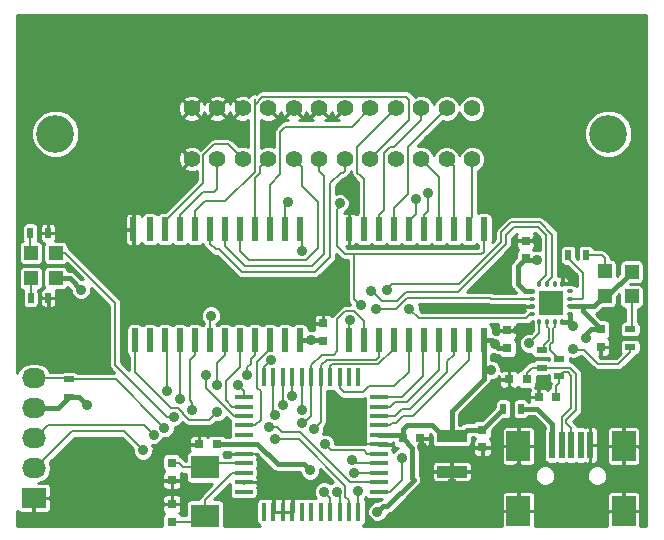
<source format=gtl>
G04 #@! TF.FileFunction,Copper,L1,Top,Signal*
%FSLAX46Y46*%
G04 Gerber Fmt 4.6, Leading zero omitted, Abs format (unit mm)*
G04 Created by KiCad (PCBNEW 4.1.0-alpha+201605091531+6781~44~ubuntu15.10.1-product) date Mon 19 Sep 2016 03:19:41 PM CEST*
%MOMM*%
%LPD*%
G01*
G04 APERTURE LIST*
%ADD10C,0.150000*%
%ADD11R,2.000000X2.000000*%
%ADD12O,0.300000X0.600000*%
%ADD13O,0.600000X0.300000*%
%ADD14R,0.600000X2.000000*%
%ADD15R,0.406400X1.524000*%
%ADD16R,1.524000X0.406400*%
%ADD17R,0.500380X2.301240*%
%ADD18R,1.998980X2.499360*%
%ADD19R,0.500000X0.900000*%
%ADD20R,0.900000X0.500000*%
%ADD21R,0.750000X0.800000*%
%ADD22R,0.800000X0.750000*%
%ADD23R,2.500000X1.000000*%
%ADD24R,1.198880X1.198880*%
%ADD25C,1.397000*%
%ADD26C,3.200400*%
%ADD27R,2.032000X1.727200*%
%ADD28O,2.032000X1.727200*%
%ADD29R,2.400000X1.900000*%
%ADD30C,0.889000*%
%ADD31C,0.400000*%
%ADD32C,0.200000*%
%ADD33C,0.254000*%
G04 APERTURE END LIST*
D10*
D11*
X169300000Y-98500000D03*
D12*
X168325000Y-96900000D03*
X168975000Y-96900000D03*
X169625000Y-96900000D03*
X170275000Y-96900000D03*
D13*
X170900000Y-97525000D03*
X170900000Y-98175000D03*
X170900000Y-98825000D03*
X170900000Y-99475000D03*
D12*
X170275000Y-100100000D03*
X169625000Y-100100000D03*
X168975000Y-100100000D03*
X168325000Y-100100000D03*
D13*
X167700000Y-99475000D03*
X167700000Y-98825000D03*
X167700000Y-98175000D03*
X167700000Y-97525000D03*
D14*
X148040000Y-92300000D03*
X146770000Y-92300000D03*
X145500000Y-92300000D03*
X144230000Y-92300000D03*
X142960000Y-92300000D03*
X141690000Y-92300000D03*
X140420000Y-92300000D03*
X139150000Y-92300000D03*
X137880000Y-92300000D03*
X136610000Y-92300000D03*
X135340000Y-92300000D03*
X133943000Y-92300000D03*
X148040000Y-101700000D03*
X146770000Y-101700000D03*
X145500000Y-101700000D03*
X144230000Y-101700000D03*
X142960000Y-101700000D03*
X141690000Y-101700000D03*
X140420000Y-101700000D03*
X139150000Y-101700000D03*
X137880000Y-101700000D03*
X136610000Y-101700000D03*
X135340000Y-101700000D03*
X134070000Y-101700000D03*
X163615000Y-92300000D03*
X162345000Y-92300000D03*
X161075000Y-92300000D03*
X159805000Y-92300000D03*
X158535000Y-92300000D03*
X157265000Y-92300000D03*
X155995000Y-92300000D03*
X154725000Y-92300000D03*
X153455000Y-92300000D03*
X152185000Y-92300000D03*
X152185000Y-101700000D03*
X153455000Y-101700000D03*
X154725000Y-101700000D03*
X155995000Y-101700000D03*
X157265000Y-101700000D03*
X158535000Y-101700000D03*
X159805000Y-101700000D03*
X161075000Y-101700000D03*
X162345000Y-101700000D03*
X163615000Y-101700000D03*
D15*
X149000000Y-116215000D03*
X149800100Y-116215000D03*
X150600200Y-116215000D03*
X151400300Y-116215000D03*
X152200400Y-116215000D03*
X153000500Y-116215000D03*
X148199900Y-116215000D03*
X147399800Y-116215000D03*
X146599700Y-116215000D03*
X145799600Y-116215000D03*
X144999500Y-116215000D03*
X149000000Y-104785000D03*
X149800100Y-104785000D03*
X150600200Y-104785000D03*
X151400300Y-104785000D03*
X152200400Y-104785000D03*
X153000500Y-104785000D03*
X148199900Y-104785000D03*
X147399800Y-104785000D03*
X146599700Y-104785000D03*
X145799600Y-104785000D03*
X144999500Y-104785000D03*
D16*
X154715000Y-110500000D03*
X143285000Y-110500000D03*
X154715000Y-109699900D03*
X143285000Y-109699900D03*
X143285000Y-108899800D03*
X154715000Y-108899800D03*
X154715000Y-108099700D03*
X143285000Y-108099700D03*
X143285000Y-107299600D03*
X154715000Y-107299600D03*
X154715000Y-106499500D03*
X143285000Y-106499500D03*
X143285000Y-111300100D03*
X154715000Y-111300100D03*
X154715000Y-112100200D03*
X143285000Y-112100200D03*
X143285000Y-112900300D03*
X154715000Y-112900300D03*
X154715000Y-113700400D03*
X143285000Y-113700400D03*
X143285000Y-114500500D03*
X154715000Y-114500500D03*
D17*
X169399800Y-110550680D03*
X170199900Y-110550680D03*
X171000000Y-110550680D03*
X171800100Y-110550680D03*
X172600200Y-110550680D03*
D18*
X166549920Y-110649740D03*
X166549920Y-116148840D03*
X175450080Y-110649740D03*
X175450080Y-116148840D03*
D19*
X170750000Y-94500000D03*
X172250000Y-94500000D03*
X126750000Y-98100000D03*
X125250000Y-98100000D03*
X126700000Y-92600000D03*
X125200000Y-92600000D03*
D20*
X170000000Y-104750000D03*
X170000000Y-103250000D03*
X168500000Y-104000000D03*
X168500000Y-102500000D03*
D21*
X163500000Y-109250000D03*
X163500000Y-110750000D03*
X137200000Y-112050000D03*
X137200000Y-113550000D03*
X137200000Y-115550000D03*
X137200000Y-117050000D03*
D22*
X139500000Y-110500000D03*
X141000000Y-110500000D03*
D21*
X173500000Y-100750000D03*
X173500000Y-102250000D03*
D23*
X160900000Y-109800000D03*
X160900000Y-112800000D03*
D21*
X150000000Y-101750000D03*
X150000000Y-100250000D03*
X167150000Y-94750000D03*
X167150000Y-93250000D03*
X165600000Y-102350000D03*
X165600000Y-100850000D03*
D22*
X167250000Y-105000000D03*
X165750000Y-105000000D03*
X156750000Y-110000000D03*
X158250000Y-110000000D03*
X169750000Y-106500000D03*
X168250000Y-106500000D03*
D24*
X125254480Y-94278000D03*
X127352520Y-94278000D03*
X125254480Y-96437000D03*
X127352520Y-96437000D03*
X176129240Y-97980260D03*
X176129240Y-95882220D03*
X173843240Y-95836500D03*
X173843240Y-97934540D03*
D19*
X165250000Y-107500000D03*
X166750000Y-107500000D03*
D25*
X151828500Y-86347300D03*
X153987500Y-86347300D03*
X147510500Y-86347300D03*
X149669500Y-86347300D03*
X151828500Y-82054700D03*
X149669500Y-82054700D03*
X147510500Y-82054700D03*
X153987500Y-82054700D03*
X145351500Y-86347300D03*
X143192500Y-86347300D03*
X141033500Y-86347300D03*
X138874500Y-86347300D03*
X145351500Y-82054700D03*
X143192500Y-82054700D03*
X141033500Y-82054700D03*
X138874500Y-82054700D03*
X156146500Y-86347300D03*
X158305500Y-86347300D03*
X160464500Y-86347300D03*
X162623500Y-86347300D03*
X156146500Y-82054700D03*
X158305500Y-82054700D03*
X160464500Y-82054700D03*
X162623500Y-82054700D03*
D26*
X174155100Y-84201000D03*
X127342900Y-84201000D03*
D27*
X125500000Y-115040000D03*
D28*
X125500000Y-112500000D03*
X125500000Y-109960000D03*
X125500000Y-107420000D03*
X125500000Y-104880000D03*
D20*
X128500000Y-105000000D03*
X128500000Y-106500000D03*
X176000000Y-102250000D03*
X176000000Y-100750000D03*
D29*
X140000000Y-116550000D03*
X140000000Y-112450000D03*
D30*
X168100000Y-94900000D03*
X171200000Y-100500000D03*
X137911849Y-106683225D03*
X146602163Y-107199094D03*
X140500000Y-99600000D03*
X145600000Y-103378498D03*
X141026237Y-107755446D03*
X145466643Y-109046478D03*
X138171203Y-111358545D03*
X149555490Y-98853959D03*
X153298266Y-110241698D03*
X169300000Y-98500000D03*
X165800000Y-106000000D03*
X168400000Y-105500000D03*
X166500000Y-112500000D03*
X164800000Y-116100000D03*
X147400000Y-114700000D03*
X146600000Y-114000000D03*
X145800000Y-114700000D03*
X145200000Y-113700000D03*
X170300000Y-96000000D03*
X168100000Y-93200000D03*
X166700000Y-99000000D03*
X166500000Y-100800000D03*
X158393127Y-110751679D03*
X136100000Y-115500000D03*
X136100000Y-113600000D03*
X134000000Y-90400000D03*
X152700000Y-90200000D03*
X126700000Y-99300000D03*
X126700000Y-91300000D03*
X163500000Y-111900000D03*
X160900000Y-113800000D03*
X173700000Y-110600000D03*
X177100000Y-110700000D03*
X173900000Y-116200000D03*
X174600000Y-102300000D03*
X134775706Y-111011776D03*
X149200000Y-109200000D03*
X135652975Y-109676974D03*
X148200000Y-108700000D03*
X138900918Y-107599082D03*
X145919634Y-108056152D03*
X137397312Y-108155457D03*
X145902747Y-110044355D03*
X157300000Y-99000000D03*
X150066491Y-114501055D03*
X154100000Y-97500000D03*
X151155490Y-114495692D03*
X154500000Y-99000000D03*
X152926126Y-114435568D03*
X155400000Y-97400000D03*
X156664041Y-111614202D03*
X158900000Y-89200000D03*
X157900000Y-89700000D03*
X143600000Y-104600000D03*
X140100000Y-104600000D03*
X141000000Y-105466413D03*
X142800000Y-105500000D03*
X152626115Y-112913686D03*
X152243076Y-99953810D03*
X150155446Y-110466287D03*
X148200000Y-94100000D03*
X136800000Y-106000000D03*
X147400000Y-106400000D03*
X152444521Y-111839923D03*
X153178849Y-98734824D03*
X151400000Y-90100000D03*
X147000000Y-90000000D03*
X167444499Y-101955501D03*
X171200000Y-102400000D03*
X129500000Y-97400000D03*
X130050000Y-107200000D03*
X164600000Y-102000000D03*
X149000000Y-101700000D03*
X164200000Y-104200000D03*
X172300000Y-101500000D03*
X154600000Y-116200000D03*
X148900000Y-112700000D03*
X136575696Y-109098585D03*
X148200000Y-107600000D03*
D31*
X168100000Y-94900000D02*
X167300000Y-94900000D01*
X167300000Y-94900000D02*
X167150000Y-94750000D01*
X170825000Y-100100000D02*
X170825000Y-100125000D01*
X170825000Y-100125000D02*
X171200000Y-100500000D01*
X167700000Y-97525000D02*
X167125000Y-97525000D01*
X167125000Y-97525000D02*
X166500000Y-96900000D01*
X166500000Y-96900000D02*
X166500000Y-95400000D01*
X166500000Y-95400000D02*
X167150000Y-94750000D01*
X170900000Y-100025000D02*
X170900000Y-99475000D01*
X170275000Y-100100000D02*
X170825000Y-100100000D01*
X170825000Y-100100000D02*
X170900000Y-100025000D01*
D32*
X137880000Y-106651376D02*
X137911849Y-106683225D01*
X137880000Y-101700000D02*
X137880000Y-106651376D01*
X146599700Y-107196631D02*
X146602163Y-107199094D01*
X146599700Y-104785000D02*
X146599700Y-107196631D01*
X140420000Y-101700000D02*
X140420000Y-99680000D01*
X140420000Y-99680000D02*
X140500000Y-99600000D01*
X144999500Y-104785000D02*
X144999500Y-103978998D01*
X144999500Y-103978998D02*
X145600000Y-103378498D01*
X138639995Y-108399956D02*
X140381727Y-108399956D01*
X137714852Y-107410956D02*
X138148093Y-107844197D01*
X134070000Y-101700000D02*
X134070000Y-104374930D01*
X140381727Y-108399956D02*
X140581738Y-108199945D01*
X137106026Y-107410956D02*
X137714852Y-107410956D01*
X138148093Y-107908054D02*
X138639995Y-108399956D01*
X138148093Y-107844197D02*
X138148093Y-107908054D01*
X134070000Y-104374930D02*
X137106026Y-107410956D01*
X140581738Y-108199945D02*
X141026237Y-107755446D01*
X148010202Y-109444502D02*
X146493284Y-109444502D01*
X152256766Y-113691066D02*
X148010202Y-109444502D01*
X153743666Y-113691066D02*
X152256766Y-113691066D01*
X153753000Y-113700400D02*
X153743666Y-113691066D01*
X146095260Y-109046478D02*
X145466643Y-109046478D01*
X154715000Y-113700400D02*
X153753000Y-113700400D01*
X146493284Y-109444502D02*
X146095260Y-109046478D01*
X138900000Y-110500000D02*
X138171203Y-111228797D01*
X139500000Y-110500000D02*
X138900000Y-110500000D01*
X138171203Y-111228797D02*
X138171203Y-111358545D01*
X149999989Y-99298458D02*
X149555490Y-98853959D01*
X150000000Y-100250000D02*
X150000000Y-99298469D01*
X150000000Y-99298469D02*
X149999989Y-99298458D01*
X153556568Y-110500000D02*
X153298266Y-110241698D01*
X154715000Y-110500000D02*
X153556568Y-110500000D01*
X165750000Y-105000000D02*
X165750000Y-105950000D01*
X165750000Y-105950000D02*
X165800000Y-106000000D01*
X168250000Y-106500000D02*
X168250000Y-105650000D01*
X168250000Y-105650000D02*
X168400000Y-105500000D01*
X166549920Y-110649740D02*
X166549920Y-112450080D01*
X166549920Y-112450080D02*
X166500000Y-112500000D01*
X166549920Y-116148840D02*
X164848840Y-116148840D01*
X164848840Y-116148840D02*
X164800000Y-116100000D01*
X147399800Y-116215000D02*
X147399800Y-114700200D01*
X147399800Y-114700200D02*
X147400000Y-114700000D01*
X146599700Y-116215000D02*
X146599700Y-114000300D01*
X146599700Y-114000300D02*
X146600000Y-114000000D01*
X145799600Y-116215000D02*
X145799600Y-114700400D01*
X145799600Y-114700400D02*
X145800000Y-114700000D01*
X143285000Y-113700400D02*
X145199600Y-113700400D01*
X145199600Y-113700400D02*
X145200000Y-113700000D01*
X145200000Y-112253100D02*
X145200000Y-113700000D01*
X143285000Y-111300100D02*
X144247000Y-111300100D01*
X144247000Y-111300100D02*
X145200000Y-112253100D01*
X170275000Y-96900000D02*
X170275000Y-96025000D01*
X170275000Y-96025000D02*
X170300000Y-96000000D01*
X167150000Y-93250000D02*
X168050000Y-93250000D01*
X168050000Y-93250000D02*
X168100000Y-93200000D01*
X167700000Y-98825000D02*
X166875000Y-98825000D01*
X166875000Y-98825000D02*
X166700000Y-99000000D01*
X165600000Y-100850000D02*
X166450000Y-100850000D01*
X166450000Y-100850000D02*
X166500000Y-100800000D01*
X158250000Y-110608552D02*
X158393127Y-110751679D01*
X158250000Y-110000000D02*
X158250000Y-110608552D01*
X137200000Y-115550000D02*
X136150000Y-115550000D01*
X136150000Y-115550000D02*
X136100000Y-115500000D01*
X137200000Y-113550000D02*
X136150000Y-113550000D01*
X136150000Y-113550000D02*
X136100000Y-113600000D01*
X133943000Y-92300000D02*
X133943000Y-90457000D01*
X133943000Y-90457000D02*
X134000000Y-90400000D01*
X152700000Y-90585000D02*
X152700000Y-90200000D01*
X152185000Y-92300000D02*
X152185000Y-91100000D01*
X152185000Y-91100000D02*
X152700000Y-90585000D01*
X126750000Y-98100000D02*
X126750000Y-99250000D01*
X126750000Y-99250000D02*
X126700000Y-99300000D01*
X126700000Y-92600000D02*
X126700000Y-91300000D01*
X163500000Y-110750000D02*
X163500000Y-111900000D01*
X160900000Y-112800000D02*
X160900000Y-113800000D01*
X172600200Y-110550680D02*
X173650680Y-110550680D01*
X173650680Y-110550680D02*
X173700000Y-110600000D01*
X175450080Y-110649740D02*
X177049740Y-110649740D01*
X177049740Y-110649740D02*
X177100000Y-110700000D01*
X175450080Y-116148840D02*
X173951160Y-116148840D01*
X173951160Y-116148840D02*
X173900000Y-116200000D01*
X173500000Y-102250000D02*
X174550000Y-102250000D01*
X174550000Y-102250000D02*
X174600000Y-102300000D01*
X157600000Y-108100000D02*
X162345000Y-103355000D01*
X162345000Y-103355000D02*
X162345000Y-101700000D01*
X156800000Y-108100000D02*
X157600000Y-108100000D01*
X156200000Y-108700000D02*
X156800000Y-108100000D01*
X155876800Y-108700000D02*
X156200000Y-108700000D01*
X154715000Y-108899800D02*
X155677000Y-108899800D01*
X155677000Y-108899800D02*
X155876800Y-108700000D01*
X156700000Y-107500000D02*
X156100300Y-108099700D01*
X156100300Y-108099700D02*
X154715000Y-108099700D01*
X157400000Y-107500000D02*
X156700000Y-107500000D01*
X160500000Y-104400000D02*
X157400000Y-107500000D01*
X160500000Y-103475000D02*
X160500000Y-104400000D01*
X161075000Y-101700000D02*
X161075000Y-102900000D01*
X161075000Y-102900000D02*
X160500000Y-103475000D01*
X157100000Y-106900000D02*
X159805000Y-104195000D01*
X159805000Y-104195000D02*
X159805000Y-101700000D01*
X156076600Y-106900000D02*
X157100000Y-106900000D01*
X154715000Y-107299600D02*
X155677000Y-107299600D01*
X155677000Y-107299600D02*
X156076600Y-106900000D01*
X158500000Y-104700000D02*
X156700500Y-106499500D01*
X156700500Y-106499500D02*
X154715000Y-106499500D01*
X158500000Y-102435000D02*
X158500000Y-104700000D01*
X158535000Y-101700000D02*
X158535000Y-102400000D01*
X158535000Y-102400000D02*
X158500000Y-102435000D01*
X156000000Y-105600000D02*
X157265000Y-104335000D01*
X157265000Y-104335000D02*
X157265000Y-101700000D01*
X153900000Y-105600000D02*
X156000000Y-105600000D01*
X153400000Y-106100000D02*
X153900000Y-105600000D01*
X151753300Y-106100000D02*
X153400000Y-106100000D01*
X151400300Y-104785000D02*
X151400300Y-105747000D01*
X151400300Y-105747000D02*
X151753300Y-106100000D01*
X155995000Y-102400000D02*
X155995000Y-101700000D01*
X154672001Y-103722999D02*
X155995000Y-102400000D01*
X150600200Y-103865500D02*
X150742701Y-103722999D01*
X150742701Y-103722999D02*
X154672001Y-103722999D01*
X150600200Y-104785000D02*
X150600200Y-103865500D01*
X125652400Y-112500000D02*
X128752400Y-109400000D01*
X125500000Y-112500000D02*
X125652400Y-112500000D01*
X128752400Y-109400000D02*
X133163930Y-109400000D01*
X134331207Y-110567277D02*
X134775706Y-111011776D01*
X133163930Y-109400000D02*
X134331207Y-110567277D01*
X149200000Y-109200000D02*
X149800100Y-108599900D01*
X149800100Y-108599900D02*
X149800100Y-104785000D01*
X154725000Y-101700000D02*
X154725000Y-103075000D01*
X154725000Y-103075000D02*
X154477012Y-103322988D01*
X154477012Y-103322988D02*
X150300112Y-103322988D01*
X150300112Y-103322988D02*
X149800100Y-103823000D01*
X149800100Y-103823000D02*
X149800100Y-104785000D01*
X135208476Y-109232475D02*
X135652975Y-109676974D01*
X126716000Y-108896400D02*
X134872401Y-108896400D01*
X125500000Y-109960000D02*
X125652400Y-109960000D01*
X134872401Y-108896400D02*
X135208476Y-109232475D01*
X125652400Y-109960000D02*
X126716000Y-108896400D01*
X151885715Y-99209309D02*
X152600437Y-99209309D01*
X151200000Y-99895024D02*
X151885715Y-99209309D01*
X149000000Y-104785000D02*
X149000000Y-103823000D01*
X149000000Y-103823000D02*
X149923000Y-102900000D01*
X151200000Y-102600000D02*
X151200000Y-99895024D01*
X150900000Y-102900000D02*
X151200000Y-102600000D01*
X153455000Y-100500000D02*
X153455000Y-101700000D01*
X152600437Y-99209309D02*
X153455000Y-100063872D01*
X149923000Y-102900000D02*
X150900000Y-102900000D01*
X153455000Y-100063872D02*
X153455000Y-100500000D01*
X148400000Y-108700000D02*
X148200000Y-108700000D01*
X149000000Y-108100000D02*
X148400000Y-108700000D01*
X149000000Y-105747000D02*
X149000000Y-108100000D01*
X149000000Y-104785000D02*
X149000000Y-105747000D01*
X138900918Y-106970465D02*
X138900918Y-107599082D01*
X138700000Y-103350000D02*
X138700000Y-106769547D01*
X139150000Y-102900000D02*
X138700000Y-103350000D01*
X139150000Y-101700000D02*
X139150000Y-102900000D01*
X138700000Y-106769547D02*
X138900918Y-106970465D01*
X145799600Y-107936118D02*
X145919634Y-108056152D01*
X145799600Y-104785000D02*
X145799600Y-107936118D01*
X132400000Y-98526040D02*
X132400000Y-103786762D01*
X136768695Y-108155457D02*
X137397312Y-108155457D01*
X128151960Y-94278000D02*
X132400000Y-98526040D01*
X127352520Y-94278000D02*
X128151960Y-94278000D01*
X132400000Y-103786762D02*
X136768695Y-108155457D01*
X147944355Y-110044355D02*
X146531364Y-110044355D01*
X151900000Y-114000000D02*
X147944355Y-110044355D01*
X151900000Y-114952600D02*
X151900000Y-114000000D01*
X152200400Y-115253000D02*
X151900000Y-114952600D01*
X152200400Y-116215000D02*
X152200400Y-115253000D01*
X146531364Y-110044355D02*
X145902747Y-110044355D01*
X157300000Y-99000000D02*
X158125000Y-99825000D01*
X158125000Y-99825000D02*
X167200000Y-99825000D01*
X167200000Y-99825000D02*
X167550000Y-99475000D01*
X167550000Y-99475000D02*
X167700000Y-99475000D01*
X150510990Y-114945554D02*
X150066491Y-114501055D01*
X150600200Y-115034764D02*
X150510990Y-114945554D01*
X150600200Y-116215000D02*
X150600200Y-115034764D01*
X156232438Y-98400000D02*
X155000000Y-98400000D01*
X157032438Y-97600000D02*
X156232438Y-98400000D01*
X160068600Y-97600000D02*
X157032438Y-97600000D01*
X165500000Y-93500000D02*
X161400020Y-97599980D01*
X155000000Y-98400000D02*
X154544499Y-97944499D01*
X166200000Y-92100000D02*
X165500000Y-92800000D01*
X165500000Y-92800000D02*
X165500000Y-93500000D01*
X154544499Y-97944499D02*
X154100000Y-97500000D01*
X168200000Y-92100000D02*
X166200000Y-92100000D01*
X161400020Y-97599980D02*
X160068620Y-97599980D01*
X160068620Y-97599980D02*
X160068600Y-97600000D01*
X168325000Y-96750000D02*
X168900000Y-96175000D01*
X168325000Y-96900000D02*
X168325000Y-96750000D01*
X168900000Y-92800000D02*
X168200000Y-92100000D01*
X168900000Y-96175000D02*
X168900000Y-92800000D01*
X151400300Y-114740502D02*
X151155490Y-114495692D01*
X151400300Y-116215000D02*
X151400300Y-114740502D01*
X155128617Y-99000000D02*
X154500000Y-99000000D01*
X156198138Y-99000000D02*
X155128617Y-99000000D01*
X157098149Y-98099989D02*
X156198138Y-99000000D01*
X164165689Y-98099989D02*
X157098149Y-98099989D01*
X164240700Y-98175000D02*
X164165689Y-98099989D01*
X167700000Y-98175000D02*
X164240700Y-98175000D01*
X153000500Y-116215000D02*
X153000500Y-114509942D01*
X153000500Y-114509942D02*
X152926126Y-114435568D01*
X155400000Y-97400000D02*
X155844499Y-96955501D01*
X161478799Y-96955501D02*
X165099989Y-93334311D01*
X165099989Y-93334311D02*
X165099989Y-92534311D01*
X155844499Y-96955501D02*
X161478799Y-96955501D01*
X165934311Y-91699989D02*
X168365689Y-91699989D01*
X168365689Y-91699989D02*
X169400009Y-92734309D01*
X169400009Y-92734309D02*
X169400009Y-96324991D01*
X169400009Y-96324991D02*
X168975000Y-96750000D01*
X168975000Y-96750000D02*
X168975000Y-96900000D01*
X165099989Y-92534311D02*
X165934311Y-91699989D01*
X156664041Y-113513459D02*
X156664041Y-112242819D01*
X154715000Y-114500500D02*
X155677000Y-114500500D01*
X155677000Y-114500500D02*
X156664041Y-113513459D01*
X156664041Y-112242819D02*
X156664041Y-111614202D01*
X141033500Y-86347300D02*
X141033500Y-88866500D01*
X141033500Y-88866500D02*
X140800000Y-89100000D01*
X140800000Y-89100000D02*
X139880000Y-89100000D01*
X139880000Y-89100000D02*
X137880000Y-91100000D01*
X137880000Y-91100000D02*
X137880000Y-92300000D01*
X151828500Y-86347300D02*
X151828500Y-87335128D01*
X151828500Y-87335128D02*
X151663628Y-87500000D01*
X151663628Y-87500000D02*
X151500000Y-87500000D01*
X149300000Y-95900000D02*
X143100000Y-95900000D01*
X143100000Y-95900000D02*
X141200000Y-94000000D01*
X151500000Y-87500000D02*
X150600000Y-88400000D01*
X150600000Y-88400000D02*
X150600000Y-94600000D01*
X150600000Y-94600000D02*
X149300000Y-95900000D01*
X141200000Y-94000000D02*
X140920000Y-94000000D01*
X140920000Y-94000000D02*
X140420000Y-93500000D01*
X140420000Y-93500000D02*
X140420000Y-92300000D01*
X162300000Y-91555000D02*
X162623500Y-91231500D01*
X162623500Y-91231500D02*
X162623500Y-86347300D01*
X162345000Y-92300000D02*
X162345000Y-91600000D01*
X162345000Y-91600000D02*
X162300000Y-91555000D01*
X161075000Y-92300000D02*
X161075000Y-86957800D01*
X161075000Y-86957800D02*
X160464500Y-86347300D01*
X159805000Y-92300000D02*
X159805000Y-91100000D01*
X159805000Y-91100000D02*
X159800000Y-91095000D01*
X159800000Y-91095000D02*
X159800000Y-87841800D01*
X159800000Y-87841800D02*
X158305500Y-86347300D01*
X158900000Y-90735000D02*
X158900000Y-89200000D01*
X158535000Y-92300000D02*
X158535000Y-91100000D01*
X158535000Y-91100000D02*
X158900000Y-90735000D01*
X157900000Y-90965000D02*
X157900000Y-89700000D01*
X157265000Y-92300000D02*
X157265000Y-91600000D01*
X157265000Y-91600000D02*
X157900000Y-90965000D01*
X159766001Y-82753199D02*
X160464500Y-82054700D01*
X157200000Y-85319200D02*
X159766001Y-82753199D01*
X157200000Y-89298136D02*
X157200000Y-85319200D01*
X155995000Y-90503136D02*
X157200000Y-89298136D01*
X155995000Y-92300000D02*
X155995000Y-90503136D01*
X154725000Y-91100000D02*
X154725000Y-92300000D01*
X155147999Y-90677001D02*
X154725000Y-91100000D01*
X155147999Y-85868019D02*
X155147999Y-90677001D01*
X155667219Y-85348799D02*
X155147999Y-85868019D01*
X155999229Y-85348799D02*
X155667219Y-85348799D01*
X158305500Y-83042528D02*
X155999229Y-85348799D01*
X158305500Y-82054700D02*
X158305500Y-83042528D01*
X153455000Y-88055000D02*
X153200000Y-87800000D01*
X153200000Y-87788999D02*
X152911001Y-87500000D01*
X152911001Y-87500000D02*
X152911001Y-85290199D01*
X153200000Y-87800000D02*
X153200000Y-87788999D01*
X153455000Y-92300000D02*
X153455000Y-88055000D01*
X155448001Y-82753199D02*
X156146500Y-82054700D01*
X152911001Y-85290199D02*
X155448001Y-82753199D01*
X144200000Y-81900000D02*
X144200000Y-81728418D01*
X144200000Y-87400000D02*
X144200000Y-81900000D01*
X144200000Y-81900000D02*
X144200000Y-81300000D01*
X139150000Y-92300000D02*
X139150000Y-90750000D01*
X144200000Y-81728418D02*
X144872219Y-81056199D01*
X139150000Y-90750000D02*
X140000000Y-89900000D01*
X140000000Y-89900000D02*
X141700000Y-89900000D01*
X141700000Y-89900000D02*
X144200000Y-87400000D01*
X157056199Y-81056199D02*
X157306999Y-81306999D01*
X144872219Y-81056199D02*
X157056199Y-81056199D01*
X157306999Y-81306999D02*
X157306999Y-83027801D01*
X157306999Y-83027801D02*
X156834800Y-83500000D01*
X156834800Y-83500000D02*
X153987500Y-86347300D01*
X144653001Y-87045799D02*
X145351500Y-86347300D01*
X144653001Y-87512699D02*
X144653001Y-87045799D01*
X144230000Y-87935700D02*
X144653001Y-87512699D01*
X144230000Y-92300000D02*
X144230000Y-87935700D01*
X147510500Y-86347300D02*
X148208999Y-87045799D01*
X148208999Y-87045799D02*
X148208999Y-88608999D01*
X149600000Y-90000000D02*
X149600000Y-93900000D01*
X148208999Y-88608999D02*
X149600000Y-90000000D01*
X149600000Y-93900000D02*
X148600000Y-94900000D01*
X148600000Y-94900000D02*
X143700000Y-94900000D01*
X143700000Y-94900000D02*
X142960000Y-94160000D01*
X142960000Y-94160000D02*
X142960000Y-92300000D01*
X143400000Y-95400000D02*
X141690000Y-93690000D01*
X141690000Y-93690000D02*
X141690000Y-92300000D01*
X149100000Y-95400000D02*
X143400000Y-95400000D01*
X150100000Y-94400000D02*
X149100000Y-95400000D01*
X150100000Y-87765628D02*
X150100000Y-94400000D01*
X149669500Y-86347300D02*
X149669500Y-87335128D01*
X149669500Y-87335128D02*
X150100000Y-87765628D01*
X146800000Y-83600000D02*
X152442200Y-83600000D01*
X152442200Y-83600000D02*
X153987500Y-82054700D01*
X146350001Y-84049999D02*
X146800000Y-83600000D01*
X145500000Y-88500000D02*
X146350001Y-87649999D01*
X146350001Y-87649999D02*
X146350001Y-84049999D01*
X145500000Y-92300000D02*
X145500000Y-88500000D01*
X136610000Y-92300000D02*
X136610000Y-91600000D01*
X136610000Y-91600000D02*
X139873001Y-88336999D01*
X139873001Y-88336999D02*
X139873001Y-86030017D01*
X139873001Y-86030017D02*
X140803018Y-85100000D01*
X140803018Y-85100000D02*
X141945200Y-85100000D01*
X141945200Y-85100000D02*
X143192500Y-86347300D01*
X142472355Y-108099700D02*
X140100000Y-105727345D01*
X140100000Y-105228617D02*
X140100000Y-104600000D01*
X143285000Y-108099700D02*
X142472355Y-108099700D01*
X140100000Y-105727345D02*
X140100000Y-105228617D01*
X143900000Y-103300000D02*
X144230000Y-102970000D01*
X144230000Y-102970000D02*
X144230000Y-101700000D01*
X143900000Y-103671383D02*
X143900000Y-103300000D01*
X143600000Y-104600000D02*
X143600000Y-103971383D01*
X143600000Y-103971383D02*
X143900000Y-103671383D01*
X141800000Y-105100000D02*
X142960000Y-103940000D01*
X142960000Y-103940000D02*
X142960000Y-101700000D01*
X141800000Y-106776600D02*
X141800000Y-105100000D01*
X143285000Y-107299600D02*
X142323000Y-107299600D01*
X142323000Y-107299600D02*
X141800000Y-106776600D01*
X141690000Y-101700000D02*
X141690000Y-102900000D01*
X141690000Y-102900000D02*
X141000000Y-103590000D01*
X141000000Y-103590000D02*
X141000000Y-104837796D01*
X141000000Y-104837796D02*
X141000000Y-105466413D01*
X143285000Y-106499500D02*
X143285000Y-105985000D01*
X143285000Y-105985000D02*
X142800000Y-105500000D01*
X138175000Y-112450000D02*
X138600000Y-112450000D01*
X137200000Y-112050000D02*
X137775000Y-112050000D01*
X138600000Y-112450000D02*
X140000000Y-112450000D01*
X137775000Y-112050000D02*
X138175000Y-112450000D01*
X143285000Y-112100200D02*
X140349800Y-112100200D01*
X140349800Y-112100200D02*
X140000000Y-112450000D01*
X137200000Y-117050000D02*
X139500000Y-117050000D01*
X139500000Y-117050000D02*
X140000000Y-116550000D01*
X143285000Y-112900300D02*
X142323000Y-112900300D01*
X142323000Y-112900300D02*
X140000000Y-115223300D01*
X140000000Y-115223300D02*
X140000000Y-116550000D01*
X125200000Y-92600000D02*
X125200000Y-94223520D01*
X125200000Y-94223520D02*
X125254480Y-94278000D01*
X125250000Y-98100000D02*
X125250000Y-96441480D01*
X125250000Y-96441480D02*
X125254480Y-96437000D01*
X176129240Y-97980260D02*
X176129240Y-100620760D01*
X176129240Y-100620760D02*
X176000000Y-100750000D01*
X173600000Y-94500000D02*
X173843240Y-94743240D01*
X173843240Y-94743240D02*
X173843240Y-95836500D01*
X172250000Y-94500000D02*
X173600000Y-94500000D01*
X152639501Y-112900300D02*
X152626115Y-112913686D01*
X154715000Y-112900300D02*
X152639501Y-112900300D01*
X152185000Y-101700000D02*
X152185000Y-100011886D01*
X152185000Y-100011886D02*
X152243076Y-99953810D01*
X144709298Y-106000000D02*
X144709298Y-108437502D01*
X144709298Y-108437502D02*
X144247000Y-108899800D01*
X144247000Y-108899800D02*
X143285000Y-108899800D01*
X144400000Y-103500000D02*
X144400000Y-105690702D01*
X144400000Y-105690702D02*
X144709298Y-106000000D01*
X145400000Y-102500000D02*
X144400000Y-103500000D01*
X145600000Y-102500000D02*
X145400000Y-102500000D01*
X145500000Y-101700000D02*
X145500000Y-102400000D01*
X145500000Y-102400000D02*
X145600000Y-102500000D01*
X170900000Y-98175000D02*
X171400000Y-98175000D01*
X171400000Y-98175000D02*
X171425000Y-98200000D01*
X171425000Y-98200000D02*
X171900000Y-98200000D01*
X171900000Y-98200000D02*
X172000000Y-98100000D01*
X172000000Y-98100000D02*
X172000000Y-95950000D01*
X172000000Y-95950000D02*
X170750000Y-94700000D01*
X170750000Y-94700000D02*
X170750000Y-94500000D01*
X153753000Y-111300100D02*
X153452900Y-111000000D01*
X154715000Y-111300100D02*
X153753000Y-111300100D01*
X153452900Y-111000000D02*
X150689159Y-111000000D01*
X150599945Y-110910786D02*
X150155446Y-110466287D01*
X150689159Y-111000000D02*
X150599945Y-110910786D01*
X148200000Y-94100000D02*
X148200000Y-92460000D01*
X148200000Y-92460000D02*
X148040000Y-92300000D01*
X136800000Y-106000000D02*
X136800000Y-101890000D01*
X136800000Y-101890000D02*
X136610000Y-101700000D01*
X147400000Y-105747200D02*
X147400000Y-106400000D01*
X147399800Y-104785000D02*
X147399800Y-105747000D01*
X147399800Y-105747000D02*
X147400000Y-105747200D01*
X154715000Y-112100200D02*
X152704798Y-112100200D01*
X152704798Y-112100200D02*
X152444521Y-111839923D01*
X152734350Y-98290325D02*
X153178849Y-98734824D01*
X152600000Y-98155975D02*
X152734350Y-98290325D01*
X152600000Y-94400000D02*
X152600000Y-98155975D01*
X151900000Y-94400000D02*
X152600000Y-94400000D01*
X151200000Y-90600000D02*
X151200000Y-93700000D01*
X151200000Y-93700000D02*
X151900000Y-94400000D01*
X151400000Y-90400000D02*
X151200000Y-90600000D01*
X151400000Y-90100000D02*
X151400000Y-90400000D01*
X152600000Y-94400000D02*
X163400000Y-94400000D01*
X163400000Y-94400000D02*
X163615000Y-94185000D01*
X163615000Y-94185000D02*
X163615000Y-92300000D01*
X146770000Y-90230000D02*
X147000000Y-90000000D01*
X146770000Y-92300000D02*
X146770000Y-90230000D01*
X168325000Y-100100000D02*
X168325000Y-101075000D01*
X168325000Y-101075000D02*
X167444499Y-101955501D01*
X171300000Y-102500000D02*
X171200000Y-102400000D01*
X172100000Y-102500000D02*
X171300000Y-102500000D01*
X173300000Y-103700000D02*
X172100000Y-102500000D01*
X175000000Y-103700000D02*
X173300000Y-103700000D01*
X176000000Y-102250000D02*
X176000000Y-102700000D01*
X176000000Y-102700000D02*
X175000000Y-103700000D01*
D31*
X127352520Y-96437000D02*
X128537000Y-96437000D01*
X128537000Y-96437000D02*
X129500000Y-97400000D01*
X128500000Y-106500000D02*
X129350000Y-106500000D01*
X129350000Y-106500000D02*
X130050000Y-107200000D01*
X149000000Y-101700000D02*
X149950000Y-101700000D01*
X148040000Y-101700000D02*
X149000000Y-101700000D01*
X163615000Y-101700000D02*
X163615000Y-104300000D01*
X163615000Y-104300000D02*
X163615000Y-104985000D01*
X164200000Y-104200000D02*
X163715000Y-104200000D01*
X163715000Y-104200000D02*
X163615000Y-104300000D01*
X172300000Y-101175000D02*
X172300000Y-101500000D01*
X173500000Y-100750000D02*
X172725000Y-100750000D01*
X172725000Y-100750000D02*
X172300000Y-101175000D01*
X164500000Y-101885000D02*
X164500000Y-102025000D01*
X164825000Y-102350000D02*
X165600000Y-102350000D01*
X164500000Y-102025000D02*
X164825000Y-102350000D01*
X163615000Y-101700000D02*
X164315000Y-101700000D01*
X164315000Y-101700000D02*
X164500000Y-101885000D01*
X163615000Y-104985000D02*
X160900000Y-107700000D01*
X160900000Y-107700000D02*
X160900000Y-109800000D01*
X157550000Y-113350000D02*
X157550000Y-110800000D01*
X157700000Y-113500000D02*
X157550000Y-113350000D01*
X157550000Y-110800000D02*
X156750000Y-110000000D01*
X155444499Y-115755501D02*
X157700000Y-113500000D01*
X154600000Y-116200000D02*
X155044499Y-115755501D01*
X155044499Y-115755501D02*
X155444499Y-115755501D01*
X148400000Y-112200000D02*
X148900000Y-112700000D01*
X146147000Y-112200000D02*
X148400000Y-112200000D01*
X143285000Y-110500000D02*
X144447000Y-110500000D01*
X144447000Y-110500000D02*
X146147000Y-112200000D01*
X141000000Y-110500000D02*
X143285000Y-110500000D01*
X125500000Y-107420000D02*
X127580000Y-107420000D01*
X127580000Y-107420000D02*
X128500000Y-106500000D01*
X149950000Y-101700000D02*
X150000000Y-101750000D01*
X157075000Y-108900000D02*
X159250000Y-108900000D01*
X159250000Y-108900000D02*
X160150000Y-109800000D01*
X160150000Y-109800000D02*
X160900000Y-109800000D01*
X156750000Y-110000000D02*
X156750000Y-109225000D01*
X156750000Y-109225000D02*
X157075000Y-108900000D01*
X154715000Y-109699900D02*
X156449900Y-109699900D01*
X156449900Y-109699900D02*
X156750000Y-110000000D01*
X161600000Y-109800000D02*
X162150000Y-109250000D01*
X162150000Y-109250000D02*
X163500000Y-109250000D01*
X160900000Y-109800000D02*
X161600000Y-109800000D01*
X165250000Y-107500000D02*
X163500000Y-109250000D01*
X173843240Y-97934540D02*
X174076920Y-97934540D01*
X174076920Y-97934540D02*
X176129240Y-95882220D01*
X170900000Y-98825000D02*
X172000000Y-98825000D01*
X172000000Y-98825000D02*
X172952780Y-98825000D01*
X173500000Y-100750000D02*
X173500000Y-100725000D01*
X173500000Y-100725000D02*
X172000000Y-99225000D01*
X172000000Y-99225000D02*
X172000000Y-98825000D01*
X172952780Y-98825000D02*
X173843240Y-97934540D01*
X169399800Y-108799800D02*
X168100000Y-107500000D01*
X168100000Y-107500000D02*
X166750000Y-107500000D01*
X169399800Y-110550680D02*
X169399800Y-108799800D01*
D32*
X128500000Y-105000000D02*
X132477111Y-105000000D01*
X132477111Y-105000000D02*
X136131197Y-108654086D01*
X136131197Y-108654086D02*
X136575696Y-109098585D01*
X148200000Y-107600000D02*
X148200000Y-104785100D01*
X148200000Y-104785100D02*
X148199900Y-104785000D01*
X125500000Y-104880000D02*
X128380000Y-104880000D01*
X128380000Y-104880000D02*
X128500000Y-105000000D01*
X167250000Y-105000000D02*
X167250000Y-104425000D01*
X167250000Y-104425000D02*
X167675000Y-104000000D01*
X167675000Y-104000000D02*
X167850000Y-104000000D01*
X167850000Y-104000000D02*
X168500000Y-104000000D01*
X168500000Y-104000000D02*
X170893830Y-104000000D01*
X170893830Y-104000000D02*
X171400000Y-104506170D01*
X171400000Y-104506170D02*
X171400000Y-107600000D01*
X171400000Y-107600000D02*
X170599910Y-108400090D01*
X171000000Y-109200060D02*
X171000000Y-110550680D01*
X170599910Y-108400090D02*
X170599910Y-108699910D01*
X170599910Y-108699910D02*
X171000000Y-109100000D01*
X171000000Y-109100000D02*
X171000000Y-109200060D01*
X169750000Y-105550000D02*
X170000000Y-105300000D01*
X170000000Y-105300000D02*
X170000000Y-104750000D01*
X169750000Y-106500000D02*
X169750000Y-105550000D01*
X171000000Y-107417158D02*
X170199900Y-108217258D01*
X170000000Y-104750000D02*
X170350001Y-104399999D01*
X170350001Y-104399999D02*
X170728145Y-104399999D01*
X170728145Y-104399999D02*
X171000000Y-104671854D01*
X171000000Y-104671854D02*
X171000000Y-107417158D01*
X170199900Y-108217258D02*
X170199900Y-110150580D01*
X170199900Y-110150580D02*
X170199900Y-110550680D01*
X169500000Y-101792820D02*
X169250001Y-102042819D01*
X169250001Y-102042819D02*
X169250001Y-102500001D01*
X169250001Y-102500001D02*
X170000000Y-103250000D01*
X169500000Y-100675000D02*
X169500000Y-101792820D01*
X169625000Y-100100000D02*
X169625000Y-100550000D01*
X169625000Y-100550000D02*
X169500000Y-100675000D01*
X169100000Y-101627136D02*
X168675001Y-102052135D01*
X168675001Y-102052135D02*
X168675001Y-102324999D01*
X168675001Y-102324999D02*
X168500000Y-102500000D01*
X169100000Y-100675000D02*
X169100000Y-101627136D01*
X168975000Y-100100000D02*
X168975000Y-100550000D01*
X168975000Y-100550000D02*
X169100000Y-100675000D01*
D33*
G36*
X177382500Y-117382500D02*
X176876570Y-117382500D01*
X176876570Y-116278590D01*
X176769820Y-116171840D01*
X175473080Y-116171840D01*
X175473080Y-116191840D01*
X175427080Y-116191840D01*
X175427080Y-116171840D01*
X174130340Y-116171840D01*
X174023590Y-116278590D01*
X174023590Y-117382500D01*
X167976410Y-117382500D01*
X167976410Y-116278590D01*
X167869660Y-116171840D01*
X166572920Y-116171840D01*
X166572920Y-116191840D01*
X166526920Y-116191840D01*
X166526920Y-116171840D01*
X165230180Y-116171840D01*
X165123430Y-116278590D01*
X165123430Y-117382500D01*
X153353842Y-117382500D01*
X153370307Y-117379225D01*
X153511550Y-117284850D01*
X153605925Y-117143607D01*
X153639065Y-116977000D01*
X153639065Y-115453000D01*
X153605925Y-115286393D01*
X153527500Y-115169021D01*
X153527500Y-115066656D01*
X153620163Y-114974154D01*
X153645150Y-115011550D01*
X153786393Y-115105925D01*
X153953000Y-115139065D01*
X154991390Y-115139065D01*
X154804558Y-115176228D01*
X154804557Y-115176229D01*
X154804556Y-115176229D01*
X154709945Y-115239446D01*
X154601143Y-115312145D01*
X154584802Y-115328486D01*
X154427408Y-115328349D01*
X154106980Y-115460747D01*
X153861609Y-115705690D01*
X153728651Y-116025887D01*
X153728349Y-116372592D01*
X153860747Y-116693020D01*
X154105690Y-116938391D01*
X154425887Y-117071349D01*
X154772592Y-117071651D01*
X155093020Y-116939253D01*
X155338391Y-116694310D01*
X155469970Y-116377435D01*
X155684442Y-116334773D01*
X155887855Y-116198857D01*
X157272487Y-114814225D01*
X165123430Y-114814225D01*
X165123430Y-116019090D01*
X165230180Y-116125840D01*
X166526920Y-116125840D01*
X166526920Y-114578910D01*
X166572920Y-114578910D01*
X166572920Y-116125840D01*
X167869660Y-116125840D01*
X167976410Y-116019090D01*
X167976410Y-114814225D01*
X174023590Y-114814225D01*
X174023590Y-116019090D01*
X174130340Y-116125840D01*
X175427080Y-116125840D01*
X175427080Y-114578910D01*
X175473080Y-114578910D01*
X175473080Y-116125840D01*
X176769820Y-116125840D01*
X176876570Y-116019090D01*
X176876570Y-114814225D01*
X176811563Y-114657284D01*
X176691446Y-114537167D01*
X176534506Y-114472160D01*
X175579830Y-114472160D01*
X175473080Y-114578910D01*
X175427080Y-114578910D01*
X175320330Y-114472160D01*
X174365654Y-114472160D01*
X174208714Y-114537167D01*
X174088597Y-114657284D01*
X174023590Y-114814225D01*
X167976410Y-114814225D01*
X167911403Y-114657284D01*
X167791286Y-114537167D01*
X167634346Y-114472160D01*
X166679670Y-114472160D01*
X166572920Y-114578910D01*
X166526920Y-114578910D01*
X166420170Y-114472160D01*
X165465494Y-114472160D01*
X165308554Y-114537167D01*
X165188437Y-114657284D01*
X165123430Y-114814225D01*
X157272487Y-114814225D01*
X158143356Y-113943356D01*
X158279272Y-113739942D01*
X158327000Y-113500000D01*
X158279272Y-113260058D01*
X158177000Y-113106996D01*
X158177000Y-112929750D01*
X159223000Y-112929750D01*
X159223000Y-113384935D01*
X159288007Y-113541876D01*
X159408124Y-113661993D01*
X159565064Y-113727000D01*
X160770250Y-113727000D01*
X160877000Y-113620250D01*
X160877000Y-112823000D01*
X160923000Y-112823000D01*
X160923000Y-113620250D01*
X161029750Y-113727000D01*
X162234936Y-113727000D01*
X162391876Y-113661993D01*
X162511993Y-113541876D01*
X162577000Y-113384935D01*
X162577000Y-113322698D01*
X167923628Y-113322698D01*
X168056799Y-113644994D01*
X168303169Y-113891795D01*
X168625233Y-114025527D01*
X168973958Y-114025832D01*
X169296254Y-113892661D01*
X169543055Y-113646291D01*
X169676787Y-113324227D01*
X169676788Y-113322698D01*
X172322908Y-113322698D01*
X172456079Y-113644994D01*
X172702449Y-113891795D01*
X173024513Y-114025527D01*
X173373238Y-114025832D01*
X173695534Y-113892661D01*
X173942335Y-113646291D01*
X174076067Y-113324227D01*
X174076372Y-112975502D01*
X173943201Y-112653206D01*
X173696831Y-112406405D01*
X173374767Y-112272673D01*
X173026042Y-112272368D01*
X172703746Y-112405539D01*
X172456945Y-112651909D01*
X172323213Y-112973973D01*
X172322908Y-113322698D01*
X169676788Y-113322698D01*
X169677092Y-112975502D01*
X169543921Y-112653206D01*
X169297551Y-112406405D01*
X168975487Y-112272673D01*
X168626762Y-112272368D01*
X168304466Y-112405539D01*
X168057665Y-112651909D01*
X167923933Y-112973973D01*
X167923628Y-113322698D01*
X162577000Y-113322698D01*
X162577000Y-112929750D01*
X162470250Y-112823000D01*
X160923000Y-112823000D01*
X160877000Y-112823000D01*
X159329750Y-112823000D01*
X159223000Y-112929750D01*
X158177000Y-112929750D01*
X158177000Y-112215065D01*
X159223000Y-112215065D01*
X159223000Y-112670250D01*
X159329750Y-112777000D01*
X160877000Y-112777000D01*
X160877000Y-111979750D01*
X160923000Y-111979750D01*
X160923000Y-112777000D01*
X162470250Y-112777000D01*
X162577000Y-112670250D01*
X162577000Y-112215065D01*
X162511993Y-112058124D01*
X162391876Y-111938007D01*
X162234936Y-111873000D01*
X161029750Y-111873000D01*
X160923000Y-111979750D01*
X160877000Y-111979750D01*
X160770250Y-111873000D01*
X159565064Y-111873000D01*
X159408124Y-111938007D01*
X159288007Y-112058124D01*
X159223000Y-112215065D01*
X158177000Y-112215065D01*
X158177000Y-110879750D01*
X162698000Y-110879750D01*
X162698000Y-111234935D01*
X162763007Y-111391876D01*
X162883124Y-111511993D01*
X163040064Y-111577000D01*
X163370250Y-111577000D01*
X163477000Y-111470250D01*
X163477000Y-110773000D01*
X163523000Y-110773000D01*
X163523000Y-111470250D01*
X163629750Y-111577000D01*
X163959936Y-111577000D01*
X164116876Y-111511993D01*
X164236993Y-111391876D01*
X164302000Y-111234935D01*
X164302000Y-110879750D01*
X164201740Y-110779490D01*
X165123430Y-110779490D01*
X165123430Y-111984355D01*
X165188437Y-112141296D01*
X165308554Y-112261413D01*
X165465494Y-112326420D01*
X166420170Y-112326420D01*
X166526920Y-112219670D01*
X166526920Y-110672740D01*
X166572920Y-110672740D01*
X166572920Y-112219670D01*
X166679670Y-112326420D01*
X167634346Y-112326420D01*
X167791286Y-112261413D01*
X167911403Y-112141296D01*
X167976410Y-111984355D01*
X167976410Y-110779490D01*
X167869660Y-110672740D01*
X166572920Y-110672740D01*
X166526920Y-110672740D01*
X165230180Y-110672740D01*
X165123430Y-110779490D01*
X164201740Y-110779490D01*
X164195250Y-110773000D01*
X163523000Y-110773000D01*
X163477000Y-110773000D01*
X162804750Y-110773000D01*
X162698000Y-110879750D01*
X158177000Y-110879750D01*
X158177000Y-110800000D01*
X158167916Y-110754334D01*
X158227000Y-110695250D01*
X158227000Y-110023000D01*
X158273000Y-110023000D01*
X158273000Y-110695250D01*
X158379750Y-110802000D01*
X158734935Y-110802000D01*
X158891876Y-110736993D01*
X159011993Y-110616876D01*
X159077000Y-110459936D01*
X159077000Y-110129750D01*
X158970250Y-110023000D01*
X158273000Y-110023000D01*
X158227000Y-110023000D01*
X158207000Y-110023000D01*
X158207000Y-109977000D01*
X158227000Y-109977000D01*
X158227000Y-109957000D01*
X158273000Y-109957000D01*
X158273000Y-109977000D01*
X158970250Y-109977000D01*
X159077000Y-109870250D01*
X159077000Y-109613712D01*
X159214635Y-109751347D01*
X159214635Y-110300000D01*
X159247775Y-110466607D01*
X159342150Y-110607850D01*
X159483393Y-110702225D01*
X159650000Y-110735365D01*
X162150000Y-110735365D01*
X162316607Y-110702225D01*
X162457850Y-110607850D01*
X162552225Y-110466607D01*
X162585365Y-110300000D01*
X162585365Y-109877000D01*
X162763128Y-109877000D01*
X162817150Y-109957850D01*
X162874776Y-109996355D01*
X162763007Y-110108124D01*
X162698000Y-110265065D01*
X162698000Y-110620250D01*
X162804750Y-110727000D01*
X163477000Y-110727000D01*
X163477000Y-110707000D01*
X163523000Y-110707000D01*
X163523000Y-110727000D01*
X164195250Y-110727000D01*
X164302000Y-110620250D01*
X164302000Y-110265065D01*
X164236993Y-110108124D01*
X164125224Y-109996355D01*
X164182850Y-109957850D01*
X164277225Y-109816607D01*
X164310365Y-109650000D01*
X164310365Y-109326347D01*
X164321587Y-109315125D01*
X165123430Y-109315125D01*
X165123430Y-110519990D01*
X165230180Y-110626740D01*
X166526920Y-110626740D01*
X166526920Y-109079810D01*
X166572920Y-109079810D01*
X166572920Y-110626740D01*
X167869660Y-110626740D01*
X167976410Y-110519990D01*
X167976410Y-109315125D01*
X167911403Y-109158184D01*
X167791286Y-109038067D01*
X167634346Y-108973060D01*
X166679670Y-108973060D01*
X166572920Y-109079810D01*
X166526920Y-109079810D01*
X166420170Y-108973060D01*
X165465494Y-108973060D01*
X165308554Y-109038067D01*
X165188437Y-109158184D01*
X165123430Y-109315125D01*
X164321587Y-109315125D01*
X165251347Y-108385365D01*
X165500000Y-108385365D01*
X165666607Y-108352225D01*
X165807850Y-108257850D01*
X165902225Y-108116607D01*
X165935365Y-107950000D01*
X165935365Y-107050000D01*
X165902225Y-106883393D01*
X165807850Y-106742150D01*
X165666607Y-106647775D01*
X165500000Y-106614635D01*
X165000000Y-106614635D01*
X164833393Y-106647775D01*
X164692150Y-106742150D01*
X164597775Y-106883393D01*
X164564635Y-107050000D01*
X164564635Y-107298653D01*
X163448653Y-108414635D01*
X163125000Y-108414635D01*
X162958393Y-108447775D01*
X162817150Y-108542150D01*
X162763128Y-108623000D01*
X162150000Y-108623000D01*
X161910057Y-108670728D01*
X161723464Y-108795405D01*
X161706644Y-108806644D01*
X161648653Y-108864635D01*
X161527000Y-108864635D01*
X161527000Y-107959712D01*
X164058356Y-105428356D01*
X164194273Y-105224942D01*
X164213207Y-105129750D01*
X164923000Y-105129750D01*
X164923000Y-105459936D01*
X164988007Y-105616876D01*
X165108124Y-105736993D01*
X165265065Y-105802000D01*
X165620250Y-105802000D01*
X165727000Y-105695250D01*
X165727000Y-105023000D01*
X165029750Y-105023000D01*
X164923000Y-105129750D01*
X164213207Y-105129750D01*
X164224790Y-105071522D01*
X164372592Y-105071651D01*
X164693020Y-104939253D01*
X164923000Y-104709674D01*
X164923000Y-104870250D01*
X165029750Y-104977000D01*
X165727000Y-104977000D01*
X165727000Y-104304750D01*
X165620250Y-104198000D01*
X165265065Y-104198000D01*
X165108124Y-104263007D01*
X165071414Y-104299717D01*
X165071651Y-104027408D01*
X164939253Y-103706980D01*
X164694310Y-103461609D01*
X164374113Y-103328651D01*
X164242000Y-103328536D01*
X164242000Y-102979190D01*
X164317225Y-102866607D01*
X164324644Y-102829309D01*
X164425887Y-102871349D01*
X164498464Y-102871412D01*
X164585057Y-102929272D01*
X164825000Y-102977000D01*
X164863128Y-102977000D01*
X164917150Y-103057850D01*
X165058393Y-103152225D01*
X165225000Y-103185365D01*
X165975000Y-103185365D01*
X166141607Y-103152225D01*
X166282850Y-103057850D01*
X166377225Y-102916607D01*
X166410365Y-102750000D01*
X166410365Y-101950000D01*
X166377225Y-101783393D01*
X166282850Y-101642150D01*
X166225224Y-101603645D01*
X166336993Y-101491876D01*
X166402000Y-101334935D01*
X166402000Y-100979750D01*
X166295250Y-100873000D01*
X165623000Y-100873000D01*
X165623000Y-100893000D01*
X165577000Y-100893000D01*
X165577000Y-100873000D01*
X164904750Y-100873000D01*
X164798000Y-100979750D01*
X164798000Y-101138570D01*
X164774113Y-101128651D01*
X164566530Y-101128470D01*
X164554943Y-101120728D01*
X164350365Y-101080035D01*
X164350365Y-100700000D01*
X164317225Y-100533393D01*
X164222850Y-100392150D01*
X164162761Y-100352000D01*
X164803412Y-100352000D01*
X164798000Y-100365065D01*
X164798000Y-100720250D01*
X164904750Y-100827000D01*
X165577000Y-100827000D01*
X165577000Y-100807000D01*
X165623000Y-100807000D01*
X165623000Y-100827000D01*
X166295250Y-100827000D01*
X166402000Y-100720250D01*
X166402000Y-100365065D01*
X166396588Y-100352000D01*
X167200000Y-100352000D01*
X167401675Y-100311885D01*
X167572645Y-100197645D01*
X167718290Y-100052000D01*
X167748000Y-100052000D01*
X167748000Y-100264243D01*
X167791922Y-100485051D01*
X167798000Y-100494147D01*
X167798000Y-100856709D01*
X167570599Y-101084110D01*
X167271907Y-101083850D01*
X166951479Y-101216248D01*
X166706108Y-101461191D01*
X166573150Y-101781388D01*
X166572848Y-102128093D01*
X166705246Y-102448521D01*
X166950189Y-102693892D01*
X167270386Y-102826850D01*
X167617091Y-102827152D01*
X167629002Y-102822230D01*
X167647775Y-102916607D01*
X167742150Y-103057850D01*
X167883393Y-103152225D01*
X168050000Y-103185365D01*
X168950000Y-103185365D01*
X169114635Y-103152617D01*
X169114635Y-103347383D01*
X168950000Y-103314635D01*
X168050000Y-103314635D01*
X167883393Y-103347775D01*
X167742150Y-103442150D01*
X167721537Y-103473000D01*
X167675000Y-103473000D01*
X167473326Y-103513115D01*
X167302355Y-103627355D01*
X166877355Y-104052355D01*
X166775759Y-104204402D01*
X166683393Y-104222775D01*
X166542150Y-104317150D01*
X166503645Y-104374776D01*
X166391876Y-104263007D01*
X166234935Y-104198000D01*
X165879750Y-104198000D01*
X165773000Y-104304750D01*
X165773000Y-104977000D01*
X165793000Y-104977000D01*
X165793000Y-105023000D01*
X165773000Y-105023000D01*
X165773000Y-105695250D01*
X165879750Y-105802000D01*
X166234935Y-105802000D01*
X166391876Y-105736993D01*
X166503645Y-105625224D01*
X166542150Y-105682850D01*
X166683393Y-105777225D01*
X166850000Y-105810365D01*
X167560766Y-105810365D01*
X167488007Y-105883124D01*
X167423000Y-106040064D01*
X167423000Y-106370250D01*
X167529750Y-106477000D01*
X168227000Y-106477000D01*
X168227000Y-105804750D01*
X168120250Y-105698000D01*
X167935176Y-105698000D01*
X167957850Y-105682850D01*
X168052225Y-105541607D01*
X168085365Y-105375000D01*
X168085365Y-104685365D01*
X168950000Y-104685365D01*
X169114635Y-104652617D01*
X169114635Y-105000000D01*
X169147775Y-105166607D01*
X169242150Y-105307850D01*
X169275341Y-105330027D01*
X169263115Y-105348325D01*
X169232612Y-105501675D01*
X169223000Y-105550000D01*
X169223000Y-105714897D01*
X169183393Y-105722775D01*
X169042150Y-105817150D01*
X169003645Y-105874776D01*
X168891876Y-105763007D01*
X168734935Y-105698000D01*
X168379750Y-105698000D01*
X168273000Y-105804750D01*
X168273000Y-106477000D01*
X168293000Y-106477000D01*
X168293000Y-106523000D01*
X168273000Y-106523000D01*
X168273000Y-106543000D01*
X168227000Y-106543000D01*
X168227000Y-106523000D01*
X167529750Y-106523000D01*
X167423000Y-106629750D01*
X167423000Y-106873000D01*
X167395281Y-106873000D01*
X167307850Y-106742150D01*
X167166607Y-106647775D01*
X167000000Y-106614635D01*
X166500000Y-106614635D01*
X166333393Y-106647775D01*
X166192150Y-106742150D01*
X166097775Y-106883393D01*
X166064635Y-107050000D01*
X166064635Y-107950000D01*
X166097775Y-108116607D01*
X166192150Y-108257850D01*
X166333393Y-108352225D01*
X166500000Y-108385365D01*
X167000000Y-108385365D01*
X167166607Y-108352225D01*
X167307850Y-108257850D01*
X167395281Y-108127000D01*
X167840288Y-108127000D01*
X168772800Y-109059512D01*
X168772800Y-109195417D01*
X168747385Y-109233453D01*
X168714245Y-109400060D01*
X168714245Y-111701300D01*
X168747385Y-111867907D01*
X168841760Y-112009150D01*
X168983003Y-112103525D01*
X169149610Y-112136665D01*
X169649990Y-112136665D01*
X169799850Y-112106856D01*
X169949710Y-112136665D01*
X170450090Y-112136665D01*
X170599950Y-112106856D01*
X170749810Y-112136665D01*
X171250190Y-112136665D01*
X171400050Y-112106856D01*
X171549910Y-112136665D01*
X172050290Y-112136665D01*
X172209037Y-112105088D01*
X172265074Y-112128300D01*
X172470450Y-112128300D01*
X172577200Y-112021550D01*
X172577200Y-110573680D01*
X172623200Y-110573680D01*
X172623200Y-112021550D01*
X172729950Y-112128300D01*
X172935326Y-112128300D01*
X173092266Y-112063293D01*
X173212383Y-111943176D01*
X173277390Y-111786235D01*
X173277390Y-110779490D01*
X174023590Y-110779490D01*
X174023590Y-111984355D01*
X174088597Y-112141296D01*
X174208714Y-112261413D01*
X174365654Y-112326420D01*
X175320330Y-112326420D01*
X175427080Y-112219670D01*
X175427080Y-110672740D01*
X175473080Y-110672740D01*
X175473080Y-112219670D01*
X175579830Y-112326420D01*
X176534506Y-112326420D01*
X176691446Y-112261413D01*
X176811563Y-112141296D01*
X176876570Y-111984355D01*
X176876570Y-110779490D01*
X176769820Y-110672740D01*
X175473080Y-110672740D01*
X175427080Y-110672740D01*
X174130340Y-110672740D01*
X174023590Y-110779490D01*
X173277390Y-110779490D01*
X173277390Y-110680430D01*
X173170640Y-110573680D01*
X172623200Y-110573680D01*
X172577200Y-110573680D01*
X172557200Y-110573680D01*
X172557200Y-110527680D01*
X172577200Y-110527680D01*
X172577200Y-109079810D01*
X172623200Y-109079810D01*
X172623200Y-110527680D01*
X173170640Y-110527680D01*
X173277390Y-110420930D01*
X173277390Y-109315125D01*
X174023590Y-109315125D01*
X174023590Y-110519990D01*
X174130340Y-110626740D01*
X175427080Y-110626740D01*
X175427080Y-109079810D01*
X175473080Y-109079810D01*
X175473080Y-110626740D01*
X176769820Y-110626740D01*
X176876570Y-110519990D01*
X176876570Y-109315125D01*
X176811563Y-109158184D01*
X176691446Y-109038067D01*
X176534506Y-108973060D01*
X175579830Y-108973060D01*
X175473080Y-109079810D01*
X175427080Y-109079810D01*
X175320330Y-108973060D01*
X174365654Y-108973060D01*
X174208714Y-109038067D01*
X174088597Y-109158184D01*
X174023590Y-109315125D01*
X173277390Y-109315125D01*
X173212383Y-109158184D01*
X173092266Y-109038067D01*
X172935326Y-108973060D01*
X172729950Y-108973060D01*
X172623200Y-109079810D01*
X172577200Y-109079810D01*
X172470450Y-108973060D01*
X172265074Y-108973060D01*
X172209037Y-108996272D01*
X172050290Y-108964695D01*
X171549910Y-108964695D01*
X171501983Y-108974228D01*
X171486885Y-108898326D01*
X171372645Y-108727355D01*
X171195290Y-108550000D01*
X171772645Y-107972645D01*
X171886885Y-107801675D01*
X171927000Y-107600000D01*
X171927000Y-104506170D01*
X171886885Y-104304496D01*
X171835341Y-104227355D01*
X171772645Y-104133524D01*
X171266475Y-103627355D01*
X171095505Y-103513115D01*
X170893830Y-103473000D01*
X170885365Y-103473000D01*
X170885365Y-103212999D01*
X171025887Y-103271349D01*
X171372592Y-103271651D01*
X171693020Y-103139253D01*
X171805469Y-103027000D01*
X171881710Y-103027000D01*
X172927355Y-104072645D01*
X173098325Y-104186885D01*
X173112151Y-104189635D01*
X173300000Y-104227000D01*
X175000000Y-104227000D01*
X175201675Y-104186885D01*
X175372645Y-104072645D01*
X176372646Y-103072645D01*
X176466577Y-102932068D01*
X176616607Y-102902225D01*
X176757850Y-102807850D01*
X176852225Y-102666607D01*
X176885365Y-102500000D01*
X176885365Y-102000000D01*
X176852225Y-101833393D01*
X176757850Y-101692150D01*
X176616607Y-101597775D01*
X176450000Y-101564635D01*
X175550000Y-101564635D01*
X175383393Y-101597775D01*
X175242150Y-101692150D01*
X175147775Y-101833393D01*
X175114635Y-102000000D01*
X175114635Y-102500000D01*
X175147775Y-102666607D01*
X175203982Y-102750727D01*
X174781710Y-103173000D01*
X173518290Y-103173000D01*
X173396270Y-103050980D01*
X173477000Y-102970250D01*
X173477000Y-102273000D01*
X173523000Y-102273000D01*
X173523000Y-102970250D01*
X173629750Y-103077000D01*
X173959936Y-103077000D01*
X174116876Y-103011993D01*
X174236993Y-102891876D01*
X174302000Y-102734935D01*
X174302000Y-102379750D01*
X174195250Y-102273000D01*
X173523000Y-102273000D01*
X173477000Y-102273000D01*
X173457000Y-102273000D01*
X173457000Y-102227000D01*
X173477000Y-102227000D01*
X173477000Y-102207000D01*
X173523000Y-102207000D01*
X173523000Y-102227000D01*
X174195250Y-102227000D01*
X174302000Y-102120250D01*
X174302000Y-101765065D01*
X174236993Y-101608124D01*
X174125224Y-101496355D01*
X174182850Y-101457850D01*
X174277225Y-101316607D01*
X174310365Y-101150000D01*
X174310365Y-100350000D01*
X174277225Y-100183393D01*
X174182850Y-100042150D01*
X174041607Y-99947775D01*
X173875000Y-99914635D01*
X173576347Y-99914635D01*
X173087011Y-99425299D01*
X173192723Y-99404272D01*
X173396136Y-99268356D01*
X173695147Y-98969345D01*
X174442680Y-98969345D01*
X174609287Y-98936205D01*
X174750530Y-98841830D01*
X174844905Y-98700587D01*
X174878045Y-98533980D01*
X174878045Y-98020127D01*
X175094435Y-97803737D01*
X175094435Y-98579700D01*
X175127575Y-98746307D01*
X175221950Y-98887550D01*
X175363193Y-98981925D01*
X175529800Y-99015065D01*
X175602240Y-99015065D01*
X175602240Y-100064635D01*
X175550000Y-100064635D01*
X175383393Y-100097775D01*
X175242150Y-100192150D01*
X175147775Y-100333393D01*
X175114635Y-100500000D01*
X175114635Y-101000000D01*
X175147775Y-101166607D01*
X175242150Y-101307850D01*
X175383393Y-101402225D01*
X175550000Y-101435365D01*
X176450000Y-101435365D01*
X176616607Y-101402225D01*
X176757850Y-101307850D01*
X176852225Y-101166607D01*
X176885365Y-101000000D01*
X176885365Y-100500000D01*
X176852225Y-100333393D01*
X176757850Y-100192150D01*
X176656240Y-100124257D01*
X176656240Y-99015065D01*
X176728680Y-99015065D01*
X176895287Y-98981925D01*
X177036530Y-98887550D01*
X177130905Y-98746307D01*
X177164045Y-98579700D01*
X177164045Y-97380820D01*
X177130905Y-97214213D01*
X177036530Y-97072970D01*
X176895287Y-96978595D01*
X176728680Y-96945455D01*
X175952717Y-96945455D01*
X175981147Y-96917025D01*
X176728680Y-96917025D01*
X176895287Y-96883885D01*
X177036530Y-96789510D01*
X177130905Y-96648267D01*
X177164045Y-96481660D01*
X177164045Y-95282780D01*
X177130905Y-95116173D01*
X177036530Y-94974930D01*
X176895287Y-94880555D01*
X176728680Y-94847415D01*
X175529800Y-94847415D01*
X175363193Y-94880555D01*
X175221950Y-94974930D01*
X175127575Y-95116173D01*
X175094435Y-95282780D01*
X175094435Y-96030313D01*
X174878045Y-96246703D01*
X174878045Y-95237060D01*
X174844905Y-95070453D01*
X174750530Y-94929210D01*
X174609287Y-94834835D01*
X174442680Y-94801695D01*
X174370240Y-94801695D01*
X174370240Y-94743240D01*
X174330125Y-94541566D01*
X174330125Y-94541565D01*
X174215885Y-94370595D01*
X173972645Y-94127355D01*
X173801675Y-94013115D01*
X173600000Y-93973000D01*
X172920049Y-93973000D01*
X172902225Y-93883393D01*
X172807850Y-93742150D01*
X172666607Y-93647775D01*
X172500000Y-93614635D01*
X172000000Y-93614635D01*
X171833393Y-93647775D01*
X171692150Y-93742150D01*
X171597775Y-93883393D01*
X171564635Y-94050000D01*
X171564635Y-94769345D01*
X171435365Y-94640075D01*
X171435365Y-94050000D01*
X171402225Y-93883393D01*
X171307850Y-93742150D01*
X171166607Y-93647775D01*
X171000000Y-93614635D01*
X170500000Y-93614635D01*
X170333393Y-93647775D01*
X170192150Y-93742150D01*
X170097775Y-93883393D01*
X170064635Y-94050000D01*
X170064635Y-94950000D01*
X170097775Y-95116607D01*
X170192150Y-95257850D01*
X170333393Y-95352225D01*
X170500000Y-95385365D01*
X170690075Y-95385365D01*
X171473000Y-96168290D01*
X171473000Y-97118130D01*
X171472244Y-97116999D01*
X171285051Y-96991922D01*
X171064243Y-96948000D01*
X170852000Y-96948000D01*
X170852000Y-96923000D01*
X170298000Y-96923000D01*
X170298000Y-96943000D01*
X170252000Y-96943000D01*
X170252000Y-96923000D01*
X170232000Y-96923000D01*
X170232000Y-96877000D01*
X170252000Y-96877000D01*
X170252000Y-96280313D01*
X170298000Y-96280313D01*
X170298000Y-96877000D01*
X170852000Y-96877000D01*
X170852000Y-96727000D01*
X170799277Y-96507942D01*
X170666737Y-96325735D01*
X170474559Y-96208119D01*
X170387908Y-96184155D01*
X170298000Y-96280313D01*
X170252000Y-96280313D01*
X170162092Y-96184155D01*
X170075441Y-96208119D01*
X169959837Y-96278870D01*
X169927009Y-96256935D01*
X169927009Y-92734309D01*
X169886894Y-92532635D01*
X169845209Y-92470250D01*
X169772654Y-92361663D01*
X168738334Y-91327344D01*
X168567364Y-91213104D01*
X168365689Y-91172989D01*
X165934311Y-91172989D01*
X165732637Y-91213104D01*
X165675905Y-91251011D01*
X165561665Y-91327344D01*
X164727344Y-92161666D01*
X164613104Y-92332636D01*
X164613104Y-92332637D01*
X164572989Y-92534311D01*
X164572989Y-93116021D01*
X164340769Y-93348241D01*
X164350365Y-93300000D01*
X164350365Y-91300000D01*
X164317225Y-91133393D01*
X164222850Y-90992150D01*
X164081607Y-90897775D01*
X163915000Y-90864635D01*
X163315000Y-90864635D01*
X163150500Y-90897356D01*
X163150500Y-87347341D01*
X163260212Y-87302009D01*
X163577096Y-86985677D01*
X163748804Y-86572158D01*
X163749195Y-86124406D01*
X163578209Y-85710588D01*
X163261877Y-85393704D01*
X162848358Y-85221996D01*
X162400606Y-85221605D01*
X161986788Y-85392591D01*
X161669904Y-85708923D01*
X161543902Y-86012369D01*
X161419209Y-85710588D01*
X161102877Y-85393704D01*
X160689358Y-85221996D01*
X160241606Y-85221605D01*
X159827788Y-85392591D01*
X159510904Y-85708923D01*
X159384902Y-86012369D01*
X159260209Y-85710588D01*
X158943877Y-85393704D01*
X158530358Y-85221996D01*
X158082606Y-85221605D01*
X158014916Y-85249574D01*
X158662024Y-84602466D01*
X172127549Y-84602466D01*
X172435522Y-85347816D01*
X173005284Y-85918574D01*
X173750096Y-86227847D01*
X174556566Y-86228551D01*
X175301916Y-85920578D01*
X175872674Y-85350816D01*
X176181947Y-84606004D01*
X176182651Y-83799534D01*
X175874678Y-83054184D01*
X175304916Y-82483426D01*
X174560104Y-82174153D01*
X173753634Y-82173449D01*
X173008284Y-82481422D01*
X172437526Y-83051184D01*
X172128253Y-83795996D01*
X172127549Y-84602466D01*
X158662024Y-84602466D01*
X160130010Y-83134481D01*
X160239642Y-83180004D01*
X160687394Y-83180395D01*
X161101212Y-83009409D01*
X161418096Y-82693077D01*
X161544098Y-82389631D01*
X161668791Y-82691412D01*
X161985123Y-83008296D01*
X162398642Y-83180004D01*
X162846394Y-83180395D01*
X163260212Y-83009409D01*
X163577096Y-82693077D01*
X163748804Y-82279558D01*
X163749195Y-81831806D01*
X163578209Y-81417988D01*
X163261877Y-81101104D01*
X162848358Y-80929396D01*
X162400606Y-80929005D01*
X161986788Y-81099991D01*
X161669904Y-81416323D01*
X161543902Y-81719769D01*
X161419209Y-81417988D01*
X161102877Y-81101104D01*
X160689358Y-80929396D01*
X160241606Y-80929005D01*
X159827788Y-81099991D01*
X159510904Y-81416323D01*
X159384902Y-81719769D01*
X159260209Y-81417988D01*
X158943877Y-81101104D01*
X158530358Y-80929396D01*
X158082606Y-80929005D01*
X157764026Y-81060640D01*
X157679644Y-80934354D01*
X157428844Y-80683554D01*
X157257874Y-80569314D01*
X157056199Y-80529199D01*
X144872219Y-80529199D01*
X144704004Y-80562659D01*
X144670544Y-80569314D01*
X144499574Y-80683554D01*
X144375266Y-80807862D01*
X144200000Y-80773000D01*
X143998326Y-80813115D01*
X143827355Y-80927355D01*
X143736077Y-81063961D01*
X143437972Y-80933712D01*
X142990304Y-80925105D01*
X142573417Y-81088468D01*
X142536730Y-81112980D01*
X142472986Y-81302659D01*
X143192500Y-82022173D01*
X143206642Y-82008031D01*
X143239169Y-82040558D01*
X143225027Y-82054700D01*
X143239169Y-82068842D01*
X143206642Y-82101369D01*
X143192500Y-82087227D01*
X142472986Y-82806741D01*
X142536730Y-82996420D01*
X142947028Y-83175688D01*
X143394696Y-83184295D01*
X143673000Y-83075238D01*
X143673000Y-85328148D01*
X143417358Y-85221996D01*
X142969606Y-85221605D01*
X142858149Y-85267658D01*
X142317845Y-84727355D01*
X142146875Y-84613115D01*
X141945200Y-84573000D01*
X140803018Y-84573000D01*
X140601344Y-84613115D01*
X140430373Y-84727354D01*
X139586079Y-85571649D01*
X139530270Y-85405580D01*
X139119972Y-85226312D01*
X138672304Y-85217705D01*
X138255417Y-85381068D01*
X138218730Y-85405580D01*
X138154986Y-85595259D01*
X138874500Y-86314773D01*
X138888642Y-86300631D01*
X138921169Y-86333158D01*
X138907027Y-86347300D01*
X138921169Y-86361442D01*
X138888642Y-86393969D01*
X138874500Y-86379827D01*
X138154986Y-87099341D01*
X138218730Y-87289020D01*
X138629028Y-87468288D01*
X139076696Y-87476895D01*
X139346001Y-87371364D01*
X139346001Y-88118709D01*
X136600075Y-90864635D01*
X136310000Y-90864635D01*
X136143393Y-90897775D01*
X136002150Y-90992150D01*
X135975000Y-91032783D01*
X135947850Y-90992150D01*
X135806607Y-90897775D01*
X135640000Y-90864635D01*
X135040000Y-90864635D01*
X134873393Y-90897775D01*
X134732150Y-90992150D01*
X134637775Y-91133393D01*
X134637254Y-91136010D01*
X134604993Y-91058124D01*
X134484876Y-90938007D01*
X134327935Y-90873000D01*
X134072750Y-90873000D01*
X133966000Y-90979750D01*
X133966000Y-92277000D01*
X133986000Y-92277000D01*
X133986000Y-92323000D01*
X133966000Y-92323000D01*
X133966000Y-93620250D01*
X134072750Y-93727000D01*
X134327935Y-93727000D01*
X134484876Y-93661993D01*
X134604993Y-93541876D01*
X134637254Y-93463990D01*
X134637775Y-93466607D01*
X134732150Y-93607850D01*
X134873393Y-93702225D01*
X135040000Y-93735365D01*
X135640000Y-93735365D01*
X135806607Y-93702225D01*
X135947850Y-93607850D01*
X135975000Y-93567217D01*
X136002150Y-93607850D01*
X136143393Y-93702225D01*
X136310000Y-93735365D01*
X136910000Y-93735365D01*
X137076607Y-93702225D01*
X137217850Y-93607850D01*
X137245000Y-93567217D01*
X137272150Y-93607850D01*
X137413393Y-93702225D01*
X137580000Y-93735365D01*
X138180000Y-93735365D01*
X138346607Y-93702225D01*
X138487850Y-93607850D01*
X138515000Y-93567217D01*
X138542150Y-93607850D01*
X138683393Y-93702225D01*
X138850000Y-93735365D01*
X139450000Y-93735365D01*
X139616607Y-93702225D01*
X139757850Y-93607850D01*
X139785000Y-93567217D01*
X139812150Y-93607850D01*
X139930133Y-93686683D01*
X139933115Y-93701675D01*
X140047355Y-93872645D01*
X140547355Y-94372645D01*
X140718326Y-94486885D01*
X140920000Y-94527000D01*
X140981710Y-94527000D01*
X142727355Y-96272645D01*
X142898326Y-96386885D01*
X143100000Y-96427000D01*
X149300000Y-96427000D01*
X149501675Y-96386885D01*
X149672645Y-96272645D01*
X150972646Y-94972645D01*
X151086885Y-94801674D01*
X151127000Y-94600000D01*
X151127000Y-94372290D01*
X151527354Y-94772645D01*
X151620428Y-94834835D01*
X151698326Y-94886885D01*
X151900000Y-94927000D01*
X152073000Y-94927000D01*
X152073000Y-98155975D01*
X152113115Y-98357650D01*
X152227355Y-98528620D01*
X152307458Y-98608724D01*
X152307394Y-98682309D01*
X151885715Y-98682309D01*
X151684041Y-98722424D01*
X151648298Y-98746307D01*
X151513069Y-98836664D01*
X150827355Y-99522379D01*
X150749648Y-99638675D01*
X150736993Y-99608124D01*
X150616876Y-99488007D01*
X150459936Y-99423000D01*
X150129750Y-99423000D01*
X150023000Y-99529750D01*
X150023000Y-100227000D01*
X150043000Y-100227000D01*
X150043000Y-100273000D01*
X150023000Y-100273000D01*
X150023000Y-100293000D01*
X149977000Y-100293000D01*
X149977000Y-100273000D01*
X149304750Y-100273000D01*
X149198000Y-100379750D01*
X149198000Y-100734935D01*
X149249844Y-100860097D01*
X149174113Y-100828651D01*
X148827408Y-100828349D01*
X148775365Y-100849853D01*
X148775365Y-100700000D01*
X148742225Y-100533393D01*
X148647850Y-100392150D01*
X148506607Y-100297775D01*
X148340000Y-100264635D01*
X147740000Y-100264635D01*
X147573393Y-100297775D01*
X147432150Y-100392150D01*
X147405000Y-100432783D01*
X147377850Y-100392150D01*
X147236607Y-100297775D01*
X147070000Y-100264635D01*
X146470000Y-100264635D01*
X146303393Y-100297775D01*
X146162150Y-100392150D01*
X146135000Y-100432783D01*
X146107850Y-100392150D01*
X145966607Y-100297775D01*
X145800000Y-100264635D01*
X145200000Y-100264635D01*
X145033393Y-100297775D01*
X144892150Y-100392150D01*
X144865000Y-100432783D01*
X144837850Y-100392150D01*
X144696607Y-100297775D01*
X144530000Y-100264635D01*
X143930000Y-100264635D01*
X143763393Y-100297775D01*
X143622150Y-100392150D01*
X143595000Y-100432783D01*
X143567850Y-100392150D01*
X143426607Y-100297775D01*
X143260000Y-100264635D01*
X142660000Y-100264635D01*
X142493393Y-100297775D01*
X142352150Y-100392150D01*
X142325000Y-100432783D01*
X142297850Y-100392150D01*
X142156607Y-100297775D01*
X141990000Y-100264635D01*
X141390000Y-100264635D01*
X141223393Y-100297775D01*
X141082150Y-100392150D01*
X141055000Y-100432783D01*
X141027850Y-100392150D01*
X140965625Y-100350573D01*
X140993020Y-100339253D01*
X141238391Y-100094310D01*
X141371349Y-99774113D01*
X141371356Y-99765065D01*
X149198000Y-99765065D01*
X149198000Y-100120250D01*
X149304750Y-100227000D01*
X149977000Y-100227000D01*
X149977000Y-99529750D01*
X149870250Y-99423000D01*
X149540064Y-99423000D01*
X149383124Y-99488007D01*
X149263007Y-99608124D01*
X149198000Y-99765065D01*
X141371356Y-99765065D01*
X141371651Y-99427408D01*
X141239253Y-99106980D01*
X140994310Y-98861609D01*
X140674113Y-98728651D01*
X140327408Y-98728349D01*
X140006980Y-98860747D01*
X139761609Y-99105690D01*
X139628651Y-99425887D01*
X139628349Y-99772592D01*
X139760747Y-100093020D01*
X139893000Y-100225504D01*
X139893000Y-100338128D01*
X139812150Y-100392150D01*
X139785000Y-100432783D01*
X139757850Y-100392150D01*
X139616607Y-100297775D01*
X139450000Y-100264635D01*
X138850000Y-100264635D01*
X138683393Y-100297775D01*
X138542150Y-100392150D01*
X138515000Y-100432783D01*
X138487850Y-100392150D01*
X138346607Y-100297775D01*
X138180000Y-100264635D01*
X137580000Y-100264635D01*
X137413393Y-100297775D01*
X137272150Y-100392150D01*
X137245000Y-100432783D01*
X137217850Y-100392150D01*
X137076607Y-100297775D01*
X136910000Y-100264635D01*
X136310000Y-100264635D01*
X136143393Y-100297775D01*
X136002150Y-100392150D01*
X135975000Y-100432783D01*
X135947850Y-100392150D01*
X135806607Y-100297775D01*
X135640000Y-100264635D01*
X135040000Y-100264635D01*
X134873393Y-100297775D01*
X134732150Y-100392150D01*
X134705000Y-100432783D01*
X134677850Y-100392150D01*
X134536607Y-100297775D01*
X134370000Y-100264635D01*
X133770000Y-100264635D01*
X133603393Y-100297775D01*
X133462150Y-100392150D01*
X133367775Y-100533393D01*
X133334635Y-100700000D01*
X133334635Y-102700000D01*
X133367775Y-102866607D01*
X133462150Y-103007850D01*
X133543000Y-103061872D01*
X133543000Y-104184472D01*
X132927000Y-103568472D01*
X132927000Y-98526040D01*
X132886885Y-98324366D01*
X132772645Y-98153395D01*
X128524605Y-93905355D01*
X128387325Y-93813626D01*
X128387325Y-93678560D01*
X128354185Y-93511953D01*
X128259810Y-93370710D01*
X128118567Y-93276335D01*
X127951960Y-93243195D01*
X127332157Y-93243195D01*
X127377000Y-93134936D01*
X127377000Y-92729750D01*
X127270250Y-92623000D01*
X126723000Y-92623000D01*
X126723000Y-92643000D01*
X126677000Y-92643000D01*
X126677000Y-92623000D01*
X126129750Y-92623000D01*
X126023000Y-92729750D01*
X126023000Y-93134936D01*
X126088007Y-93291876D01*
X126208124Y-93411993D01*
X126365065Y-93477000D01*
X126374210Y-93477000D01*
X126350855Y-93511953D01*
X126317715Y-93678560D01*
X126317715Y-94877440D01*
X126350855Y-95044047D01*
X126445230Y-95185290D01*
X126586473Y-95279665D01*
X126753080Y-95312805D01*
X127951960Y-95312805D01*
X128118567Y-95279665D01*
X128259810Y-95185290D01*
X128281499Y-95152829D01*
X129657306Y-96528636D01*
X129515225Y-96528513D01*
X128980356Y-95993644D01*
X128880616Y-95927000D01*
X128776943Y-95857728D01*
X128537000Y-95810000D01*
X128381843Y-95810000D01*
X128354185Y-95670953D01*
X128259810Y-95529710D01*
X128118567Y-95435335D01*
X127951960Y-95402195D01*
X126753080Y-95402195D01*
X126586473Y-95435335D01*
X126445230Y-95529710D01*
X126350855Y-95670953D01*
X126317715Y-95837560D01*
X126317715Y-97036440D01*
X126350855Y-97203047D01*
X126375216Y-97239506D01*
X126258124Y-97288007D01*
X126138007Y-97408124D01*
X126073000Y-97565064D01*
X126073000Y-97970250D01*
X126179750Y-98077000D01*
X126727000Y-98077000D01*
X126727000Y-98057000D01*
X126773000Y-98057000D01*
X126773000Y-98077000D01*
X127320250Y-98077000D01*
X127427000Y-97970250D01*
X127427000Y-97565064D01*
X127388371Y-97471805D01*
X127951960Y-97471805D01*
X128118567Y-97438665D01*
X128259810Y-97344290D01*
X128354185Y-97203047D01*
X128364496Y-97151208D01*
X128628486Y-97415198D01*
X128628349Y-97572592D01*
X128760747Y-97893020D01*
X129005690Y-98138391D01*
X129325887Y-98271349D01*
X129672592Y-98271651D01*
X129993020Y-98139253D01*
X130238391Y-97894310D01*
X130371349Y-97574113D01*
X130371637Y-97242967D01*
X131873000Y-98744330D01*
X131873000Y-103786762D01*
X131913115Y-103988437D01*
X132027355Y-104159407D01*
X132340948Y-104473000D01*
X129278463Y-104473000D01*
X129257850Y-104442150D01*
X129116607Y-104347775D01*
X128950000Y-104314635D01*
X128050000Y-104314635D01*
X127883393Y-104347775D01*
X127875573Y-104353000D01*
X126850906Y-104353000D01*
X126593262Y-103967408D01*
X126174561Y-103687641D01*
X125680670Y-103589400D01*
X125319330Y-103589400D01*
X124825439Y-103687641D01*
X124406738Y-103967408D01*
X124126971Y-104386109D01*
X124117500Y-104433723D01*
X124117500Y-95837560D01*
X124219675Y-95837560D01*
X124219675Y-97036440D01*
X124252815Y-97203047D01*
X124347190Y-97344290D01*
X124488433Y-97438665D01*
X124611328Y-97463110D01*
X124597775Y-97483393D01*
X124564635Y-97650000D01*
X124564635Y-98550000D01*
X124597775Y-98716607D01*
X124692150Y-98857850D01*
X124833393Y-98952225D01*
X125000000Y-98985365D01*
X125500000Y-98985365D01*
X125666607Y-98952225D01*
X125807850Y-98857850D01*
X125902225Y-98716607D01*
X125935365Y-98550000D01*
X125935365Y-98229750D01*
X126073000Y-98229750D01*
X126073000Y-98634936D01*
X126138007Y-98791876D01*
X126258124Y-98911993D01*
X126415065Y-98977000D01*
X126620250Y-98977000D01*
X126727000Y-98870250D01*
X126727000Y-98123000D01*
X126773000Y-98123000D01*
X126773000Y-98870250D01*
X126879750Y-98977000D01*
X127084935Y-98977000D01*
X127241876Y-98911993D01*
X127361993Y-98791876D01*
X127427000Y-98634936D01*
X127427000Y-98229750D01*
X127320250Y-98123000D01*
X126773000Y-98123000D01*
X126727000Y-98123000D01*
X126179750Y-98123000D01*
X126073000Y-98229750D01*
X125935365Y-98229750D01*
X125935365Y-97650000D01*
X125902225Y-97483393D01*
X125889724Y-97464683D01*
X126020527Y-97438665D01*
X126161770Y-97344290D01*
X126256145Y-97203047D01*
X126289285Y-97036440D01*
X126289285Y-95837560D01*
X126256145Y-95670953D01*
X126161770Y-95529710D01*
X126020527Y-95435335D01*
X125853920Y-95402195D01*
X124655040Y-95402195D01*
X124488433Y-95435335D01*
X124347190Y-95529710D01*
X124252815Y-95670953D01*
X124219675Y-95837560D01*
X124117500Y-95837560D01*
X124117500Y-93678560D01*
X124219675Y-93678560D01*
X124219675Y-94877440D01*
X124252815Y-95044047D01*
X124347190Y-95185290D01*
X124488433Y-95279665D01*
X124655040Y-95312805D01*
X125853920Y-95312805D01*
X126020527Y-95279665D01*
X126161770Y-95185290D01*
X126256145Y-95044047D01*
X126289285Y-94877440D01*
X126289285Y-93678560D01*
X126256145Y-93511953D01*
X126161770Y-93370710D01*
X126020527Y-93276335D01*
X125853920Y-93243195D01*
X125834460Y-93243195D01*
X125852225Y-93216607D01*
X125885365Y-93050000D01*
X125885365Y-92150000D01*
X125868471Y-92065064D01*
X126023000Y-92065064D01*
X126023000Y-92470250D01*
X126129750Y-92577000D01*
X126677000Y-92577000D01*
X126677000Y-91829750D01*
X126723000Y-91829750D01*
X126723000Y-92577000D01*
X127270250Y-92577000D01*
X127377000Y-92470250D01*
X127377000Y-92429750D01*
X133216000Y-92429750D01*
X133216000Y-93384936D01*
X133281007Y-93541876D01*
X133401124Y-93661993D01*
X133558065Y-93727000D01*
X133813250Y-93727000D01*
X133920000Y-93620250D01*
X133920000Y-92323000D01*
X133322750Y-92323000D01*
X133216000Y-92429750D01*
X127377000Y-92429750D01*
X127377000Y-92065064D01*
X127311993Y-91908124D01*
X127191876Y-91788007D01*
X127034935Y-91723000D01*
X126829750Y-91723000D01*
X126723000Y-91829750D01*
X126677000Y-91829750D01*
X126570250Y-91723000D01*
X126365065Y-91723000D01*
X126208124Y-91788007D01*
X126088007Y-91908124D01*
X126023000Y-92065064D01*
X125868471Y-92065064D01*
X125852225Y-91983393D01*
X125757850Y-91842150D01*
X125616607Y-91747775D01*
X125450000Y-91714635D01*
X124950000Y-91714635D01*
X124783393Y-91747775D01*
X124642150Y-91842150D01*
X124547775Y-91983393D01*
X124514635Y-92150000D01*
X124514635Y-93050000D01*
X124547775Y-93216607D01*
X124576040Y-93258909D01*
X124488433Y-93276335D01*
X124347190Y-93370710D01*
X124252815Y-93511953D01*
X124219675Y-93678560D01*
X124117500Y-93678560D01*
X124117500Y-91215064D01*
X133216000Y-91215064D01*
X133216000Y-92170250D01*
X133322750Y-92277000D01*
X133920000Y-92277000D01*
X133920000Y-90979750D01*
X133813250Y-90873000D01*
X133558065Y-90873000D01*
X133401124Y-90938007D01*
X133281007Y-91058124D01*
X133216000Y-91215064D01*
X124117500Y-91215064D01*
X124117500Y-86549496D01*
X137744905Y-86549496D01*
X137908268Y-86966383D01*
X137932780Y-87003070D01*
X138122459Y-87066814D01*
X138841973Y-86347300D01*
X138122459Y-85627786D01*
X137932780Y-85691530D01*
X137753512Y-86101828D01*
X137744905Y-86549496D01*
X124117500Y-86549496D01*
X124117500Y-84602466D01*
X125315349Y-84602466D01*
X125623322Y-85347816D01*
X126193084Y-85918574D01*
X126937896Y-86227847D01*
X127744366Y-86228551D01*
X128489716Y-85920578D01*
X129060474Y-85350816D01*
X129369747Y-84606004D01*
X129370451Y-83799534D01*
X129062478Y-83054184D01*
X128815467Y-82806741D01*
X138154986Y-82806741D01*
X138218730Y-82996420D01*
X138629028Y-83175688D01*
X139076696Y-83184295D01*
X139493583Y-83020932D01*
X139530270Y-82996420D01*
X139594014Y-82806741D01*
X140313986Y-82806741D01*
X140377730Y-82996420D01*
X140788028Y-83175688D01*
X141235696Y-83184295D01*
X141652583Y-83020932D01*
X141689270Y-82996420D01*
X141753014Y-82806741D01*
X141033500Y-82087227D01*
X140313986Y-82806741D01*
X139594014Y-82806741D01*
X138874500Y-82087227D01*
X138154986Y-82806741D01*
X128815467Y-82806741D01*
X128492716Y-82483426D01*
X127947172Y-82256896D01*
X137744905Y-82256896D01*
X137908268Y-82673783D01*
X137932780Y-82710470D01*
X138122459Y-82774214D01*
X138841973Y-82054700D01*
X138907027Y-82054700D01*
X139626541Y-82774214D01*
X139816220Y-82710470D01*
X139956147Y-82390213D01*
X140067268Y-82673783D01*
X140091780Y-82710470D01*
X140281459Y-82774214D01*
X141000973Y-82054700D01*
X141066027Y-82054700D01*
X141785541Y-82774214D01*
X141975220Y-82710470D01*
X142115147Y-82390213D01*
X142226268Y-82673783D01*
X142250780Y-82710470D01*
X142440459Y-82774214D01*
X143159973Y-82054700D01*
X142440459Y-81335186D01*
X142250780Y-81398930D01*
X142110853Y-81719187D01*
X141999732Y-81435617D01*
X141975220Y-81398930D01*
X141785541Y-81335186D01*
X141066027Y-82054700D01*
X141000973Y-82054700D01*
X140281459Y-81335186D01*
X140091780Y-81398930D01*
X139951853Y-81719187D01*
X139840732Y-81435617D01*
X139816220Y-81398930D01*
X139626541Y-81335186D01*
X138907027Y-82054700D01*
X138841973Y-82054700D01*
X138122459Y-81335186D01*
X137932780Y-81398930D01*
X137753512Y-81809228D01*
X137744905Y-82256896D01*
X127947172Y-82256896D01*
X127747904Y-82174153D01*
X126941434Y-82173449D01*
X126196084Y-82481422D01*
X125625326Y-83051184D01*
X125316053Y-83795996D01*
X125315349Y-84602466D01*
X124117500Y-84602466D01*
X124117500Y-81302659D01*
X138154986Y-81302659D01*
X138874500Y-82022173D01*
X139594014Y-81302659D01*
X140313986Y-81302659D01*
X141033500Y-82022173D01*
X141753014Y-81302659D01*
X141689270Y-81112980D01*
X141278972Y-80933712D01*
X140831304Y-80925105D01*
X140414417Y-81088468D01*
X140377730Y-81112980D01*
X140313986Y-81302659D01*
X139594014Y-81302659D01*
X139530270Y-81112980D01*
X139119972Y-80933712D01*
X138672304Y-80925105D01*
X138255417Y-81088468D01*
X138218730Y-81112980D01*
X138154986Y-81302659D01*
X124117500Y-81302659D01*
X124117500Y-74117500D01*
X177382500Y-74117500D01*
X177382500Y-117382500D01*
X177382500Y-117382500D01*
G37*
X177382500Y-117382500D02*
X176876570Y-117382500D01*
X176876570Y-116278590D01*
X176769820Y-116171840D01*
X175473080Y-116171840D01*
X175473080Y-116191840D01*
X175427080Y-116191840D01*
X175427080Y-116171840D01*
X174130340Y-116171840D01*
X174023590Y-116278590D01*
X174023590Y-117382500D01*
X167976410Y-117382500D01*
X167976410Y-116278590D01*
X167869660Y-116171840D01*
X166572920Y-116171840D01*
X166572920Y-116191840D01*
X166526920Y-116191840D01*
X166526920Y-116171840D01*
X165230180Y-116171840D01*
X165123430Y-116278590D01*
X165123430Y-117382500D01*
X153353842Y-117382500D01*
X153370307Y-117379225D01*
X153511550Y-117284850D01*
X153605925Y-117143607D01*
X153639065Y-116977000D01*
X153639065Y-115453000D01*
X153605925Y-115286393D01*
X153527500Y-115169021D01*
X153527500Y-115066656D01*
X153620163Y-114974154D01*
X153645150Y-115011550D01*
X153786393Y-115105925D01*
X153953000Y-115139065D01*
X154991390Y-115139065D01*
X154804558Y-115176228D01*
X154804557Y-115176229D01*
X154804556Y-115176229D01*
X154709945Y-115239446D01*
X154601143Y-115312145D01*
X154584802Y-115328486D01*
X154427408Y-115328349D01*
X154106980Y-115460747D01*
X153861609Y-115705690D01*
X153728651Y-116025887D01*
X153728349Y-116372592D01*
X153860747Y-116693020D01*
X154105690Y-116938391D01*
X154425887Y-117071349D01*
X154772592Y-117071651D01*
X155093020Y-116939253D01*
X155338391Y-116694310D01*
X155469970Y-116377435D01*
X155684442Y-116334773D01*
X155887855Y-116198857D01*
X157272487Y-114814225D01*
X165123430Y-114814225D01*
X165123430Y-116019090D01*
X165230180Y-116125840D01*
X166526920Y-116125840D01*
X166526920Y-114578910D01*
X166572920Y-114578910D01*
X166572920Y-116125840D01*
X167869660Y-116125840D01*
X167976410Y-116019090D01*
X167976410Y-114814225D01*
X174023590Y-114814225D01*
X174023590Y-116019090D01*
X174130340Y-116125840D01*
X175427080Y-116125840D01*
X175427080Y-114578910D01*
X175473080Y-114578910D01*
X175473080Y-116125840D01*
X176769820Y-116125840D01*
X176876570Y-116019090D01*
X176876570Y-114814225D01*
X176811563Y-114657284D01*
X176691446Y-114537167D01*
X176534506Y-114472160D01*
X175579830Y-114472160D01*
X175473080Y-114578910D01*
X175427080Y-114578910D01*
X175320330Y-114472160D01*
X174365654Y-114472160D01*
X174208714Y-114537167D01*
X174088597Y-114657284D01*
X174023590Y-114814225D01*
X167976410Y-114814225D01*
X167911403Y-114657284D01*
X167791286Y-114537167D01*
X167634346Y-114472160D01*
X166679670Y-114472160D01*
X166572920Y-114578910D01*
X166526920Y-114578910D01*
X166420170Y-114472160D01*
X165465494Y-114472160D01*
X165308554Y-114537167D01*
X165188437Y-114657284D01*
X165123430Y-114814225D01*
X157272487Y-114814225D01*
X158143356Y-113943356D01*
X158279272Y-113739942D01*
X158327000Y-113500000D01*
X158279272Y-113260058D01*
X158177000Y-113106996D01*
X158177000Y-112929750D01*
X159223000Y-112929750D01*
X159223000Y-113384935D01*
X159288007Y-113541876D01*
X159408124Y-113661993D01*
X159565064Y-113727000D01*
X160770250Y-113727000D01*
X160877000Y-113620250D01*
X160877000Y-112823000D01*
X160923000Y-112823000D01*
X160923000Y-113620250D01*
X161029750Y-113727000D01*
X162234936Y-113727000D01*
X162391876Y-113661993D01*
X162511993Y-113541876D01*
X162577000Y-113384935D01*
X162577000Y-113322698D01*
X167923628Y-113322698D01*
X168056799Y-113644994D01*
X168303169Y-113891795D01*
X168625233Y-114025527D01*
X168973958Y-114025832D01*
X169296254Y-113892661D01*
X169543055Y-113646291D01*
X169676787Y-113324227D01*
X169676788Y-113322698D01*
X172322908Y-113322698D01*
X172456079Y-113644994D01*
X172702449Y-113891795D01*
X173024513Y-114025527D01*
X173373238Y-114025832D01*
X173695534Y-113892661D01*
X173942335Y-113646291D01*
X174076067Y-113324227D01*
X174076372Y-112975502D01*
X173943201Y-112653206D01*
X173696831Y-112406405D01*
X173374767Y-112272673D01*
X173026042Y-112272368D01*
X172703746Y-112405539D01*
X172456945Y-112651909D01*
X172323213Y-112973973D01*
X172322908Y-113322698D01*
X169676788Y-113322698D01*
X169677092Y-112975502D01*
X169543921Y-112653206D01*
X169297551Y-112406405D01*
X168975487Y-112272673D01*
X168626762Y-112272368D01*
X168304466Y-112405539D01*
X168057665Y-112651909D01*
X167923933Y-112973973D01*
X167923628Y-113322698D01*
X162577000Y-113322698D01*
X162577000Y-112929750D01*
X162470250Y-112823000D01*
X160923000Y-112823000D01*
X160877000Y-112823000D01*
X159329750Y-112823000D01*
X159223000Y-112929750D01*
X158177000Y-112929750D01*
X158177000Y-112215065D01*
X159223000Y-112215065D01*
X159223000Y-112670250D01*
X159329750Y-112777000D01*
X160877000Y-112777000D01*
X160877000Y-111979750D01*
X160923000Y-111979750D01*
X160923000Y-112777000D01*
X162470250Y-112777000D01*
X162577000Y-112670250D01*
X162577000Y-112215065D01*
X162511993Y-112058124D01*
X162391876Y-111938007D01*
X162234936Y-111873000D01*
X161029750Y-111873000D01*
X160923000Y-111979750D01*
X160877000Y-111979750D01*
X160770250Y-111873000D01*
X159565064Y-111873000D01*
X159408124Y-111938007D01*
X159288007Y-112058124D01*
X159223000Y-112215065D01*
X158177000Y-112215065D01*
X158177000Y-110879750D01*
X162698000Y-110879750D01*
X162698000Y-111234935D01*
X162763007Y-111391876D01*
X162883124Y-111511993D01*
X163040064Y-111577000D01*
X163370250Y-111577000D01*
X163477000Y-111470250D01*
X163477000Y-110773000D01*
X163523000Y-110773000D01*
X163523000Y-111470250D01*
X163629750Y-111577000D01*
X163959936Y-111577000D01*
X164116876Y-111511993D01*
X164236993Y-111391876D01*
X164302000Y-111234935D01*
X164302000Y-110879750D01*
X164201740Y-110779490D01*
X165123430Y-110779490D01*
X165123430Y-111984355D01*
X165188437Y-112141296D01*
X165308554Y-112261413D01*
X165465494Y-112326420D01*
X166420170Y-112326420D01*
X166526920Y-112219670D01*
X166526920Y-110672740D01*
X166572920Y-110672740D01*
X166572920Y-112219670D01*
X166679670Y-112326420D01*
X167634346Y-112326420D01*
X167791286Y-112261413D01*
X167911403Y-112141296D01*
X167976410Y-111984355D01*
X167976410Y-110779490D01*
X167869660Y-110672740D01*
X166572920Y-110672740D01*
X166526920Y-110672740D01*
X165230180Y-110672740D01*
X165123430Y-110779490D01*
X164201740Y-110779490D01*
X164195250Y-110773000D01*
X163523000Y-110773000D01*
X163477000Y-110773000D01*
X162804750Y-110773000D01*
X162698000Y-110879750D01*
X158177000Y-110879750D01*
X158177000Y-110800000D01*
X158167916Y-110754334D01*
X158227000Y-110695250D01*
X158227000Y-110023000D01*
X158273000Y-110023000D01*
X158273000Y-110695250D01*
X158379750Y-110802000D01*
X158734935Y-110802000D01*
X158891876Y-110736993D01*
X159011993Y-110616876D01*
X159077000Y-110459936D01*
X159077000Y-110129750D01*
X158970250Y-110023000D01*
X158273000Y-110023000D01*
X158227000Y-110023000D01*
X158207000Y-110023000D01*
X158207000Y-109977000D01*
X158227000Y-109977000D01*
X158227000Y-109957000D01*
X158273000Y-109957000D01*
X158273000Y-109977000D01*
X158970250Y-109977000D01*
X159077000Y-109870250D01*
X159077000Y-109613712D01*
X159214635Y-109751347D01*
X159214635Y-110300000D01*
X159247775Y-110466607D01*
X159342150Y-110607850D01*
X159483393Y-110702225D01*
X159650000Y-110735365D01*
X162150000Y-110735365D01*
X162316607Y-110702225D01*
X162457850Y-110607850D01*
X162552225Y-110466607D01*
X162585365Y-110300000D01*
X162585365Y-109877000D01*
X162763128Y-109877000D01*
X162817150Y-109957850D01*
X162874776Y-109996355D01*
X162763007Y-110108124D01*
X162698000Y-110265065D01*
X162698000Y-110620250D01*
X162804750Y-110727000D01*
X163477000Y-110727000D01*
X163477000Y-110707000D01*
X163523000Y-110707000D01*
X163523000Y-110727000D01*
X164195250Y-110727000D01*
X164302000Y-110620250D01*
X164302000Y-110265065D01*
X164236993Y-110108124D01*
X164125224Y-109996355D01*
X164182850Y-109957850D01*
X164277225Y-109816607D01*
X164310365Y-109650000D01*
X164310365Y-109326347D01*
X164321587Y-109315125D01*
X165123430Y-109315125D01*
X165123430Y-110519990D01*
X165230180Y-110626740D01*
X166526920Y-110626740D01*
X166526920Y-109079810D01*
X166572920Y-109079810D01*
X166572920Y-110626740D01*
X167869660Y-110626740D01*
X167976410Y-110519990D01*
X167976410Y-109315125D01*
X167911403Y-109158184D01*
X167791286Y-109038067D01*
X167634346Y-108973060D01*
X166679670Y-108973060D01*
X166572920Y-109079810D01*
X166526920Y-109079810D01*
X166420170Y-108973060D01*
X165465494Y-108973060D01*
X165308554Y-109038067D01*
X165188437Y-109158184D01*
X165123430Y-109315125D01*
X164321587Y-109315125D01*
X165251347Y-108385365D01*
X165500000Y-108385365D01*
X165666607Y-108352225D01*
X165807850Y-108257850D01*
X165902225Y-108116607D01*
X165935365Y-107950000D01*
X165935365Y-107050000D01*
X165902225Y-106883393D01*
X165807850Y-106742150D01*
X165666607Y-106647775D01*
X165500000Y-106614635D01*
X165000000Y-106614635D01*
X164833393Y-106647775D01*
X164692150Y-106742150D01*
X164597775Y-106883393D01*
X164564635Y-107050000D01*
X164564635Y-107298653D01*
X163448653Y-108414635D01*
X163125000Y-108414635D01*
X162958393Y-108447775D01*
X162817150Y-108542150D01*
X162763128Y-108623000D01*
X162150000Y-108623000D01*
X161910057Y-108670728D01*
X161723464Y-108795405D01*
X161706644Y-108806644D01*
X161648653Y-108864635D01*
X161527000Y-108864635D01*
X161527000Y-107959712D01*
X164058356Y-105428356D01*
X164194273Y-105224942D01*
X164213207Y-105129750D01*
X164923000Y-105129750D01*
X164923000Y-105459936D01*
X164988007Y-105616876D01*
X165108124Y-105736993D01*
X165265065Y-105802000D01*
X165620250Y-105802000D01*
X165727000Y-105695250D01*
X165727000Y-105023000D01*
X165029750Y-105023000D01*
X164923000Y-105129750D01*
X164213207Y-105129750D01*
X164224790Y-105071522D01*
X164372592Y-105071651D01*
X164693020Y-104939253D01*
X164923000Y-104709674D01*
X164923000Y-104870250D01*
X165029750Y-104977000D01*
X165727000Y-104977000D01*
X165727000Y-104304750D01*
X165620250Y-104198000D01*
X165265065Y-104198000D01*
X165108124Y-104263007D01*
X165071414Y-104299717D01*
X165071651Y-104027408D01*
X164939253Y-103706980D01*
X164694310Y-103461609D01*
X164374113Y-103328651D01*
X164242000Y-103328536D01*
X164242000Y-102979190D01*
X164317225Y-102866607D01*
X164324644Y-102829309D01*
X164425887Y-102871349D01*
X164498464Y-102871412D01*
X164585057Y-102929272D01*
X164825000Y-102977000D01*
X164863128Y-102977000D01*
X164917150Y-103057850D01*
X165058393Y-103152225D01*
X165225000Y-103185365D01*
X165975000Y-103185365D01*
X166141607Y-103152225D01*
X166282850Y-103057850D01*
X166377225Y-102916607D01*
X166410365Y-102750000D01*
X166410365Y-101950000D01*
X166377225Y-101783393D01*
X166282850Y-101642150D01*
X166225224Y-101603645D01*
X166336993Y-101491876D01*
X166402000Y-101334935D01*
X166402000Y-100979750D01*
X166295250Y-100873000D01*
X165623000Y-100873000D01*
X165623000Y-100893000D01*
X165577000Y-100893000D01*
X165577000Y-100873000D01*
X164904750Y-100873000D01*
X164798000Y-100979750D01*
X164798000Y-101138570D01*
X164774113Y-101128651D01*
X164566530Y-101128470D01*
X164554943Y-101120728D01*
X164350365Y-101080035D01*
X164350365Y-100700000D01*
X164317225Y-100533393D01*
X164222850Y-100392150D01*
X164162761Y-100352000D01*
X164803412Y-100352000D01*
X164798000Y-100365065D01*
X164798000Y-100720250D01*
X164904750Y-100827000D01*
X165577000Y-100827000D01*
X165577000Y-100807000D01*
X165623000Y-100807000D01*
X165623000Y-100827000D01*
X166295250Y-100827000D01*
X166402000Y-100720250D01*
X166402000Y-100365065D01*
X166396588Y-100352000D01*
X167200000Y-100352000D01*
X167401675Y-100311885D01*
X167572645Y-100197645D01*
X167718290Y-100052000D01*
X167748000Y-100052000D01*
X167748000Y-100264243D01*
X167791922Y-100485051D01*
X167798000Y-100494147D01*
X167798000Y-100856709D01*
X167570599Y-101084110D01*
X167271907Y-101083850D01*
X166951479Y-101216248D01*
X166706108Y-101461191D01*
X166573150Y-101781388D01*
X166572848Y-102128093D01*
X166705246Y-102448521D01*
X166950189Y-102693892D01*
X167270386Y-102826850D01*
X167617091Y-102827152D01*
X167629002Y-102822230D01*
X167647775Y-102916607D01*
X167742150Y-103057850D01*
X167883393Y-103152225D01*
X168050000Y-103185365D01*
X168950000Y-103185365D01*
X169114635Y-103152617D01*
X169114635Y-103347383D01*
X168950000Y-103314635D01*
X168050000Y-103314635D01*
X167883393Y-103347775D01*
X167742150Y-103442150D01*
X167721537Y-103473000D01*
X167675000Y-103473000D01*
X167473326Y-103513115D01*
X167302355Y-103627355D01*
X166877355Y-104052355D01*
X166775759Y-104204402D01*
X166683393Y-104222775D01*
X166542150Y-104317150D01*
X166503645Y-104374776D01*
X166391876Y-104263007D01*
X166234935Y-104198000D01*
X165879750Y-104198000D01*
X165773000Y-104304750D01*
X165773000Y-104977000D01*
X165793000Y-104977000D01*
X165793000Y-105023000D01*
X165773000Y-105023000D01*
X165773000Y-105695250D01*
X165879750Y-105802000D01*
X166234935Y-105802000D01*
X166391876Y-105736993D01*
X166503645Y-105625224D01*
X166542150Y-105682850D01*
X166683393Y-105777225D01*
X166850000Y-105810365D01*
X167560766Y-105810365D01*
X167488007Y-105883124D01*
X167423000Y-106040064D01*
X167423000Y-106370250D01*
X167529750Y-106477000D01*
X168227000Y-106477000D01*
X168227000Y-105804750D01*
X168120250Y-105698000D01*
X167935176Y-105698000D01*
X167957850Y-105682850D01*
X168052225Y-105541607D01*
X168085365Y-105375000D01*
X168085365Y-104685365D01*
X168950000Y-104685365D01*
X169114635Y-104652617D01*
X169114635Y-105000000D01*
X169147775Y-105166607D01*
X169242150Y-105307850D01*
X169275341Y-105330027D01*
X169263115Y-105348325D01*
X169232612Y-105501675D01*
X169223000Y-105550000D01*
X169223000Y-105714897D01*
X169183393Y-105722775D01*
X169042150Y-105817150D01*
X169003645Y-105874776D01*
X168891876Y-105763007D01*
X168734935Y-105698000D01*
X168379750Y-105698000D01*
X168273000Y-105804750D01*
X168273000Y-106477000D01*
X168293000Y-106477000D01*
X168293000Y-106523000D01*
X168273000Y-106523000D01*
X168273000Y-106543000D01*
X168227000Y-106543000D01*
X168227000Y-106523000D01*
X167529750Y-106523000D01*
X167423000Y-106629750D01*
X167423000Y-106873000D01*
X167395281Y-106873000D01*
X167307850Y-106742150D01*
X167166607Y-106647775D01*
X167000000Y-106614635D01*
X166500000Y-106614635D01*
X166333393Y-106647775D01*
X166192150Y-106742150D01*
X166097775Y-106883393D01*
X166064635Y-107050000D01*
X166064635Y-107950000D01*
X166097775Y-108116607D01*
X166192150Y-108257850D01*
X166333393Y-108352225D01*
X166500000Y-108385365D01*
X167000000Y-108385365D01*
X167166607Y-108352225D01*
X167307850Y-108257850D01*
X167395281Y-108127000D01*
X167840288Y-108127000D01*
X168772800Y-109059512D01*
X168772800Y-109195417D01*
X168747385Y-109233453D01*
X168714245Y-109400060D01*
X168714245Y-111701300D01*
X168747385Y-111867907D01*
X168841760Y-112009150D01*
X168983003Y-112103525D01*
X169149610Y-112136665D01*
X169649990Y-112136665D01*
X169799850Y-112106856D01*
X169949710Y-112136665D01*
X170450090Y-112136665D01*
X170599950Y-112106856D01*
X170749810Y-112136665D01*
X171250190Y-112136665D01*
X171400050Y-112106856D01*
X171549910Y-112136665D01*
X172050290Y-112136665D01*
X172209037Y-112105088D01*
X172265074Y-112128300D01*
X172470450Y-112128300D01*
X172577200Y-112021550D01*
X172577200Y-110573680D01*
X172623200Y-110573680D01*
X172623200Y-112021550D01*
X172729950Y-112128300D01*
X172935326Y-112128300D01*
X173092266Y-112063293D01*
X173212383Y-111943176D01*
X173277390Y-111786235D01*
X173277390Y-110779490D01*
X174023590Y-110779490D01*
X174023590Y-111984355D01*
X174088597Y-112141296D01*
X174208714Y-112261413D01*
X174365654Y-112326420D01*
X175320330Y-112326420D01*
X175427080Y-112219670D01*
X175427080Y-110672740D01*
X175473080Y-110672740D01*
X175473080Y-112219670D01*
X175579830Y-112326420D01*
X176534506Y-112326420D01*
X176691446Y-112261413D01*
X176811563Y-112141296D01*
X176876570Y-111984355D01*
X176876570Y-110779490D01*
X176769820Y-110672740D01*
X175473080Y-110672740D01*
X175427080Y-110672740D01*
X174130340Y-110672740D01*
X174023590Y-110779490D01*
X173277390Y-110779490D01*
X173277390Y-110680430D01*
X173170640Y-110573680D01*
X172623200Y-110573680D01*
X172577200Y-110573680D01*
X172557200Y-110573680D01*
X172557200Y-110527680D01*
X172577200Y-110527680D01*
X172577200Y-109079810D01*
X172623200Y-109079810D01*
X172623200Y-110527680D01*
X173170640Y-110527680D01*
X173277390Y-110420930D01*
X173277390Y-109315125D01*
X174023590Y-109315125D01*
X174023590Y-110519990D01*
X174130340Y-110626740D01*
X175427080Y-110626740D01*
X175427080Y-109079810D01*
X175473080Y-109079810D01*
X175473080Y-110626740D01*
X176769820Y-110626740D01*
X176876570Y-110519990D01*
X176876570Y-109315125D01*
X176811563Y-109158184D01*
X176691446Y-109038067D01*
X176534506Y-108973060D01*
X175579830Y-108973060D01*
X175473080Y-109079810D01*
X175427080Y-109079810D01*
X175320330Y-108973060D01*
X174365654Y-108973060D01*
X174208714Y-109038067D01*
X174088597Y-109158184D01*
X174023590Y-109315125D01*
X173277390Y-109315125D01*
X173212383Y-109158184D01*
X173092266Y-109038067D01*
X172935326Y-108973060D01*
X172729950Y-108973060D01*
X172623200Y-109079810D01*
X172577200Y-109079810D01*
X172470450Y-108973060D01*
X172265074Y-108973060D01*
X172209037Y-108996272D01*
X172050290Y-108964695D01*
X171549910Y-108964695D01*
X171501983Y-108974228D01*
X171486885Y-108898326D01*
X171372645Y-108727355D01*
X171195290Y-108550000D01*
X171772645Y-107972645D01*
X171886885Y-107801675D01*
X171927000Y-107600000D01*
X171927000Y-104506170D01*
X171886885Y-104304496D01*
X171835341Y-104227355D01*
X171772645Y-104133524D01*
X171266475Y-103627355D01*
X171095505Y-103513115D01*
X170893830Y-103473000D01*
X170885365Y-103473000D01*
X170885365Y-103212999D01*
X171025887Y-103271349D01*
X171372592Y-103271651D01*
X171693020Y-103139253D01*
X171805469Y-103027000D01*
X171881710Y-103027000D01*
X172927355Y-104072645D01*
X173098325Y-104186885D01*
X173112151Y-104189635D01*
X173300000Y-104227000D01*
X175000000Y-104227000D01*
X175201675Y-104186885D01*
X175372645Y-104072645D01*
X176372646Y-103072645D01*
X176466577Y-102932068D01*
X176616607Y-102902225D01*
X176757850Y-102807850D01*
X176852225Y-102666607D01*
X176885365Y-102500000D01*
X176885365Y-102000000D01*
X176852225Y-101833393D01*
X176757850Y-101692150D01*
X176616607Y-101597775D01*
X176450000Y-101564635D01*
X175550000Y-101564635D01*
X175383393Y-101597775D01*
X175242150Y-101692150D01*
X175147775Y-101833393D01*
X175114635Y-102000000D01*
X175114635Y-102500000D01*
X175147775Y-102666607D01*
X175203982Y-102750727D01*
X174781710Y-103173000D01*
X173518290Y-103173000D01*
X173396270Y-103050980D01*
X173477000Y-102970250D01*
X173477000Y-102273000D01*
X173523000Y-102273000D01*
X173523000Y-102970250D01*
X173629750Y-103077000D01*
X173959936Y-103077000D01*
X174116876Y-103011993D01*
X174236993Y-102891876D01*
X174302000Y-102734935D01*
X174302000Y-102379750D01*
X174195250Y-102273000D01*
X173523000Y-102273000D01*
X173477000Y-102273000D01*
X173457000Y-102273000D01*
X173457000Y-102227000D01*
X173477000Y-102227000D01*
X173477000Y-102207000D01*
X173523000Y-102207000D01*
X173523000Y-102227000D01*
X174195250Y-102227000D01*
X174302000Y-102120250D01*
X174302000Y-101765065D01*
X174236993Y-101608124D01*
X174125224Y-101496355D01*
X174182850Y-101457850D01*
X174277225Y-101316607D01*
X174310365Y-101150000D01*
X174310365Y-100350000D01*
X174277225Y-100183393D01*
X174182850Y-100042150D01*
X174041607Y-99947775D01*
X173875000Y-99914635D01*
X173576347Y-99914635D01*
X173087011Y-99425299D01*
X173192723Y-99404272D01*
X173396136Y-99268356D01*
X173695147Y-98969345D01*
X174442680Y-98969345D01*
X174609287Y-98936205D01*
X174750530Y-98841830D01*
X174844905Y-98700587D01*
X174878045Y-98533980D01*
X174878045Y-98020127D01*
X175094435Y-97803737D01*
X175094435Y-98579700D01*
X175127575Y-98746307D01*
X175221950Y-98887550D01*
X175363193Y-98981925D01*
X175529800Y-99015065D01*
X175602240Y-99015065D01*
X175602240Y-100064635D01*
X175550000Y-100064635D01*
X175383393Y-100097775D01*
X175242150Y-100192150D01*
X175147775Y-100333393D01*
X175114635Y-100500000D01*
X175114635Y-101000000D01*
X175147775Y-101166607D01*
X175242150Y-101307850D01*
X175383393Y-101402225D01*
X175550000Y-101435365D01*
X176450000Y-101435365D01*
X176616607Y-101402225D01*
X176757850Y-101307850D01*
X176852225Y-101166607D01*
X176885365Y-101000000D01*
X176885365Y-100500000D01*
X176852225Y-100333393D01*
X176757850Y-100192150D01*
X176656240Y-100124257D01*
X176656240Y-99015065D01*
X176728680Y-99015065D01*
X176895287Y-98981925D01*
X177036530Y-98887550D01*
X177130905Y-98746307D01*
X177164045Y-98579700D01*
X177164045Y-97380820D01*
X177130905Y-97214213D01*
X177036530Y-97072970D01*
X176895287Y-96978595D01*
X176728680Y-96945455D01*
X175952717Y-96945455D01*
X175981147Y-96917025D01*
X176728680Y-96917025D01*
X176895287Y-96883885D01*
X177036530Y-96789510D01*
X177130905Y-96648267D01*
X177164045Y-96481660D01*
X177164045Y-95282780D01*
X177130905Y-95116173D01*
X177036530Y-94974930D01*
X176895287Y-94880555D01*
X176728680Y-94847415D01*
X175529800Y-94847415D01*
X175363193Y-94880555D01*
X175221950Y-94974930D01*
X175127575Y-95116173D01*
X175094435Y-95282780D01*
X175094435Y-96030313D01*
X174878045Y-96246703D01*
X174878045Y-95237060D01*
X174844905Y-95070453D01*
X174750530Y-94929210D01*
X174609287Y-94834835D01*
X174442680Y-94801695D01*
X174370240Y-94801695D01*
X174370240Y-94743240D01*
X174330125Y-94541566D01*
X174330125Y-94541565D01*
X174215885Y-94370595D01*
X173972645Y-94127355D01*
X173801675Y-94013115D01*
X173600000Y-93973000D01*
X172920049Y-93973000D01*
X172902225Y-93883393D01*
X172807850Y-93742150D01*
X172666607Y-93647775D01*
X172500000Y-93614635D01*
X172000000Y-93614635D01*
X171833393Y-93647775D01*
X171692150Y-93742150D01*
X171597775Y-93883393D01*
X171564635Y-94050000D01*
X171564635Y-94769345D01*
X171435365Y-94640075D01*
X171435365Y-94050000D01*
X171402225Y-93883393D01*
X171307850Y-93742150D01*
X171166607Y-93647775D01*
X171000000Y-93614635D01*
X170500000Y-93614635D01*
X170333393Y-93647775D01*
X170192150Y-93742150D01*
X170097775Y-93883393D01*
X170064635Y-94050000D01*
X170064635Y-94950000D01*
X170097775Y-95116607D01*
X170192150Y-95257850D01*
X170333393Y-95352225D01*
X170500000Y-95385365D01*
X170690075Y-95385365D01*
X171473000Y-96168290D01*
X171473000Y-97118130D01*
X171472244Y-97116999D01*
X171285051Y-96991922D01*
X171064243Y-96948000D01*
X170852000Y-96948000D01*
X170852000Y-96923000D01*
X170298000Y-96923000D01*
X170298000Y-96943000D01*
X170252000Y-96943000D01*
X170252000Y-96923000D01*
X170232000Y-96923000D01*
X170232000Y-96877000D01*
X170252000Y-96877000D01*
X170252000Y-96280313D01*
X170298000Y-96280313D01*
X170298000Y-96877000D01*
X170852000Y-96877000D01*
X170852000Y-96727000D01*
X170799277Y-96507942D01*
X170666737Y-96325735D01*
X170474559Y-96208119D01*
X170387908Y-96184155D01*
X170298000Y-96280313D01*
X170252000Y-96280313D01*
X170162092Y-96184155D01*
X170075441Y-96208119D01*
X169959837Y-96278870D01*
X169927009Y-96256935D01*
X169927009Y-92734309D01*
X169886894Y-92532635D01*
X169845209Y-92470250D01*
X169772654Y-92361663D01*
X168738334Y-91327344D01*
X168567364Y-91213104D01*
X168365689Y-91172989D01*
X165934311Y-91172989D01*
X165732637Y-91213104D01*
X165675905Y-91251011D01*
X165561665Y-91327344D01*
X164727344Y-92161666D01*
X164613104Y-92332636D01*
X164613104Y-92332637D01*
X164572989Y-92534311D01*
X164572989Y-93116021D01*
X164340769Y-93348241D01*
X164350365Y-93300000D01*
X164350365Y-91300000D01*
X164317225Y-91133393D01*
X164222850Y-90992150D01*
X164081607Y-90897775D01*
X163915000Y-90864635D01*
X163315000Y-90864635D01*
X163150500Y-90897356D01*
X163150500Y-87347341D01*
X163260212Y-87302009D01*
X163577096Y-86985677D01*
X163748804Y-86572158D01*
X163749195Y-86124406D01*
X163578209Y-85710588D01*
X163261877Y-85393704D01*
X162848358Y-85221996D01*
X162400606Y-85221605D01*
X161986788Y-85392591D01*
X161669904Y-85708923D01*
X161543902Y-86012369D01*
X161419209Y-85710588D01*
X161102877Y-85393704D01*
X160689358Y-85221996D01*
X160241606Y-85221605D01*
X159827788Y-85392591D01*
X159510904Y-85708923D01*
X159384902Y-86012369D01*
X159260209Y-85710588D01*
X158943877Y-85393704D01*
X158530358Y-85221996D01*
X158082606Y-85221605D01*
X158014916Y-85249574D01*
X158662024Y-84602466D01*
X172127549Y-84602466D01*
X172435522Y-85347816D01*
X173005284Y-85918574D01*
X173750096Y-86227847D01*
X174556566Y-86228551D01*
X175301916Y-85920578D01*
X175872674Y-85350816D01*
X176181947Y-84606004D01*
X176182651Y-83799534D01*
X175874678Y-83054184D01*
X175304916Y-82483426D01*
X174560104Y-82174153D01*
X173753634Y-82173449D01*
X173008284Y-82481422D01*
X172437526Y-83051184D01*
X172128253Y-83795996D01*
X172127549Y-84602466D01*
X158662024Y-84602466D01*
X160130010Y-83134481D01*
X160239642Y-83180004D01*
X160687394Y-83180395D01*
X161101212Y-83009409D01*
X161418096Y-82693077D01*
X161544098Y-82389631D01*
X161668791Y-82691412D01*
X161985123Y-83008296D01*
X162398642Y-83180004D01*
X162846394Y-83180395D01*
X163260212Y-83009409D01*
X163577096Y-82693077D01*
X163748804Y-82279558D01*
X163749195Y-81831806D01*
X163578209Y-81417988D01*
X163261877Y-81101104D01*
X162848358Y-80929396D01*
X162400606Y-80929005D01*
X161986788Y-81099991D01*
X161669904Y-81416323D01*
X161543902Y-81719769D01*
X161419209Y-81417988D01*
X161102877Y-81101104D01*
X160689358Y-80929396D01*
X160241606Y-80929005D01*
X159827788Y-81099991D01*
X159510904Y-81416323D01*
X159384902Y-81719769D01*
X159260209Y-81417988D01*
X158943877Y-81101104D01*
X158530358Y-80929396D01*
X158082606Y-80929005D01*
X157764026Y-81060640D01*
X157679644Y-80934354D01*
X157428844Y-80683554D01*
X157257874Y-80569314D01*
X157056199Y-80529199D01*
X144872219Y-80529199D01*
X144704004Y-80562659D01*
X144670544Y-80569314D01*
X144499574Y-80683554D01*
X144375266Y-80807862D01*
X144200000Y-80773000D01*
X143998326Y-80813115D01*
X143827355Y-80927355D01*
X143736077Y-81063961D01*
X143437972Y-80933712D01*
X142990304Y-80925105D01*
X142573417Y-81088468D01*
X142536730Y-81112980D01*
X142472986Y-81302659D01*
X143192500Y-82022173D01*
X143206642Y-82008031D01*
X143239169Y-82040558D01*
X143225027Y-82054700D01*
X143239169Y-82068842D01*
X143206642Y-82101369D01*
X143192500Y-82087227D01*
X142472986Y-82806741D01*
X142536730Y-82996420D01*
X142947028Y-83175688D01*
X143394696Y-83184295D01*
X143673000Y-83075238D01*
X143673000Y-85328148D01*
X143417358Y-85221996D01*
X142969606Y-85221605D01*
X142858149Y-85267658D01*
X142317845Y-84727355D01*
X142146875Y-84613115D01*
X141945200Y-84573000D01*
X140803018Y-84573000D01*
X140601344Y-84613115D01*
X140430373Y-84727354D01*
X139586079Y-85571649D01*
X139530270Y-85405580D01*
X139119972Y-85226312D01*
X138672304Y-85217705D01*
X138255417Y-85381068D01*
X138218730Y-85405580D01*
X138154986Y-85595259D01*
X138874500Y-86314773D01*
X138888642Y-86300631D01*
X138921169Y-86333158D01*
X138907027Y-86347300D01*
X138921169Y-86361442D01*
X138888642Y-86393969D01*
X138874500Y-86379827D01*
X138154986Y-87099341D01*
X138218730Y-87289020D01*
X138629028Y-87468288D01*
X139076696Y-87476895D01*
X139346001Y-87371364D01*
X139346001Y-88118709D01*
X136600075Y-90864635D01*
X136310000Y-90864635D01*
X136143393Y-90897775D01*
X136002150Y-90992150D01*
X135975000Y-91032783D01*
X135947850Y-90992150D01*
X135806607Y-90897775D01*
X135640000Y-90864635D01*
X135040000Y-90864635D01*
X134873393Y-90897775D01*
X134732150Y-90992150D01*
X134637775Y-91133393D01*
X134637254Y-91136010D01*
X134604993Y-91058124D01*
X134484876Y-90938007D01*
X134327935Y-90873000D01*
X134072750Y-90873000D01*
X133966000Y-90979750D01*
X133966000Y-92277000D01*
X133986000Y-92277000D01*
X133986000Y-92323000D01*
X133966000Y-92323000D01*
X133966000Y-93620250D01*
X134072750Y-93727000D01*
X134327935Y-93727000D01*
X134484876Y-93661993D01*
X134604993Y-93541876D01*
X134637254Y-93463990D01*
X134637775Y-93466607D01*
X134732150Y-93607850D01*
X134873393Y-93702225D01*
X135040000Y-93735365D01*
X135640000Y-93735365D01*
X135806607Y-93702225D01*
X135947850Y-93607850D01*
X135975000Y-93567217D01*
X136002150Y-93607850D01*
X136143393Y-93702225D01*
X136310000Y-93735365D01*
X136910000Y-93735365D01*
X137076607Y-93702225D01*
X137217850Y-93607850D01*
X137245000Y-93567217D01*
X137272150Y-93607850D01*
X137413393Y-93702225D01*
X137580000Y-93735365D01*
X138180000Y-93735365D01*
X138346607Y-93702225D01*
X138487850Y-93607850D01*
X138515000Y-93567217D01*
X138542150Y-93607850D01*
X138683393Y-93702225D01*
X138850000Y-93735365D01*
X139450000Y-93735365D01*
X139616607Y-93702225D01*
X139757850Y-93607850D01*
X139785000Y-93567217D01*
X139812150Y-93607850D01*
X139930133Y-93686683D01*
X139933115Y-93701675D01*
X140047355Y-93872645D01*
X140547355Y-94372645D01*
X140718326Y-94486885D01*
X140920000Y-94527000D01*
X140981710Y-94527000D01*
X142727355Y-96272645D01*
X142898326Y-96386885D01*
X143100000Y-96427000D01*
X149300000Y-96427000D01*
X149501675Y-96386885D01*
X149672645Y-96272645D01*
X150972646Y-94972645D01*
X151086885Y-94801674D01*
X151127000Y-94600000D01*
X151127000Y-94372290D01*
X151527354Y-94772645D01*
X151620428Y-94834835D01*
X151698326Y-94886885D01*
X151900000Y-94927000D01*
X152073000Y-94927000D01*
X152073000Y-98155975D01*
X152113115Y-98357650D01*
X152227355Y-98528620D01*
X152307458Y-98608724D01*
X152307394Y-98682309D01*
X151885715Y-98682309D01*
X151684041Y-98722424D01*
X151648298Y-98746307D01*
X151513069Y-98836664D01*
X150827355Y-99522379D01*
X150749648Y-99638675D01*
X150736993Y-99608124D01*
X150616876Y-99488007D01*
X150459936Y-99423000D01*
X150129750Y-99423000D01*
X150023000Y-99529750D01*
X150023000Y-100227000D01*
X150043000Y-100227000D01*
X150043000Y-100273000D01*
X150023000Y-100273000D01*
X150023000Y-100293000D01*
X149977000Y-100293000D01*
X149977000Y-100273000D01*
X149304750Y-100273000D01*
X149198000Y-100379750D01*
X149198000Y-100734935D01*
X149249844Y-100860097D01*
X149174113Y-100828651D01*
X148827408Y-100828349D01*
X148775365Y-100849853D01*
X148775365Y-100700000D01*
X148742225Y-100533393D01*
X148647850Y-100392150D01*
X148506607Y-100297775D01*
X148340000Y-100264635D01*
X147740000Y-100264635D01*
X147573393Y-100297775D01*
X147432150Y-100392150D01*
X147405000Y-100432783D01*
X147377850Y-100392150D01*
X147236607Y-100297775D01*
X147070000Y-100264635D01*
X146470000Y-100264635D01*
X146303393Y-100297775D01*
X146162150Y-100392150D01*
X146135000Y-100432783D01*
X146107850Y-100392150D01*
X145966607Y-100297775D01*
X145800000Y-100264635D01*
X145200000Y-100264635D01*
X145033393Y-100297775D01*
X144892150Y-100392150D01*
X144865000Y-100432783D01*
X144837850Y-100392150D01*
X144696607Y-100297775D01*
X144530000Y-100264635D01*
X143930000Y-100264635D01*
X143763393Y-100297775D01*
X143622150Y-100392150D01*
X143595000Y-100432783D01*
X143567850Y-100392150D01*
X143426607Y-100297775D01*
X143260000Y-100264635D01*
X142660000Y-100264635D01*
X142493393Y-100297775D01*
X142352150Y-100392150D01*
X142325000Y-100432783D01*
X142297850Y-100392150D01*
X142156607Y-100297775D01*
X141990000Y-100264635D01*
X141390000Y-100264635D01*
X141223393Y-100297775D01*
X141082150Y-100392150D01*
X141055000Y-100432783D01*
X141027850Y-100392150D01*
X140965625Y-100350573D01*
X140993020Y-100339253D01*
X141238391Y-100094310D01*
X141371349Y-99774113D01*
X141371356Y-99765065D01*
X149198000Y-99765065D01*
X149198000Y-100120250D01*
X149304750Y-100227000D01*
X149977000Y-100227000D01*
X149977000Y-99529750D01*
X149870250Y-99423000D01*
X149540064Y-99423000D01*
X149383124Y-99488007D01*
X149263007Y-99608124D01*
X149198000Y-99765065D01*
X141371356Y-99765065D01*
X141371651Y-99427408D01*
X141239253Y-99106980D01*
X140994310Y-98861609D01*
X140674113Y-98728651D01*
X140327408Y-98728349D01*
X140006980Y-98860747D01*
X139761609Y-99105690D01*
X139628651Y-99425887D01*
X139628349Y-99772592D01*
X139760747Y-100093020D01*
X139893000Y-100225504D01*
X139893000Y-100338128D01*
X139812150Y-100392150D01*
X139785000Y-100432783D01*
X139757850Y-100392150D01*
X139616607Y-100297775D01*
X139450000Y-100264635D01*
X138850000Y-100264635D01*
X138683393Y-100297775D01*
X138542150Y-100392150D01*
X138515000Y-100432783D01*
X138487850Y-100392150D01*
X138346607Y-100297775D01*
X138180000Y-100264635D01*
X137580000Y-100264635D01*
X137413393Y-100297775D01*
X137272150Y-100392150D01*
X137245000Y-100432783D01*
X137217850Y-100392150D01*
X137076607Y-100297775D01*
X136910000Y-100264635D01*
X136310000Y-100264635D01*
X136143393Y-100297775D01*
X136002150Y-100392150D01*
X135975000Y-100432783D01*
X135947850Y-100392150D01*
X135806607Y-100297775D01*
X135640000Y-100264635D01*
X135040000Y-100264635D01*
X134873393Y-100297775D01*
X134732150Y-100392150D01*
X134705000Y-100432783D01*
X134677850Y-100392150D01*
X134536607Y-100297775D01*
X134370000Y-100264635D01*
X133770000Y-100264635D01*
X133603393Y-100297775D01*
X133462150Y-100392150D01*
X133367775Y-100533393D01*
X133334635Y-100700000D01*
X133334635Y-102700000D01*
X133367775Y-102866607D01*
X133462150Y-103007850D01*
X133543000Y-103061872D01*
X133543000Y-104184472D01*
X132927000Y-103568472D01*
X132927000Y-98526040D01*
X132886885Y-98324366D01*
X132772645Y-98153395D01*
X128524605Y-93905355D01*
X128387325Y-93813626D01*
X128387325Y-93678560D01*
X128354185Y-93511953D01*
X128259810Y-93370710D01*
X128118567Y-93276335D01*
X127951960Y-93243195D01*
X127332157Y-93243195D01*
X127377000Y-93134936D01*
X127377000Y-92729750D01*
X127270250Y-92623000D01*
X126723000Y-92623000D01*
X126723000Y-92643000D01*
X126677000Y-92643000D01*
X126677000Y-92623000D01*
X126129750Y-92623000D01*
X126023000Y-92729750D01*
X126023000Y-93134936D01*
X126088007Y-93291876D01*
X126208124Y-93411993D01*
X126365065Y-93477000D01*
X126374210Y-93477000D01*
X126350855Y-93511953D01*
X126317715Y-93678560D01*
X126317715Y-94877440D01*
X126350855Y-95044047D01*
X126445230Y-95185290D01*
X126586473Y-95279665D01*
X126753080Y-95312805D01*
X127951960Y-95312805D01*
X128118567Y-95279665D01*
X128259810Y-95185290D01*
X128281499Y-95152829D01*
X129657306Y-96528636D01*
X129515225Y-96528513D01*
X128980356Y-95993644D01*
X128880616Y-95927000D01*
X128776943Y-95857728D01*
X128537000Y-95810000D01*
X128381843Y-95810000D01*
X128354185Y-95670953D01*
X128259810Y-95529710D01*
X128118567Y-95435335D01*
X127951960Y-95402195D01*
X126753080Y-95402195D01*
X126586473Y-95435335D01*
X126445230Y-95529710D01*
X126350855Y-95670953D01*
X126317715Y-95837560D01*
X126317715Y-97036440D01*
X126350855Y-97203047D01*
X126375216Y-97239506D01*
X126258124Y-97288007D01*
X126138007Y-97408124D01*
X126073000Y-97565064D01*
X126073000Y-97970250D01*
X126179750Y-98077000D01*
X126727000Y-98077000D01*
X126727000Y-98057000D01*
X126773000Y-98057000D01*
X126773000Y-98077000D01*
X127320250Y-98077000D01*
X127427000Y-97970250D01*
X127427000Y-97565064D01*
X127388371Y-97471805D01*
X127951960Y-97471805D01*
X128118567Y-97438665D01*
X128259810Y-97344290D01*
X128354185Y-97203047D01*
X128364496Y-97151208D01*
X128628486Y-97415198D01*
X128628349Y-97572592D01*
X128760747Y-97893020D01*
X129005690Y-98138391D01*
X129325887Y-98271349D01*
X129672592Y-98271651D01*
X129993020Y-98139253D01*
X130238391Y-97894310D01*
X130371349Y-97574113D01*
X130371637Y-97242967D01*
X131873000Y-98744330D01*
X131873000Y-103786762D01*
X131913115Y-103988437D01*
X132027355Y-104159407D01*
X132340948Y-104473000D01*
X129278463Y-104473000D01*
X129257850Y-104442150D01*
X129116607Y-104347775D01*
X128950000Y-104314635D01*
X128050000Y-104314635D01*
X127883393Y-104347775D01*
X127875573Y-104353000D01*
X126850906Y-104353000D01*
X126593262Y-103967408D01*
X126174561Y-103687641D01*
X125680670Y-103589400D01*
X125319330Y-103589400D01*
X124825439Y-103687641D01*
X124406738Y-103967408D01*
X124126971Y-104386109D01*
X124117500Y-104433723D01*
X124117500Y-95837560D01*
X124219675Y-95837560D01*
X124219675Y-97036440D01*
X124252815Y-97203047D01*
X124347190Y-97344290D01*
X124488433Y-97438665D01*
X124611328Y-97463110D01*
X124597775Y-97483393D01*
X124564635Y-97650000D01*
X124564635Y-98550000D01*
X124597775Y-98716607D01*
X124692150Y-98857850D01*
X124833393Y-98952225D01*
X125000000Y-98985365D01*
X125500000Y-98985365D01*
X125666607Y-98952225D01*
X125807850Y-98857850D01*
X125902225Y-98716607D01*
X125935365Y-98550000D01*
X125935365Y-98229750D01*
X126073000Y-98229750D01*
X126073000Y-98634936D01*
X126138007Y-98791876D01*
X126258124Y-98911993D01*
X126415065Y-98977000D01*
X126620250Y-98977000D01*
X126727000Y-98870250D01*
X126727000Y-98123000D01*
X126773000Y-98123000D01*
X126773000Y-98870250D01*
X126879750Y-98977000D01*
X127084935Y-98977000D01*
X127241876Y-98911993D01*
X127361993Y-98791876D01*
X127427000Y-98634936D01*
X127427000Y-98229750D01*
X127320250Y-98123000D01*
X126773000Y-98123000D01*
X126727000Y-98123000D01*
X126179750Y-98123000D01*
X126073000Y-98229750D01*
X125935365Y-98229750D01*
X125935365Y-97650000D01*
X125902225Y-97483393D01*
X125889724Y-97464683D01*
X126020527Y-97438665D01*
X126161770Y-97344290D01*
X126256145Y-97203047D01*
X126289285Y-97036440D01*
X126289285Y-95837560D01*
X126256145Y-95670953D01*
X126161770Y-95529710D01*
X126020527Y-95435335D01*
X125853920Y-95402195D01*
X124655040Y-95402195D01*
X124488433Y-95435335D01*
X124347190Y-95529710D01*
X124252815Y-95670953D01*
X124219675Y-95837560D01*
X124117500Y-95837560D01*
X124117500Y-93678560D01*
X124219675Y-93678560D01*
X124219675Y-94877440D01*
X124252815Y-95044047D01*
X124347190Y-95185290D01*
X124488433Y-95279665D01*
X124655040Y-95312805D01*
X125853920Y-95312805D01*
X126020527Y-95279665D01*
X126161770Y-95185290D01*
X126256145Y-95044047D01*
X126289285Y-94877440D01*
X126289285Y-93678560D01*
X126256145Y-93511953D01*
X126161770Y-93370710D01*
X126020527Y-93276335D01*
X125853920Y-93243195D01*
X125834460Y-93243195D01*
X125852225Y-93216607D01*
X125885365Y-93050000D01*
X125885365Y-92150000D01*
X125868471Y-92065064D01*
X126023000Y-92065064D01*
X126023000Y-92470250D01*
X126129750Y-92577000D01*
X126677000Y-92577000D01*
X126677000Y-91829750D01*
X126723000Y-91829750D01*
X126723000Y-92577000D01*
X127270250Y-92577000D01*
X127377000Y-92470250D01*
X127377000Y-92429750D01*
X133216000Y-92429750D01*
X133216000Y-93384936D01*
X133281007Y-93541876D01*
X133401124Y-93661993D01*
X133558065Y-93727000D01*
X133813250Y-93727000D01*
X133920000Y-93620250D01*
X133920000Y-92323000D01*
X133322750Y-92323000D01*
X133216000Y-92429750D01*
X127377000Y-92429750D01*
X127377000Y-92065064D01*
X127311993Y-91908124D01*
X127191876Y-91788007D01*
X127034935Y-91723000D01*
X126829750Y-91723000D01*
X126723000Y-91829750D01*
X126677000Y-91829750D01*
X126570250Y-91723000D01*
X126365065Y-91723000D01*
X126208124Y-91788007D01*
X126088007Y-91908124D01*
X126023000Y-92065064D01*
X125868471Y-92065064D01*
X125852225Y-91983393D01*
X125757850Y-91842150D01*
X125616607Y-91747775D01*
X125450000Y-91714635D01*
X124950000Y-91714635D01*
X124783393Y-91747775D01*
X124642150Y-91842150D01*
X124547775Y-91983393D01*
X124514635Y-92150000D01*
X124514635Y-93050000D01*
X124547775Y-93216607D01*
X124576040Y-93258909D01*
X124488433Y-93276335D01*
X124347190Y-93370710D01*
X124252815Y-93511953D01*
X124219675Y-93678560D01*
X124117500Y-93678560D01*
X124117500Y-91215064D01*
X133216000Y-91215064D01*
X133216000Y-92170250D01*
X133322750Y-92277000D01*
X133920000Y-92277000D01*
X133920000Y-90979750D01*
X133813250Y-90873000D01*
X133558065Y-90873000D01*
X133401124Y-90938007D01*
X133281007Y-91058124D01*
X133216000Y-91215064D01*
X124117500Y-91215064D01*
X124117500Y-86549496D01*
X137744905Y-86549496D01*
X137908268Y-86966383D01*
X137932780Y-87003070D01*
X138122459Y-87066814D01*
X138841973Y-86347300D01*
X138122459Y-85627786D01*
X137932780Y-85691530D01*
X137753512Y-86101828D01*
X137744905Y-86549496D01*
X124117500Y-86549496D01*
X124117500Y-84602466D01*
X125315349Y-84602466D01*
X125623322Y-85347816D01*
X126193084Y-85918574D01*
X126937896Y-86227847D01*
X127744366Y-86228551D01*
X128489716Y-85920578D01*
X129060474Y-85350816D01*
X129369747Y-84606004D01*
X129370451Y-83799534D01*
X129062478Y-83054184D01*
X128815467Y-82806741D01*
X138154986Y-82806741D01*
X138218730Y-82996420D01*
X138629028Y-83175688D01*
X139076696Y-83184295D01*
X139493583Y-83020932D01*
X139530270Y-82996420D01*
X139594014Y-82806741D01*
X140313986Y-82806741D01*
X140377730Y-82996420D01*
X140788028Y-83175688D01*
X141235696Y-83184295D01*
X141652583Y-83020932D01*
X141689270Y-82996420D01*
X141753014Y-82806741D01*
X141033500Y-82087227D01*
X140313986Y-82806741D01*
X139594014Y-82806741D01*
X138874500Y-82087227D01*
X138154986Y-82806741D01*
X128815467Y-82806741D01*
X128492716Y-82483426D01*
X127947172Y-82256896D01*
X137744905Y-82256896D01*
X137908268Y-82673783D01*
X137932780Y-82710470D01*
X138122459Y-82774214D01*
X138841973Y-82054700D01*
X138907027Y-82054700D01*
X139626541Y-82774214D01*
X139816220Y-82710470D01*
X139956147Y-82390213D01*
X140067268Y-82673783D01*
X140091780Y-82710470D01*
X140281459Y-82774214D01*
X141000973Y-82054700D01*
X141066027Y-82054700D01*
X141785541Y-82774214D01*
X141975220Y-82710470D01*
X142115147Y-82390213D01*
X142226268Y-82673783D01*
X142250780Y-82710470D01*
X142440459Y-82774214D01*
X143159973Y-82054700D01*
X142440459Y-81335186D01*
X142250780Y-81398930D01*
X142110853Y-81719187D01*
X141999732Y-81435617D01*
X141975220Y-81398930D01*
X141785541Y-81335186D01*
X141066027Y-82054700D01*
X141000973Y-82054700D01*
X140281459Y-81335186D01*
X140091780Y-81398930D01*
X139951853Y-81719187D01*
X139840732Y-81435617D01*
X139816220Y-81398930D01*
X139626541Y-81335186D01*
X138907027Y-82054700D01*
X138841973Y-82054700D01*
X138122459Y-81335186D01*
X137932780Y-81398930D01*
X137753512Y-81809228D01*
X137744905Y-82256896D01*
X127947172Y-82256896D01*
X127747904Y-82174153D01*
X126941434Y-82173449D01*
X126196084Y-82481422D01*
X125625326Y-83051184D01*
X125316053Y-83795996D01*
X125315349Y-84602466D01*
X124117500Y-84602466D01*
X124117500Y-81302659D01*
X138154986Y-81302659D01*
X138874500Y-82022173D01*
X139594014Y-81302659D01*
X140313986Y-81302659D01*
X141033500Y-82022173D01*
X141753014Y-81302659D01*
X141689270Y-81112980D01*
X141278972Y-80933712D01*
X140831304Y-80925105D01*
X140414417Y-81088468D01*
X140377730Y-81112980D01*
X140313986Y-81302659D01*
X139594014Y-81302659D01*
X139530270Y-81112980D01*
X139119972Y-80933712D01*
X138672304Y-80925105D01*
X138255417Y-81088468D01*
X138218730Y-81112980D01*
X138154986Y-81302659D01*
X124117500Y-81302659D01*
X124117500Y-74117500D01*
X177382500Y-74117500D01*
X177382500Y-117382500D01*
G36*
X145703644Y-112643356D02*
X145907057Y-112779272D01*
X146147000Y-112827000D01*
X148028389Y-112827000D01*
X148028349Y-112872592D01*
X148160747Y-113193020D01*
X148405690Y-113438391D01*
X148725887Y-113571349D01*
X149072592Y-113571651D01*
X149393020Y-113439253D01*
X149638391Y-113194310D01*
X149771349Y-112874113D01*
X149771573Y-112616863D01*
X150838440Y-113683730D01*
X150662470Y-113756439D01*
X150608434Y-113810380D01*
X150560801Y-113762664D01*
X150240604Y-113629706D01*
X149893899Y-113629404D01*
X149573471Y-113761802D01*
X149328100Y-114006745D01*
X149195142Y-114326942D01*
X149194840Y-114673647D01*
X149327238Y-114994075D01*
X149402426Y-115069395D01*
X149400050Y-115070983D01*
X149369807Y-115050775D01*
X149203200Y-115017635D01*
X148796800Y-115017635D01*
X148630193Y-115050775D01*
X148599950Y-115070983D01*
X148569707Y-115050775D01*
X148403100Y-115017635D01*
X147996700Y-115017635D01*
X147830093Y-115050775D01*
X147798581Y-115071831D01*
X147687935Y-115026000D01*
X147529550Y-115026000D01*
X147422800Y-115132750D01*
X147422800Y-116192000D01*
X147442800Y-116192000D01*
X147442800Y-116238000D01*
X147422800Y-116238000D01*
X147422800Y-116258000D01*
X147376800Y-116258000D01*
X147376800Y-116238000D01*
X146622700Y-116238000D01*
X146622700Y-116258000D01*
X146576700Y-116258000D01*
X146576700Y-116238000D01*
X145822600Y-116238000D01*
X145822600Y-116258000D01*
X145776600Y-116258000D01*
X145776600Y-116238000D01*
X145756600Y-116238000D01*
X145756600Y-116192000D01*
X145776600Y-116192000D01*
X145776600Y-115132750D01*
X145822600Y-115132750D01*
X145822600Y-116192000D01*
X146576700Y-116192000D01*
X146576700Y-115132750D01*
X146622700Y-115132750D01*
X146622700Y-116192000D01*
X147376800Y-116192000D01*
X147376800Y-115132750D01*
X147270050Y-115026000D01*
X147111665Y-115026000D01*
X146999750Y-115072357D01*
X146887835Y-115026000D01*
X146729450Y-115026000D01*
X146622700Y-115132750D01*
X146576700Y-115132750D01*
X146469950Y-115026000D01*
X146311565Y-115026000D01*
X146199650Y-115072357D01*
X146087735Y-115026000D01*
X145929350Y-115026000D01*
X145822600Y-115132750D01*
X145776600Y-115132750D01*
X145669850Y-115026000D01*
X145511465Y-115026000D01*
X145400819Y-115071831D01*
X145369307Y-115050775D01*
X145202700Y-115017635D01*
X144796300Y-115017635D01*
X144629693Y-115050775D01*
X144488450Y-115145150D01*
X144394075Y-115286393D01*
X144360935Y-115453000D01*
X144360935Y-116977000D01*
X144394075Y-117143607D01*
X144488450Y-117284850D01*
X144629693Y-117379225D01*
X144646158Y-117382500D01*
X141635365Y-117382500D01*
X141635365Y-115600000D01*
X141602225Y-115433393D01*
X141507850Y-115292150D01*
X141366607Y-115197775D01*
X141200000Y-115164635D01*
X140803955Y-115164635D01*
X142096000Y-113872590D01*
X142096000Y-113988536D01*
X142141831Y-114099181D01*
X142120775Y-114130693D01*
X142087635Y-114297300D01*
X142087635Y-114703700D01*
X142120775Y-114870307D01*
X142215150Y-115011550D01*
X142356393Y-115105925D01*
X142523000Y-115139065D01*
X144047000Y-115139065D01*
X144213607Y-115105925D01*
X144354850Y-115011550D01*
X144449225Y-114870307D01*
X144482365Y-114703700D01*
X144482365Y-114297300D01*
X144449225Y-114130693D01*
X144428169Y-114099181D01*
X144474000Y-113988536D01*
X144474000Y-113830150D01*
X144367250Y-113723400D01*
X143308000Y-113723400D01*
X143308000Y-113743400D01*
X143262000Y-113743400D01*
X143262000Y-113723400D01*
X143242000Y-113723400D01*
X143242000Y-113677400D01*
X143262000Y-113677400D01*
X143262000Y-113657400D01*
X143308000Y-113657400D01*
X143308000Y-113677400D01*
X144367250Y-113677400D01*
X144474000Y-113570650D01*
X144474000Y-113412264D01*
X144428169Y-113301619D01*
X144449225Y-113270107D01*
X144482365Y-113103500D01*
X144482365Y-112697100D01*
X144449225Y-112530493D01*
X144429017Y-112500250D01*
X144449225Y-112470007D01*
X144482365Y-112303400D01*
X144482365Y-111897000D01*
X144449225Y-111730393D01*
X144428169Y-111698881D01*
X144474000Y-111588236D01*
X144474000Y-111429850D01*
X144367252Y-111323102D01*
X144383390Y-111323102D01*
X145703644Y-112643356D01*
X145703644Y-112643356D01*
G37*
X145703644Y-112643356D02*
X145907057Y-112779272D01*
X146147000Y-112827000D01*
X148028389Y-112827000D01*
X148028349Y-112872592D01*
X148160747Y-113193020D01*
X148405690Y-113438391D01*
X148725887Y-113571349D01*
X149072592Y-113571651D01*
X149393020Y-113439253D01*
X149638391Y-113194310D01*
X149771349Y-112874113D01*
X149771573Y-112616863D01*
X150838440Y-113683730D01*
X150662470Y-113756439D01*
X150608434Y-113810380D01*
X150560801Y-113762664D01*
X150240604Y-113629706D01*
X149893899Y-113629404D01*
X149573471Y-113761802D01*
X149328100Y-114006745D01*
X149195142Y-114326942D01*
X149194840Y-114673647D01*
X149327238Y-114994075D01*
X149402426Y-115069395D01*
X149400050Y-115070983D01*
X149369807Y-115050775D01*
X149203200Y-115017635D01*
X148796800Y-115017635D01*
X148630193Y-115050775D01*
X148599950Y-115070983D01*
X148569707Y-115050775D01*
X148403100Y-115017635D01*
X147996700Y-115017635D01*
X147830093Y-115050775D01*
X147798581Y-115071831D01*
X147687935Y-115026000D01*
X147529550Y-115026000D01*
X147422800Y-115132750D01*
X147422800Y-116192000D01*
X147442800Y-116192000D01*
X147442800Y-116238000D01*
X147422800Y-116238000D01*
X147422800Y-116258000D01*
X147376800Y-116258000D01*
X147376800Y-116238000D01*
X146622700Y-116238000D01*
X146622700Y-116258000D01*
X146576700Y-116258000D01*
X146576700Y-116238000D01*
X145822600Y-116238000D01*
X145822600Y-116258000D01*
X145776600Y-116258000D01*
X145776600Y-116238000D01*
X145756600Y-116238000D01*
X145756600Y-116192000D01*
X145776600Y-116192000D01*
X145776600Y-115132750D01*
X145822600Y-115132750D01*
X145822600Y-116192000D01*
X146576700Y-116192000D01*
X146576700Y-115132750D01*
X146622700Y-115132750D01*
X146622700Y-116192000D01*
X147376800Y-116192000D01*
X147376800Y-115132750D01*
X147270050Y-115026000D01*
X147111665Y-115026000D01*
X146999750Y-115072357D01*
X146887835Y-115026000D01*
X146729450Y-115026000D01*
X146622700Y-115132750D01*
X146576700Y-115132750D01*
X146469950Y-115026000D01*
X146311565Y-115026000D01*
X146199650Y-115072357D01*
X146087735Y-115026000D01*
X145929350Y-115026000D01*
X145822600Y-115132750D01*
X145776600Y-115132750D01*
X145669850Y-115026000D01*
X145511465Y-115026000D01*
X145400819Y-115071831D01*
X145369307Y-115050775D01*
X145202700Y-115017635D01*
X144796300Y-115017635D01*
X144629693Y-115050775D01*
X144488450Y-115145150D01*
X144394075Y-115286393D01*
X144360935Y-115453000D01*
X144360935Y-116977000D01*
X144394075Y-117143607D01*
X144488450Y-117284850D01*
X144629693Y-117379225D01*
X144646158Y-117382500D01*
X141635365Y-117382500D01*
X141635365Y-115600000D01*
X141602225Y-115433393D01*
X141507850Y-115292150D01*
X141366607Y-115197775D01*
X141200000Y-115164635D01*
X140803955Y-115164635D01*
X142096000Y-113872590D01*
X142096000Y-113988536D01*
X142141831Y-114099181D01*
X142120775Y-114130693D01*
X142087635Y-114297300D01*
X142087635Y-114703700D01*
X142120775Y-114870307D01*
X142215150Y-115011550D01*
X142356393Y-115105925D01*
X142523000Y-115139065D01*
X144047000Y-115139065D01*
X144213607Y-115105925D01*
X144354850Y-115011550D01*
X144449225Y-114870307D01*
X144482365Y-114703700D01*
X144482365Y-114297300D01*
X144449225Y-114130693D01*
X144428169Y-114099181D01*
X144474000Y-113988536D01*
X144474000Y-113830150D01*
X144367250Y-113723400D01*
X143308000Y-113723400D01*
X143308000Y-113743400D01*
X143262000Y-113743400D01*
X143262000Y-113723400D01*
X143242000Y-113723400D01*
X143242000Y-113677400D01*
X143262000Y-113677400D01*
X143262000Y-113657400D01*
X143308000Y-113657400D01*
X143308000Y-113677400D01*
X144367250Y-113677400D01*
X144474000Y-113570650D01*
X144474000Y-113412264D01*
X144428169Y-113301619D01*
X144449225Y-113270107D01*
X144482365Y-113103500D01*
X144482365Y-112697100D01*
X144449225Y-112530493D01*
X144429017Y-112500250D01*
X144449225Y-112470007D01*
X144482365Y-112303400D01*
X144482365Y-111897000D01*
X144449225Y-111730393D01*
X144428169Y-111698881D01*
X144474000Y-111588236D01*
X144474000Y-111429850D01*
X144367252Y-111323102D01*
X144383390Y-111323102D01*
X145703644Y-112643356D01*
G36*
X142099710Y-108472346D02*
X142140902Y-108499870D01*
X142120775Y-108529993D01*
X142087635Y-108696600D01*
X142087635Y-109103000D01*
X142120775Y-109269607D01*
X142140983Y-109299850D01*
X142120775Y-109330093D01*
X142087635Y-109496700D01*
X142087635Y-109873000D01*
X141745168Y-109873000D01*
X141707850Y-109817150D01*
X141566607Y-109722775D01*
X141400000Y-109689635D01*
X140600000Y-109689635D01*
X140433393Y-109722775D01*
X140292150Y-109817150D01*
X140253645Y-109874776D01*
X140141876Y-109763007D01*
X139984935Y-109698000D01*
X139629750Y-109698000D01*
X139523000Y-109804750D01*
X139523000Y-110477000D01*
X139543000Y-110477000D01*
X139543000Y-110523000D01*
X139523000Y-110523000D01*
X139523000Y-110543000D01*
X139477000Y-110543000D01*
X139477000Y-110523000D01*
X138779750Y-110523000D01*
X138673000Y-110629750D01*
X138673000Y-110959936D01*
X138722734Y-111080004D01*
X138633393Y-111097775D01*
X138492150Y-111192150D01*
X138397775Y-111333393D01*
X138364635Y-111500000D01*
X138364635Y-111894344D01*
X138147645Y-111677355D01*
X137995598Y-111575759D01*
X137977225Y-111483393D01*
X137882850Y-111342150D01*
X137741607Y-111247775D01*
X137575000Y-111214635D01*
X136825000Y-111214635D01*
X136658393Y-111247775D01*
X136517150Y-111342150D01*
X136422775Y-111483393D01*
X136389635Y-111650000D01*
X136389635Y-112450000D01*
X136422775Y-112616607D01*
X136517150Y-112757850D01*
X136574776Y-112796355D01*
X136463007Y-112908124D01*
X136398000Y-113065065D01*
X136398000Y-113420250D01*
X136504750Y-113527000D01*
X137177000Y-113527000D01*
X137177000Y-113507000D01*
X137223000Y-113507000D01*
X137223000Y-113527000D01*
X137895250Y-113527000D01*
X138002000Y-113420250D01*
X138002000Y-113065065D01*
X137939561Y-112914324D01*
X137973326Y-112936885D01*
X138175000Y-112977000D01*
X138364635Y-112977000D01*
X138364635Y-113400000D01*
X138397775Y-113566607D01*
X138492150Y-113707850D01*
X138633393Y-113802225D01*
X138800000Y-113835365D01*
X140642645Y-113835365D01*
X139627355Y-114850655D01*
X139513115Y-115021625D01*
X139499314Y-115091007D01*
X139484669Y-115164635D01*
X138800000Y-115164635D01*
X138633393Y-115197775D01*
X138492150Y-115292150D01*
X138397775Y-115433393D01*
X138364635Y-115600000D01*
X138364635Y-116523000D01*
X137985103Y-116523000D01*
X137977225Y-116483393D01*
X137882850Y-116342150D01*
X137825224Y-116303645D01*
X137936993Y-116191876D01*
X138002000Y-116034935D01*
X138002000Y-115679750D01*
X137895250Y-115573000D01*
X137223000Y-115573000D01*
X137223000Y-115593000D01*
X137177000Y-115593000D01*
X137177000Y-115573000D01*
X136504750Y-115573000D01*
X136398000Y-115679750D01*
X136398000Y-116034935D01*
X136463007Y-116191876D01*
X136574776Y-116303645D01*
X136517150Y-116342150D01*
X136422775Y-116483393D01*
X136389635Y-116650000D01*
X136389635Y-117382500D01*
X124117500Y-117382500D01*
X124117500Y-116134595D01*
X124122007Y-116145476D01*
X124242124Y-116265593D01*
X124399065Y-116330600D01*
X125370250Y-116330600D01*
X125477000Y-116223850D01*
X125477000Y-115063000D01*
X125523000Y-115063000D01*
X125523000Y-116223850D01*
X125629750Y-116330600D01*
X126600935Y-116330600D01*
X126757876Y-116265593D01*
X126877993Y-116145476D01*
X126943000Y-115988536D01*
X126943000Y-115169750D01*
X126838315Y-115065065D01*
X136398000Y-115065065D01*
X136398000Y-115420250D01*
X136504750Y-115527000D01*
X137177000Y-115527000D01*
X137177000Y-114829750D01*
X137223000Y-114829750D01*
X137223000Y-115527000D01*
X137895250Y-115527000D01*
X138002000Y-115420250D01*
X138002000Y-115065065D01*
X137936993Y-114908124D01*
X137816876Y-114788007D01*
X137659936Y-114723000D01*
X137329750Y-114723000D01*
X137223000Y-114829750D01*
X137177000Y-114829750D01*
X137070250Y-114723000D01*
X136740064Y-114723000D01*
X136583124Y-114788007D01*
X136463007Y-114908124D01*
X136398000Y-115065065D01*
X126838315Y-115065065D01*
X126836250Y-115063000D01*
X125523000Y-115063000D01*
X125477000Y-115063000D01*
X125457000Y-115063000D01*
X125457000Y-115017000D01*
X125477000Y-115017000D01*
X125477000Y-114997000D01*
X125523000Y-114997000D01*
X125523000Y-115017000D01*
X126836250Y-115017000D01*
X126943000Y-114910250D01*
X126943000Y-114091464D01*
X126877993Y-113934524D01*
X126757876Y-113814407D01*
X126600935Y-113749400D01*
X125887796Y-113749400D01*
X126174561Y-113692359D01*
X126193431Y-113679750D01*
X136398000Y-113679750D01*
X136398000Y-114034935D01*
X136463007Y-114191876D01*
X136583124Y-114311993D01*
X136740064Y-114377000D01*
X137070250Y-114377000D01*
X137177000Y-114270250D01*
X137177000Y-113573000D01*
X137223000Y-113573000D01*
X137223000Y-114270250D01*
X137329750Y-114377000D01*
X137659936Y-114377000D01*
X137816876Y-114311993D01*
X137936993Y-114191876D01*
X138002000Y-114034935D01*
X138002000Y-113679750D01*
X137895250Y-113573000D01*
X137223000Y-113573000D01*
X137177000Y-113573000D01*
X136504750Y-113573000D01*
X136398000Y-113679750D01*
X126193431Y-113679750D01*
X126593262Y-113412592D01*
X126873029Y-112993891D01*
X126971270Y-112500000D01*
X126876107Y-112021583D01*
X128970690Y-109927000D01*
X132945640Y-109927000D01*
X133904315Y-110885675D01*
X133904055Y-111184368D01*
X134036453Y-111504796D01*
X134281396Y-111750167D01*
X134601593Y-111883125D01*
X134948298Y-111883427D01*
X135268726Y-111751029D01*
X135514097Y-111506086D01*
X135647055Y-111185889D01*
X135647357Y-110839184D01*
X135527193Y-110548365D01*
X135825567Y-110548625D01*
X136145995Y-110416227D01*
X136391366Y-110171284D01*
X136445853Y-110040064D01*
X138673000Y-110040064D01*
X138673000Y-110370250D01*
X138779750Y-110477000D01*
X139477000Y-110477000D01*
X139477000Y-109804750D01*
X139370250Y-109698000D01*
X139015065Y-109698000D01*
X138858124Y-109763007D01*
X138738007Y-109883124D01*
X138673000Y-110040064D01*
X136445853Y-110040064D01*
X136474948Y-109969998D01*
X136748288Y-109970236D01*
X137068716Y-109837838D01*
X137314087Y-109592895D01*
X137447045Y-109272698D01*
X137447259Y-109027001D01*
X137569904Y-109027108D01*
X137890332Y-108894710D01*
X138135703Y-108649767D01*
X138138289Y-108643540D01*
X138267349Y-108772601D01*
X138349384Y-108827415D01*
X138438321Y-108886841D01*
X138639995Y-108926956D01*
X140381727Y-108926956D01*
X140583402Y-108886841D01*
X140754372Y-108772601D01*
X140900136Y-108626837D01*
X141198829Y-108627097D01*
X141519257Y-108494699D01*
X141764628Y-108249756D01*
X141797634Y-108170270D01*
X142099710Y-108472346D01*
X142099710Y-108472346D01*
G37*
X142099710Y-108472346D02*
X142140902Y-108499870D01*
X142120775Y-108529993D01*
X142087635Y-108696600D01*
X142087635Y-109103000D01*
X142120775Y-109269607D01*
X142140983Y-109299850D01*
X142120775Y-109330093D01*
X142087635Y-109496700D01*
X142087635Y-109873000D01*
X141745168Y-109873000D01*
X141707850Y-109817150D01*
X141566607Y-109722775D01*
X141400000Y-109689635D01*
X140600000Y-109689635D01*
X140433393Y-109722775D01*
X140292150Y-109817150D01*
X140253645Y-109874776D01*
X140141876Y-109763007D01*
X139984935Y-109698000D01*
X139629750Y-109698000D01*
X139523000Y-109804750D01*
X139523000Y-110477000D01*
X139543000Y-110477000D01*
X139543000Y-110523000D01*
X139523000Y-110523000D01*
X139523000Y-110543000D01*
X139477000Y-110543000D01*
X139477000Y-110523000D01*
X138779750Y-110523000D01*
X138673000Y-110629750D01*
X138673000Y-110959936D01*
X138722734Y-111080004D01*
X138633393Y-111097775D01*
X138492150Y-111192150D01*
X138397775Y-111333393D01*
X138364635Y-111500000D01*
X138364635Y-111894344D01*
X138147645Y-111677355D01*
X137995598Y-111575759D01*
X137977225Y-111483393D01*
X137882850Y-111342150D01*
X137741607Y-111247775D01*
X137575000Y-111214635D01*
X136825000Y-111214635D01*
X136658393Y-111247775D01*
X136517150Y-111342150D01*
X136422775Y-111483393D01*
X136389635Y-111650000D01*
X136389635Y-112450000D01*
X136422775Y-112616607D01*
X136517150Y-112757850D01*
X136574776Y-112796355D01*
X136463007Y-112908124D01*
X136398000Y-113065065D01*
X136398000Y-113420250D01*
X136504750Y-113527000D01*
X137177000Y-113527000D01*
X137177000Y-113507000D01*
X137223000Y-113507000D01*
X137223000Y-113527000D01*
X137895250Y-113527000D01*
X138002000Y-113420250D01*
X138002000Y-113065065D01*
X137939561Y-112914324D01*
X137973326Y-112936885D01*
X138175000Y-112977000D01*
X138364635Y-112977000D01*
X138364635Y-113400000D01*
X138397775Y-113566607D01*
X138492150Y-113707850D01*
X138633393Y-113802225D01*
X138800000Y-113835365D01*
X140642645Y-113835365D01*
X139627355Y-114850655D01*
X139513115Y-115021625D01*
X139499314Y-115091007D01*
X139484669Y-115164635D01*
X138800000Y-115164635D01*
X138633393Y-115197775D01*
X138492150Y-115292150D01*
X138397775Y-115433393D01*
X138364635Y-115600000D01*
X138364635Y-116523000D01*
X137985103Y-116523000D01*
X137977225Y-116483393D01*
X137882850Y-116342150D01*
X137825224Y-116303645D01*
X137936993Y-116191876D01*
X138002000Y-116034935D01*
X138002000Y-115679750D01*
X137895250Y-115573000D01*
X137223000Y-115573000D01*
X137223000Y-115593000D01*
X137177000Y-115593000D01*
X137177000Y-115573000D01*
X136504750Y-115573000D01*
X136398000Y-115679750D01*
X136398000Y-116034935D01*
X136463007Y-116191876D01*
X136574776Y-116303645D01*
X136517150Y-116342150D01*
X136422775Y-116483393D01*
X136389635Y-116650000D01*
X136389635Y-117382500D01*
X124117500Y-117382500D01*
X124117500Y-116134595D01*
X124122007Y-116145476D01*
X124242124Y-116265593D01*
X124399065Y-116330600D01*
X125370250Y-116330600D01*
X125477000Y-116223850D01*
X125477000Y-115063000D01*
X125523000Y-115063000D01*
X125523000Y-116223850D01*
X125629750Y-116330600D01*
X126600935Y-116330600D01*
X126757876Y-116265593D01*
X126877993Y-116145476D01*
X126943000Y-115988536D01*
X126943000Y-115169750D01*
X126838315Y-115065065D01*
X136398000Y-115065065D01*
X136398000Y-115420250D01*
X136504750Y-115527000D01*
X137177000Y-115527000D01*
X137177000Y-114829750D01*
X137223000Y-114829750D01*
X137223000Y-115527000D01*
X137895250Y-115527000D01*
X138002000Y-115420250D01*
X138002000Y-115065065D01*
X137936993Y-114908124D01*
X137816876Y-114788007D01*
X137659936Y-114723000D01*
X137329750Y-114723000D01*
X137223000Y-114829750D01*
X137177000Y-114829750D01*
X137070250Y-114723000D01*
X136740064Y-114723000D01*
X136583124Y-114788007D01*
X136463007Y-114908124D01*
X136398000Y-115065065D01*
X126838315Y-115065065D01*
X126836250Y-115063000D01*
X125523000Y-115063000D01*
X125477000Y-115063000D01*
X125457000Y-115063000D01*
X125457000Y-115017000D01*
X125477000Y-115017000D01*
X125477000Y-114997000D01*
X125523000Y-114997000D01*
X125523000Y-115017000D01*
X126836250Y-115017000D01*
X126943000Y-114910250D01*
X126943000Y-114091464D01*
X126877993Y-113934524D01*
X126757876Y-113814407D01*
X126600935Y-113749400D01*
X125887796Y-113749400D01*
X126174561Y-113692359D01*
X126193431Y-113679750D01*
X136398000Y-113679750D01*
X136398000Y-114034935D01*
X136463007Y-114191876D01*
X136583124Y-114311993D01*
X136740064Y-114377000D01*
X137070250Y-114377000D01*
X137177000Y-114270250D01*
X137177000Y-113573000D01*
X137223000Y-113573000D01*
X137223000Y-114270250D01*
X137329750Y-114377000D01*
X137659936Y-114377000D01*
X137816876Y-114311993D01*
X137936993Y-114191876D01*
X138002000Y-114034935D01*
X138002000Y-113679750D01*
X137895250Y-113573000D01*
X137223000Y-113573000D01*
X137177000Y-113573000D01*
X136504750Y-113573000D01*
X136398000Y-113679750D01*
X126193431Y-113679750D01*
X126593262Y-113412592D01*
X126873029Y-112993891D01*
X126971270Y-112500000D01*
X126876107Y-112021583D01*
X128970690Y-109927000D01*
X132945640Y-109927000D01*
X133904315Y-110885675D01*
X133904055Y-111184368D01*
X134036453Y-111504796D01*
X134281396Y-111750167D01*
X134601593Y-111883125D01*
X134948298Y-111883427D01*
X135268726Y-111751029D01*
X135514097Y-111506086D01*
X135647055Y-111185889D01*
X135647357Y-110839184D01*
X135527193Y-110548365D01*
X135825567Y-110548625D01*
X136145995Y-110416227D01*
X136391366Y-110171284D01*
X136445853Y-110040064D01*
X138673000Y-110040064D01*
X138673000Y-110370250D01*
X138779750Y-110477000D01*
X139477000Y-110477000D01*
X139477000Y-109804750D01*
X139370250Y-109698000D01*
X139015065Y-109698000D01*
X138858124Y-109763007D01*
X138738007Y-109883124D01*
X138673000Y-110040064D01*
X136445853Y-110040064D01*
X136474948Y-109969998D01*
X136748288Y-109970236D01*
X137068716Y-109837838D01*
X137314087Y-109592895D01*
X137447045Y-109272698D01*
X137447259Y-109027001D01*
X137569904Y-109027108D01*
X137890332Y-108894710D01*
X138135703Y-108649767D01*
X138138289Y-108643540D01*
X138267349Y-108772601D01*
X138349384Y-108827415D01*
X138438321Y-108886841D01*
X138639995Y-108926956D01*
X140381727Y-108926956D01*
X140583402Y-108886841D01*
X140754372Y-108772601D01*
X140900136Y-108626837D01*
X141198829Y-108627097D01*
X141519257Y-108494699D01*
X141764628Y-108249756D01*
X141797634Y-108170270D01*
X142099710Y-108472346D01*
G36*
X142096000Y-111170350D02*
X142202750Y-111277100D01*
X143262000Y-111277100D01*
X143262000Y-111257100D01*
X143308000Y-111257100D01*
X143308000Y-111277100D01*
X143328000Y-111277100D01*
X143328000Y-111323100D01*
X143308000Y-111323100D01*
X143308000Y-111343100D01*
X143262000Y-111343100D01*
X143262000Y-111323100D01*
X142202750Y-111323100D01*
X142096000Y-111429850D01*
X142096000Y-111573200D01*
X141635365Y-111573200D01*
X141635365Y-111500000D01*
X141602225Y-111333393D01*
X141564919Y-111277561D01*
X141566607Y-111277225D01*
X141707850Y-111182850D01*
X141745168Y-111127000D01*
X142096000Y-111127000D01*
X142096000Y-111170350D01*
X142096000Y-111170350D01*
G37*
X142096000Y-111170350D02*
X142202750Y-111277100D01*
X143262000Y-111277100D01*
X143262000Y-111257100D01*
X143308000Y-111257100D01*
X143308000Y-111277100D01*
X143328000Y-111277100D01*
X143328000Y-111323100D01*
X143308000Y-111323100D01*
X143308000Y-111343100D01*
X143262000Y-111343100D01*
X143262000Y-111323100D01*
X142202750Y-111323100D01*
X142096000Y-111429850D01*
X142096000Y-111573200D01*
X141635365Y-111573200D01*
X141635365Y-111500000D01*
X141602225Y-111333393D01*
X141564919Y-111277561D01*
X141566607Y-111277225D01*
X141707850Y-111182850D01*
X141745168Y-111127000D01*
X142096000Y-111127000D01*
X142096000Y-111170350D01*
G36*
X155914635Y-110375000D02*
X155947775Y-110541607D01*
X156042150Y-110682850D01*
X156183393Y-110777225D01*
X156334695Y-110807321D01*
X156171021Y-110874949D01*
X155925650Y-111119892D01*
X155912365Y-111151886D01*
X155912365Y-111096900D01*
X155879225Y-110930293D01*
X155858169Y-110898781D01*
X155904000Y-110788136D01*
X155904000Y-110629750D01*
X155797250Y-110523000D01*
X154738000Y-110523000D01*
X154738000Y-110543000D01*
X154692000Y-110543000D01*
X154692000Y-110523000D01*
X154672000Y-110523000D01*
X154672000Y-110477000D01*
X154692000Y-110477000D01*
X154692000Y-110457000D01*
X154738000Y-110457000D01*
X154738000Y-110477000D01*
X155797250Y-110477000D01*
X155904000Y-110370250D01*
X155904000Y-110326900D01*
X155914635Y-110326900D01*
X155914635Y-110375000D01*
X155914635Y-110375000D01*
G37*
X155914635Y-110375000D02*
X155947775Y-110541607D01*
X156042150Y-110682850D01*
X156183393Y-110777225D01*
X156334695Y-110807321D01*
X156171021Y-110874949D01*
X155925650Y-111119892D01*
X155912365Y-111151886D01*
X155912365Y-111096900D01*
X155879225Y-110930293D01*
X155858169Y-110898781D01*
X155904000Y-110788136D01*
X155904000Y-110629750D01*
X155797250Y-110523000D01*
X154738000Y-110523000D01*
X154738000Y-110543000D01*
X154692000Y-110543000D01*
X154692000Y-110523000D01*
X154672000Y-110523000D01*
X154672000Y-110477000D01*
X154692000Y-110477000D01*
X154692000Y-110457000D01*
X154738000Y-110457000D01*
X154738000Y-110477000D01*
X155797250Y-110477000D01*
X155904000Y-110370250D01*
X155904000Y-110326900D01*
X155914635Y-110326900D01*
X155914635Y-110375000D01*
G36*
X151027655Y-106119645D02*
X151380654Y-106472645D01*
X151494894Y-106548978D01*
X151551626Y-106586885D01*
X151753300Y-106627000D01*
X153400000Y-106627000D01*
X153517635Y-106603601D01*
X153517635Y-106702700D01*
X153550775Y-106869307D01*
X153570983Y-106899550D01*
X153550775Y-106929793D01*
X153517635Y-107096400D01*
X153517635Y-107502800D01*
X153550775Y-107669407D01*
X153570983Y-107699650D01*
X153550775Y-107729893D01*
X153517635Y-107896500D01*
X153517635Y-108302900D01*
X153550775Y-108469507D01*
X153570983Y-108499750D01*
X153550775Y-108529993D01*
X153517635Y-108696600D01*
X153517635Y-109103000D01*
X153550775Y-109269607D01*
X153570983Y-109299850D01*
X153550775Y-109330093D01*
X153517635Y-109496700D01*
X153517635Y-109903100D01*
X153550775Y-110069707D01*
X153571831Y-110101219D01*
X153526000Y-110211864D01*
X153526000Y-110370250D01*
X153632748Y-110476998D01*
X153526000Y-110476998D01*
X153526000Y-110487540D01*
X153452900Y-110473000D01*
X151026941Y-110473000D01*
X151027097Y-110293695D01*
X150894699Y-109973267D01*
X150649756Y-109727896D01*
X150329559Y-109594938D01*
X149982854Y-109594636D01*
X149979143Y-109596169D01*
X150071349Y-109374113D01*
X150071611Y-109073680D01*
X150172746Y-108972545D01*
X150286985Y-108801574D01*
X150327100Y-108599900D01*
X150327100Y-105968461D01*
X150397000Y-105982365D01*
X150803400Y-105982365D01*
X150920379Y-105959097D01*
X151027655Y-106119645D01*
X151027655Y-106119645D01*
G37*
X151027655Y-106119645D02*
X151380654Y-106472645D01*
X151494894Y-106548978D01*
X151551626Y-106586885D01*
X151753300Y-106627000D01*
X153400000Y-106627000D01*
X153517635Y-106603601D01*
X153517635Y-106702700D01*
X153550775Y-106869307D01*
X153570983Y-106899550D01*
X153550775Y-106929793D01*
X153517635Y-107096400D01*
X153517635Y-107502800D01*
X153550775Y-107669407D01*
X153570983Y-107699650D01*
X153550775Y-107729893D01*
X153517635Y-107896500D01*
X153517635Y-108302900D01*
X153550775Y-108469507D01*
X153570983Y-108499750D01*
X153550775Y-108529993D01*
X153517635Y-108696600D01*
X153517635Y-109103000D01*
X153550775Y-109269607D01*
X153570983Y-109299850D01*
X153550775Y-109330093D01*
X153517635Y-109496700D01*
X153517635Y-109903100D01*
X153550775Y-110069707D01*
X153571831Y-110101219D01*
X153526000Y-110211864D01*
X153526000Y-110370250D01*
X153632748Y-110476998D01*
X153526000Y-110476998D01*
X153526000Y-110487540D01*
X153452900Y-110473000D01*
X151026941Y-110473000D01*
X151027097Y-110293695D01*
X150894699Y-109973267D01*
X150649756Y-109727896D01*
X150329559Y-109594938D01*
X149982854Y-109594636D01*
X149979143Y-109596169D01*
X150071349Y-109374113D01*
X150071611Y-109073680D01*
X150172746Y-108972545D01*
X150286985Y-108801574D01*
X150327100Y-108599900D01*
X150327100Y-105968461D01*
X150397000Y-105982365D01*
X150803400Y-105982365D01*
X150920379Y-105959097D01*
X151027655Y-106119645D01*
G36*
X164039026Y-98661885D02*
X164240700Y-98702000D01*
X166986946Y-98702000D01*
X166984155Y-98712092D01*
X167080313Y-98802000D01*
X167677000Y-98802000D01*
X167677000Y-98782000D01*
X167723000Y-98782000D01*
X167723000Y-98802000D01*
X167743000Y-98802000D01*
X167743000Y-98848000D01*
X167723000Y-98848000D01*
X167723000Y-98868000D01*
X167677000Y-98868000D01*
X167677000Y-98848000D01*
X167080313Y-98848000D01*
X166984155Y-98937908D01*
X167008119Y-99024559D01*
X167078870Y-99140163D01*
X167002679Y-99254192D01*
X166997008Y-99282702D01*
X166981710Y-99298000D01*
X158343290Y-99298000D01*
X158171391Y-99126101D01*
X158171651Y-98827408D01*
X158088840Y-98626989D01*
X163986800Y-98626989D01*
X164039026Y-98661885D01*
X164039026Y-98661885D01*
G37*
X164039026Y-98661885D02*
X164240700Y-98702000D01*
X166986946Y-98702000D01*
X166984155Y-98712092D01*
X167080313Y-98802000D01*
X167677000Y-98802000D01*
X167677000Y-98782000D01*
X167723000Y-98782000D01*
X167723000Y-98802000D01*
X167743000Y-98802000D01*
X167743000Y-98848000D01*
X167723000Y-98848000D01*
X167723000Y-98868000D01*
X167677000Y-98868000D01*
X167677000Y-98848000D01*
X167080313Y-98848000D01*
X166984155Y-98937908D01*
X167008119Y-99024559D01*
X167078870Y-99140163D01*
X167002679Y-99254192D01*
X166997008Y-99282702D01*
X166981710Y-99298000D01*
X158343290Y-99298000D01*
X158171391Y-99126101D01*
X158171651Y-98827408D01*
X158088840Y-98626989D01*
X163986800Y-98626989D01*
X164039026Y-98661885D01*
G36*
X169323000Y-98477000D02*
X169343000Y-98477000D01*
X169343000Y-98523000D01*
X169323000Y-98523000D01*
X169323000Y-98543000D01*
X169277000Y-98543000D01*
X169277000Y-98523000D01*
X169257000Y-98523000D01*
X169257000Y-98477000D01*
X169277000Y-98477000D01*
X169277000Y-98457000D01*
X169323000Y-98457000D01*
X169323000Y-98477000D01*
X169323000Y-98477000D01*
G37*
X169323000Y-98477000D02*
X169343000Y-98477000D01*
X169343000Y-98523000D01*
X169323000Y-98523000D01*
X169323000Y-98543000D01*
X169277000Y-98543000D01*
X169277000Y-98523000D01*
X169257000Y-98523000D01*
X169257000Y-98477000D01*
X169277000Y-98477000D01*
X169277000Y-98457000D01*
X169323000Y-98457000D01*
X169323000Y-98477000D01*
G36*
X168373000Y-93018291D02*
X168373000Y-94069713D01*
X168274113Y-94028651D01*
X167927408Y-94028349D01*
X167846081Y-94061952D01*
X167832850Y-94042150D01*
X167775224Y-94003645D01*
X167886993Y-93891876D01*
X167952000Y-93734935D01*
X167952000Y-93379750D01*
X167845250Y-93273000D01*
X167173000Y-93273000D01*
X167173000Y-93293000D01*
X167127000Y-93293000D01*
X167127000Y-93273000D01*
X166454750Y-93273000D01*
X166348000Y-93379750D01*
X166348000Y-93734935D01*
X166413007Y-93891876D01*
X166524776Y-94003645D01*
X166467150Y-94042150D01*
X166372775Y-94183393D01*
X166339635Y-94350000D01*
X166339635Y-94673653D01*
X166056644Y-94956644D01*
X165920728Y-95160057D01*
X165873000Y-95400000D01*
X165873000Y-96900000D01*
X165920728Y-97139943D01*
X166032713Y-97307540D01*
X166056644Y-97343356D01*
X166361288Y-97648000D01*
X164419589Y-97648000D01*
X164367364Y-97613104D01*
X164165689Y-97572989D01*
X162172301Y-97572989D01*
X165872645Y-93872646D01*
X165986885Y-93701675D01*
X166004198Y-93614635D01*
X166027000Y-93500000D01*
X166027000Y-93018290D01*
X166395924Y-92649367D01*
X166348000Y-92765065D01*
X166348000Y-93120250D01*
X166454750Y-93227000D01*
X167127000Y-93227000D01*
X167127000Y-93207000D01*
X167173000Y-93207000D01*
X167173000Y-93227000D01*
X167845250Y-93227000D01*
X167952000Y-93120250D01*
X167952000Y-92765065D01*
X167894812Y-92627000D01*
X167981710Y-92627000D01*
X168373000Y-93018291D01*
X168373000Y-93018291D01*
G37*
X168373000Y-93018291D02*
X168373000Y-94069713D01*
X168274113Y-94028651D01*
X167927408Y-94028349D01*
X167846081Y-94061952D01*
X167832850Y-94042150D01*
X167775224Y-94003645D01*
X167886993Y-93891876D01*
X167952000Y-93734935D01*
X167952000Y-93379750D01*
X167845250Y-93273000D01*
X167173000Y-93273000D01*
X167173000Y-93293000D01*
X167127000Y-93293000D01*
X167127000Y-93273000D01*
X166454750Y-93273000D01*
X166348000Y-93379750D01*
X166348000Y-93734935D01*
X166413007Y-93891876D01*
X166524776Y-94003645D01*
X166467150Y-94042150D01*
X166372775Y-94183393D01*
X166339635Y-94350000D01*
X166339635Y-94673653D01*
X166056644Y-94956644D01*
X165920728Y-95160057D01*
X165873000Y-95400000D01*
X165873000Y-96900000D01*
X165920728Y-97139943D01*
X166032713Y-97307540D01*
X166056644Y-97343356D01*
X166361288Y-97648000D01*
X164419589Y-97648000D01*
X164367364Y-97613104D01*
X164165689Y-97572989D01*
X162172301Y-97572989D01*
X165872645Y-93872646D01*
X165986885Y-93701675D01*
X166004198Y-93614635D01*
X166027000Y-93500000D01*
X166027000Y-93018290D01*
X166395924Y-92649367D01*
X166348000Y-92765065D01*
X166348000Y-93120250D01*
X166454750Y-93227000D01*
X167127000Y-93227000D01*
X167127000Y-93207000D01*
X167173000Y-93207000D01*
X167173000Y-93227000D01*
X167845250Y-93227000D01*
X167952000Y-93120250D01*
X167952000Y-92765065D01*
X167894812Y-92627000D01*
X167981710Y-92627000D01*
X168373000Y-93018291D01*
G36*
X152384001Y-87500000D02*
X152424116Y-87701675D01*
X152538356Y-87872645D01*
X152805202Y-88139491D01*
X152827355Y-88172645D01*
X152928000Y-88273290D01*
X152928000Y-90938128D01*
X152847150Y-90992150D01*
X152820662Y-91031793D01*
X152726876Y-90938007D01*
X152569935Y-90873000D01*
X152314750Y-90873000D01*
X152208000Y-90979750D01*
X152208000Y-92277000D01*
X152228000Y-92277000D01*
X152228000Y-92323000D01*
X152208000Y-92323000D01*
X152208000Y-93620250D01*
X152314750Y-93727000D01*
X152569935Y-93727000D01*
X152726876Y-93661993D01*
X152820662Y-93568207D01*
X152847150Y-93607850D01*
X152988393Y-93702225D01*
X153155000Y-93735365D01*
X153755000Y-93735365D01*
X153921607Y-93702225D01*
X154062850Y-93607850D01*
X154090000Y-93567217D01*
X154117150Y-93607850D01*
X154258393Y-93702225D01*
X154425000Y-93735365D01*
X155025000Y-93735365D01*
X155191607Y-93702225D01*
X155332850Y-93607850D01*
X155360000Y-93567217D01*
X155387150Y-93607850D01*
X155528393Y-93702225D01*
X155695000Y-93735365D01*
X156295000Y-93735365D01*
X156461607Y-93702225D01*
X156602850Y-93607850D01*
X156630000Y-93567217D01*
X156657150Y-93607850D01*
X156798393Y-93702225D01*
X156965000Y-93735365D01*
X157565000Y-93735365D01*
X157731607Y-93702225D01*
X157872850Y-93607850D01*
X157900000Y-93567217D01*
X157927150Y-93607850D01*
X158068393Y-93702225D01*
X158235000Y-93735365D01*
X158835000Y-93735365D01*
X159001607Y-93702225D01*
X159142850Y-93607850D01*
X159170000Y-93567217D01*
X159197150Y-93607850D01*
X159338393Y-93702225D01*
X159505000Y-93735365D01*
X160105000Y-93735365D01*
X160271607Y-93702225D01*
X160412850Y-93607850D01*
X160440000Y-93567217D01*
X160467150Y-93607850D01*
X160608393Y-93702225D01*
X160775000Y-93735365D01*
X161375000Y-93735365D01*
X161541607Y-93702225D01*
X161682850Y-93607850D01*
X161710000Y-93567217D01*
X161737150Y-93607850D01*
X161878393Y-93702225D01*
X162045000Y-93735365D01*
X162645000Y-93735365D01*
X162811607Y-93702225D01*
X162952850Y-93607850D01*
X162980000Y-93567217D01*
X163007150Y-93607850D01*
X163088000Y-93661872D01*
X163088000Y-93873000D01*
X152118291Y-93873000D01*
X151972291Y-93727000D01*
X152055250Y-93727000D01*
X152162000Y-93620250D01*
X152162000Y-92323000D01*
X152142000Y-92323000D01*
X152142000Y-92277000D01*
X152162000Y-92277000D01*
X152162000Y-90979750D01*
X152055250Y-90873000D01*
X151811346Y-90873000D01*
X151893020Y-90839253D01*
X152138391Y-90594310D01*
X152271349Y-90274113D01*
X152271651Y-89927408D01*
X152139253Y-89606980D01*
X151894310Y-89361609D01*
X151574113Y-89228651D01*
X151227408Y-89228349D01*
X151127000Y-89269837D01*
X151127000Y-88618290D01*
X151731862Y-88013428D01*
X151865303Y-87986885D01*
X152036273Y-87872645D01*
X152201145Y-87707773D01*
X152315385Y-87536803D01*
X152328077Y-87472995D01*
X152352853Y-87348435D01*
X152384001Y-87335565D01*
X152384001Y-87500000D01*
X152384001Y-87500000D01*
G37*
X152384001Y-87500000D02*
X152424116Y-87701675D01*
X152538356Y-87872645D01*
X152805202Y-88139491D01*
X152827355Y-88172645D01*
X152928000Y-88273290D01*
X152928000Y-90938128D01*
X152847150Y-90992150D01*
X152820662Y-91031793D01*
X152726876Y-90938007D01*
X152569935Y-90873000D01*
X152314750Y-90873000D01*
X152208000Y-90979750D01*
X152208000Y-92277000D01*
X152228000Y-92277000D01*
X152228000Y-92323000D01*
X152208000Y-92323000D01*
X152208000Y-93620250D01*
X152314750Y-93727000D01*
X152569935Y-93727000D01*
X152726876Y-93661993D01*
X152820662Y-93568207D01*
X152847150Y-93607850D01*
X152988393Y-93702225D01*
X153155000Y-93735365D01*
X153755000Y-93735365D01*
X153921607Y-93702225D01*
X154062850Y-93607850D01*
X154090000Y-93567217D01*
X154117150Y-93607850D01*
X154258393Y-93702225D01*
X154425000Y-93735365D01*
X155025000Y-93735365D01*
X155191607Y-93702225D01*
X155332850Y-93607850D01*
X155360000Y-93567217D01*
X155387150Y-93607850D01*
X155528393Y-93702225D01*
X155695000Y-93735365D01*
X156295000Y-93735365D01*
X156461607Y-93702225D01*
X156602850Y-93607850D01*
X156630000Y-93567217D01*
X156657150Y-93607850D01*
X156798393Y-93702225D01*
X156965000Y-93735365D01*
X157565000Y-93735365D01*
X157731607Y-93702225D01*
X157872850Y-93607850D01*
X157900000Y-93567217D01*
X157927150Y-93607850D01*
X158068393Y-93702225D01*
X158235000Y-93735365D01*
X158835000Y-93735365D01*
X159001607Y-93702225D01*
X159142850Y-93607850D01*
X159170000Y-93567217D01*
X159197150Y-93607850D01*
X159338393Y-93702225D01*
X159505000Y-93735365D01*
X160105000Y-93735365D01*
X160271607Y-93702225D01*
X160412850Y-93607850D01*
X160440000Y-93567217D01*
X160467150Y-93607850D01*
X160608393Y-93702225D01*
X160775000Y-93735365D01*
X161375000Y-93735365D01*
X161541607Y-93702225D01*
X161682850Y-93607850D01*
X161710000Y-93567217D01*
X161737150Y-93607850D01*
X161878393Y-93702225D01*
X162045000Y-93735365D01*
X162645000Y-93735365D01*
X162811607Y-93702225D01*
X162952850Y-93607850D01*
X162980000Y-93567217D01*
X163007150Y-93607850D01*
X163088000Y-93661872D01*
X163088000Y-93873000D01*
X152118291Y-93873000D01*
X151972291Y-93727000D01*
X152055250Y-93727000D01*
X152162000Y-93620250D01*
X152162000Y-92323000D01*
X152142000Y-92323000D01*
X152142000Y-92277000D01*
X152162000Y-92277000D01*
X152162000Y-90979750D01*
X152055250Y-90873000D01*
X151811346Y-90873000D01*
X151893020Y-90839253D01*
X152138391Y-90594310D01*
X152271349Y-90274113D01*
X152271651Y-89927408D01*
X152139253Y-89606980D01*
X151894310Y-89361609D01*
X151574113Y-89228651D01*
X151227408Y-89228349D01*
X151127000Y-89269837D01*
X151127000Y-88618290D01*
X151731862Y-88013428D01*
X151865303Y-87986885D01*
X152036273Y-87872645D01*
X152201145Y-87707773D01*
X152315385Y-87536803D01*
X152328077Y-87472995D01*
X152352853Y-87348435D01*
X152384001Y-87335565D01*
X152384001Y-87500000D01*
G36*
X151875169Y-82040558D02*
X151861027Y-82054700D01*
X151875169Y-82068842D01*
X151842642Y-82101369D01*
X151828500Y-82087227D01*
X151108986Y-82806741D01*
X151172730Y-82996420D01*
X151348002Y-83073000D01*
X150155710Y-83073000D01*
X150288583Y-83020932D01*
X150325270Y-82996420D01*
X150389014Y-82806741D01*
X149669500Y-82087227D01*
X148949986Y-82806741D01*
X149013730Y-82996420D01*
X149189002Y-83073000D01*
X147996710Y-83073000D01*
X148129583Y-83020932D01*
X148166270Y-82996420D01*
X148230014Y-82806741D01*
X147510500Y-82087227D01*
X146790986Y-82806741D01*
X146854730Y-82996420D01*
X147030002Y-83073000D01*
X146800000Y-83073000D01*
X146598326Y-83113115D01*
X146427355Y-83227355D01*
X145977356Y-83677354D01*
X145863116Y-83848324D01*
X145838387Y-83972645D01*
X145823001Y-84049999D01*
X145823001Y-85324411D01*
X145576358Y-85221996D01*
X145128606Y-85221605D01*
X144727000Y-85387545D01*
X144727000Y-83010083D01*
X145106028Y-83175688D01*
X145553696Y-83184295D01*
X145970583Y-83020932D01*
X146007270Y-82996420D01*
X146071014Y-82806741D01*
X145351500Y-82087227D01*
X145337358Y-82101369D01*
X145304831Y-82068842D01*
X145318973Y-82054700D01*
X145304831Y-82040558D01*
X145337358Y-82008031D01*
X145351500Y-82022173D01*
X145365642Y-82008031D01*
X145398169Y-82040558D01*
X145384027Y-82054700D01*
X146103541Y-82774214D01*
X146293220Y-82710470D01*
X146433147Y-82390213D01*
X146544268Y-82673783D01*
X146568780Y-82710470D01*
X146758459Y-82774214D01*
X147477973Y-82054700D01*
X147463831Y-82040558D01*
X147496358Y-82008031D01*
X147510500Y-82022173D01*
X147524642Y-82008031D01*
X147557169Y-82040558D01*
X147543027Y-82054700D01*
X148262541Y-82774214D01*
X148452220Y-82710470D01*
X148592147Y-82390213D01*
X148703268Y-82673783D01*
X148727780Y-82710470D01*
X148917459Y-82774214D01*
X149636973Y-82054700D01*
X149622831Y-82040558D01*
X149655358Y-82008031D01*
X149669500Y-82022173D01*
X149683642Y-82008031D01*
X149716169Y-82040558D01*
X149702027Y-82054700D01*
X150421541Y-82774214D01*
X150611220Y-82710470D01*
X150751147Y-82390213D01*
X150862268Y-82673783D01*
X150886780Y-82710470D01*
X151076459Y-82774214D01*
X151795973Y-82054700D01*
X151781831Y-82040558D01*
X151814358Y-82008031D01*
X151828500Y-82022173D01*
X151842642Y-82008031D01*
X151875169Y-82040558D01*
X151875169Y-82040558D01*
G37*
X151875169Y-82040558D02*
X151861027Y-82054700D01*
X151875169Y-82068842D01*
X151842642Y-82101369D01*
X151828500Y-82087227D01*
X151108986Y-82806741D01*
X151172730Y-82996420D01*
X151348002Y-83073000D01*
X150155710Y-83073000D01*
X150288583Y-83020932D01*
X150325270Y-82996420D01*
X150389014Y-82806741D01*
X149669500Y-82087227D01*
X148949986Y-82806741D01*
X149013730Y-82996420D01*
X149189002Y-83073000D01*
X147996710Y-83073000D01*
X148129583Y-83020932D01*
X148166270Y-82996420D01*
X148230014Y-82806741D01*
X147510500Y-82087227D01*
X146790986Y-82806741D01*
X146854730Y-82996420D01*
X147030002Y-83073000D01*
X146800000Y-83073000D01*
X146598326Y-83113115D01*
X146427355Y-83227355D01*
X145977356Y-83677354D01*
X145863116Y-83848324D01*
X145838387Y-83972645D01*
X145823001Y-84049999D01*
X145823001Y-85324411D01*
X145576358Y-85221996D01*
X145128606Y-85221605D01*
X144727000Y-85387545D01*
X144727000Y-83010083D01*
X145106028Y-83175688D01*
X145553696Y-83184295D01*
X145970583Y-83020932D01*
X146007270Y-82996420D01*
X146071014Y-82806741D01*
X145351500Y-82087227D01*
X145337358Y-82101369D01*
X145304831Y-82068842D01*
X145318973Y-82054700D01*
X145304831Y-82040558D01*
X145337358Y-82008031D01*
X145351500Y-82022173D01*
X145365642Y-82008031D01*
X145398169Y-82040558D01*
X145384027Y-82054700D01*
X146103541Y-82774214D01*
X146293220Y-82710470D01*
X146433147Y-82390213D01*
X146544268Y-82673783D01*
X146568780Y-82710470D01*
X146758459Y-82774214D01*
X147477973Y-82054700D01*
X147463831Y-82040558D01*
X147496358Y-82008031D01*
X147510500Y-82022173D01*
X147524642Y-82008031D01*
X147557169Y-82040558D01*
X147543027Y-82054700D01*
X148262541Y-82774214D01*
X148452220Y-82710470D01*
X148592147Y-82390213D01*
X148703268Y-82673783D01*
X148727780Y-82710470D01*
X148917459Y-82774214D01*
X149636973Y-82054700D01*
X149622831Y-82040558D01*
X149655358Y-82008031D01*
X149669500Y-82022173D01*
X149683642Y-82008031D01*
X149716169Y-82040558D01*
X149702027Y-82054700D01*
X150421541Y-82774214D01*
X150611220Y-82710470D01*
X150751147Y-82390213D01*
X150862268Y-82673783D01*
X150886780Y-82710470D01*
X151076459Y-82774214D01*
X151795973Y-82054700D01*
X151781831Y-82040558D01*
X151814358Y-82008031D01*
X151828500Y-82022173D01*
X151842642Y-82008031D01*
X151875169Y-82040558D01*
M02*

</source>
